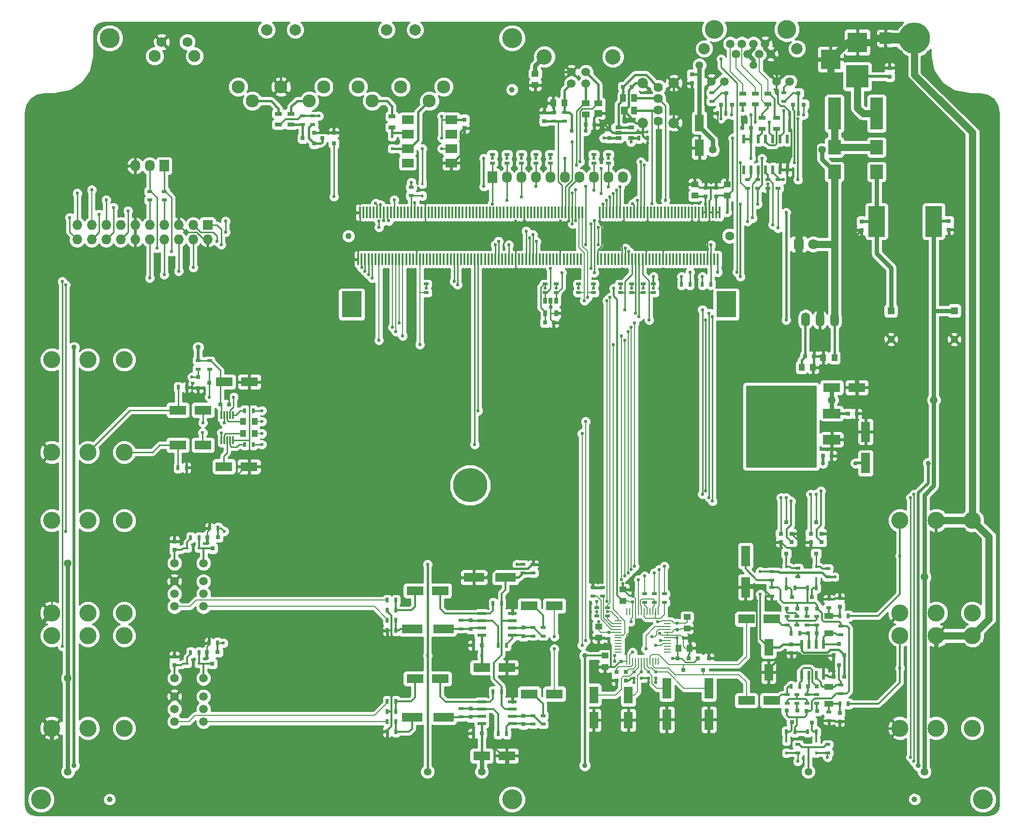
<source format=gbr>
G04 #@! TF.FileFunction,Copper,L1,Top,Signal*
%FSLAX46Y46*%
G04 Gerber Fmt 4.6, Leading zero omitted, Abs format (unit mm)*
G04 Created by KiCad (PCBNEW 4.0.1-stable) date Mon 20 Jun 2016 04:44:00 PM CEST*
%MOMM*%
G01*
G04 APERTURE LIST*
%ADD10C,0.100000*%
%ADD11C,0.304800*%
%ADD12R,1.300000X0.250000*%
%ADD13R,0.250000X1.300000*%
%ADD14C,2.300000*%
%ADD15C,2.000000*%
%ADD16C,1.600000*%
%ADD17C,1.100000*%
%ADD18R,3.500000X4.600000*%
%ADD19R,0.350000X2.000000*%
%ADD20R,3.048000X1.651000*%
%ADD21R,6.096000X6.096000*%
%ADD22R,0.750000X0.800000*%
%ADD23R,1.300000X1.300000*%
%ADD24C,1.300000*%
%ADD25R,0.800000X0.750000*%
%ADD26R,1.250000X1.000000*%
%ADD27R,1.000000X1.250000*%
%ADD28R,1.600000X1.000000*%
%ADD29R,1.399540X1.198880*%
%ADD30R,1.399540X1.000760*%
%ADD31R,1.198880X1.399540*%
%ADD32R,1.000760X1.399540*%
%ADD33R,2.300000X5.600000*%
%ADD34R,2.900680X5.400040*%
%ADD35C,1.620000*%
%ADD36C,1.850000*%
%ADD37R,1.727200X2.032000*%
%ADD38O,1.727200X2.032000*%
%ADD39R,0.900000X0.500000*%
%ADD40R,0.500000X0.900000*%
%ADD41R,1.300000X0.700000*%
%ADD42C,2.100000*%
%ADD43C,1.750000*%
%ADD44R,0.600000X1.550000*%
%ADD45R,1.550000X0.600000*%
%ADD46R,0.300000X1.400000*%
%ADD47R,2.032000X1.524000*%
%ADD48R,0.600000X1.500000*%
%ADD49C,1.501140*%
%ADD50C,3.300000*%
%ADD51C,3.000000*%
%ADD52R,4.000000X4.000000*%
%ADD53R,3.500000X3.500000*%
%ADD54R,0.450000X0.590000*%
%ADD55R,0.590000X0.450000*%
%ADD56R,1.060000X0.650000*%
%ADD57R,0.800100X0.800100*%
%ADD58R,2.301240X2.499360*%
%ADD59C,1.000000*%
%ADD60C,3.500000*%
%ADD61C,1.500000*%
%ADD62C,1.524000*%
%ADD63C,2.700020*%
%ADD64R,1.727200X1.727200*%
%ADD65O,1.727200X1.727200*%
%ADD66R,0.650000X1.060000*%
%ADD67C,6.000000*%
%ADD68R,2.000000X2.000000*%
%ADD69C,5.500000*%
%ADD70R,2.999740X1.600200*%
%ADD71R,1.600200X2.999740*%
%ADD72R,1.600200X3.599180*%
%ADD73R,3.599180X1.600200*%
%ADD74O,1.501140X2.499360*%
%ADD75R,1.800000X1.800000*%
%ADD76C,1.800000*%
%ADD77R,0.600000X0.500000*%
%ADD78R,0.500000X0.600000*%
%ADD79C,0.750000*%
%ADD80C,1.350000*%
%ADD81C,0.600000*%
%ADD82C,0.900000*%
%ADD83C,0.508000*%
%ADD84C,0.762000*%
%ADD85C,1.270000*%
%ADD86C,0.381000*%
%ADD87C,0.254000*%
%ADD88C,0.203200*%
G04 APERTURE END LIST*
D10*
D11*
X136692640Y746760D02*
X139430640Y746760D01*
X139430640Y492760D02*
X136692640Y492760D01*
X136692640Y238760D02*
X139430640Y238760D01*
X139430640Y-15240D02*
X136692640Y-15240D01*
X136692640Y-269240D02*
X139430640Y-269240D01*
X139430640Y-523240D02*
X136692640Y-523240D01*
X136692640Y-777240D02*
X139430640Y-777240D01*
D12*
X89043260Y-102182480D03*
X89043260Y-102682480D03*
X89043260Y-103182480D03*
X89043260Y-103682480D03*
X89043260Y-104182480D03*
X89043260Y-104682480D03*
X89043260Y-105182480D03*
X89043260Y-105682480D03*
X89043260Y-106182480D03*
X89043260Y-106682480D03*
X89043260Y-107182480D03*
X89043260Y-107682480D03*
D13*
X90643260Y-109282480D03*
X91143260Y-109282480D03*
X91643260Y-109282480D03*
X92143260Y-109282480D03*
X92643260Y-109282480D03*
X93143260Y-109282480D03*
X93643260Y-109282480D03*
X94143260Y-109282480D03*
X94643260Y-109282480D03*
X95143260Y-109282480D03*
X95643260Y-109282480D03*
X96143260Y-109282480D03*
D12*
X97743260Y-107682480D03*
X97743260Y-107182480D03*
X97743260Y-106682480D03*
X97743260Y-106182480D03*
X97743260Y-105682480D03*
X97743260Y-105182480D03*
X97743260Y-104682480D03*
X97743260Y-104182480D03*
X97743260Y-103682480D03*
X97743260Y-103182480D03*
X97743260Y-102682480D03*
X97743260Y-102182480D03*
D13*
X96143260Y-100582480D03*
X95643260Y-100582480D03*
X95143260Y-100582480D03*
X94643260Y-100582480D03*
X94143260Y-100582480D03*
X93643260Y-100582480D03*
X93143260Y-100582480D03*
X92643260Y-100582480D03*
X92143260Y-100582480D03*
X91643260Y-100582480D03*
X91143260Y-100582480D03*
X90643260Y-100582480D03*
D14*
X56014740Y-11011540D03*
D15*
X48514740Y1488460D03*
D14*
X58514740Y-8511540D03*
X51014740Y-8511540D03*
X43514740Y-8511540D03*
X46014740Y-11011540D03*
D15*
X53514740Y1488460D03*
D14*
X35010720Y-11011540D03*
D15*
X27510720Y1488460D03*
D14*
X37510720Y-8511540D03*
X30010720Y-8511540D03*
X22510720Y-8511540D03*
X25010720Y-11011540D03*
D15*
X32510720Y1488460D03*
D16*
X108606860Y-34671000D03*
D17*
X41806860Y-34671000D03*
D18*
X42406860Y-46671000D03*
X108006860Y-46671000D03*
D19*
X106856860Y-30571000D03*
X106256860Y-30571000D03*
X105656860Y-30571000D03*
X105056860Y-30571000D03*
X104456860Y-30571000D03*
X103856860Y-30571000D03*
X103256860Y-30571000D03*
X102656860Y-30571000D03*
X102056860Y-30571000D03*
X101456860Y-30571000D03*
X100856860Y-30571000D03*
X100256860Y-30571000D03*
X99656860Y-30571000D03*
X99056860Y-30571000D03*
X98456860Y-30571000D03*
X97856860Y-30571000D03*
X97256860Y-30571000D03*
X96656860Y-30571000D03*
X96056860Y-30571000D03*
X95456860Y-30571000D03*
X94856860Y-30571000D03*
X94256860Y-30571000D03*
X93656860Y-30571000D03*
X93056860Y-30571000D03*
X92456860Y-30571000D03*
X91856860Y-30571000D03*
X91256860Y-30571000D03*
X90656860Y-30571000D03*
X90056860Y-30571000D03*
X89456860Y-30571000D03*
X88856860Y-30571000D03*
X88256860Y-30571000D03*
X87656860Y-30571000D03*
X87056860Y-30571000D03*
X86456860Y-30571000D03*
X85856860Y-30571000D03*
X82856860Y-30571000D03*
X82256860Y-30571000D03*
X81656860Y-30571000D03*
X81056860Y-30571000D03*
X80456860Y-30571000D03*
X79856860Y-30571000D03*
X79256860Y-30571000D03*
X78656860Y-30571000D03*
X78056860Y-30571000D03*
X77456860Y-30571000D03*
X76856860Y-30571000D03*
X76256860Y-30571000D03*
X75656860Y-30571000D03*
X75056860Y-30571000D03*
X74456860Y-30571000D03*
X73856860Y-30571000D03*
X73256860Y-30571000D03*
X72656860Y-30571000D03*
X72056860Y-30571000D03*
X71456860Y-30571000D03*
X70856860Y-30571000D03*
X70256860Y-30571000D03*
X69656860Y-30571000D03*
X69056860Y-30571000D03*
X68456860Y-30571000D03*
X67856860Y-30571000D03*
X67256860Y-30571000D03*
X66656860Y-30571000D03*
X66056860Y-30571000D03*
X65456860Y-30571000D03*
X64856860Y-30571000D03*
X64256860Y-30571000D03*
X63656860Y-30571000D03*
X63056860Y-30571000D03*
X62456860Y-30571000D03*
X61856860Y-30571000D03*
X61256860Y-30571000D03*
X60656860Y-30571000D03*
X60056860Y-30571000D03*
X59456860Y-30571000D03*
X58856860Y-30571000D03*
X58256860Y-30571000D03*
X57656860Y-30571000D03*
X57056860Y-30571000D03*
X56456860Y-30571000D03*
X55856860Y-30571000D03*
X55256860Y-30571000D03*
X54656860Y-30571000D03*
X54056860Y-30571000D03*
X53456860Y-30571000D03*
X52856860Y-30571000D03*
X52256860Y-30571000D03*
X51656860Y-30571000D03*
X51056860Y-30571000D03*
X50456860Y-30571000D03*
X49856860Y-30571000D03*
X49256860Y-30571000D03*
X48656860Y-30571000D03*
X48056860Y-30571000D03*
X47456860Y-30571000D03*
X46856860Y-30571000D03*
X46256860Y-30571000D03*
X45656860Y-30571000D03*
X45056860Y-30571000D03*
X44456860Y-30571000D03*
X43856860Y-30571000D03*
X106556860Y-38771000D03*
X105956860Y-38771000D03*
X105356860Y-38771000D03*
X104756860Y-38771000D03*
X104156860Y-38771000D03*
X103556860Y-38771000D03*
X102956860Y-38771000D03*
X102356860Y-38771000D03*
X101756860Y-38771000D03*
X101156860Y-38771000D03*
X100556860Y-38771000D03*
X99956860Y-38771000D03*
X99356860Y-38771000D03*
X98756860Y-38771000D03*
X98156860Y-38771000D03*
X97556860Y-38771000D03*
X96956860Y-38771000D03*
X96356860Y-38771000D03*
X95756860Y-38771000D03*
X95156860Y-38771000D03*
X94556860Y-38771000D03*
X93956860Y-38771000D03*
X93356860Y-38771000D03*
X92756860Y-38771000D03*
X92156860Y-38771000D03*
X91556860Y-38771000D03*
X90956860Y-38771000D03*
X90356860Y-38771000D03*
X89756860Y-38771000D03*
X89156860Y-38771000D03*
X88556860Y-38771000D03*
X87956860Y-38771000D03*
X87356860Y-38771000D03*
X86756860Y-38771000D03*
X86156860Y-38771000D03*
X85556860Y-38771000D03*
X82556860Y-38771000D03*
X81956860Y-38771000D03*
X81356860Y-38771000D03*
X80756860Y-38771000D03*
X80156860Y-38771000D03*
X79556860Y-38771000D03*
X78956860Y-38771000D03*
X78356860Y-38771000D03*
X77756860Y-38771000D03*
X77156860Y-38771000D03*
X76556860Y-38771000D03*
X75956860Y-38771000D03*
X75356860Y-38771000D03*
X74756860Y-38771000D03*
X74156860Y-38771000D03*
X73556860Y-38771000D03*
X72956860Y-38771000D03*
X72356860Y-38771000D03*
X71756860Y-38771000D03*
X71156860Y-38771000D03*
X70556860Y-38771000D03*
X69956860Y-38771000D03*
X69356860Y-38771000D03*
X68756860Y-38771000D03*
X68156860Y-38771000D03*
X67556860Y-38771000D03*
X66956860Y-38771000D03*
X66356860Y-38771000D03*
X65756860Y-38771000D03*
X65156860Y-38771000D03*
X64556860Y-38771000D03*
X63956860Y-38771000D03*
X63356860Y-38771000D03*
X62756860Y-38771000D03*
X62156860Y-38771000D03*
X61556860Y-38771000D03*
X60956860Y-38771000D03*
X60356860Y-38771000D03*
X59756860Y-38771000D03*
X59156860Y-38771000D03*
X58556860Y-38771000D03*
X57956860Y-38771000D03*
X57356860Y-38771000D03*
X56756860Y-38771000D03*
X56156860Y-38771000D03*
X55556860Y-38771000D03*
X54956860Y-38771000D03*
X54356860Y-38771000D03*
X53756860Y-38771000D03*
X53156860Y-38771000D03*
X52556860Y-38771000D03*
X51956860Y-38771000D03*
X51356860Y-38771000D03*
X50756860Y-38771000D03*
X50156860Y-38771000D03*
X49556860Y-38771000D03*
X48956860Y-38771000D03*
X48356860Y-38771000D03*
X47756860Y-38771000D03*
X47156860Y-38771000D03*
X46556860Y-38771000D03*
X45956860Y-38771000D03*
X45356860Y-38771000D03*
X44756860Y-38771000D03*
X44156860Y-38771000D03*
X43556860Y-38771000D03*
D20*
X126512320Y-70401180D03*
D21*
X120162320Y-68115180D03*
D20*
X126512320Y-65829180D03*
D22*
X131747260Y-32148080D03*
X131747260Y-33648080D03*
D23*
X136878060Y-47807880D03*
D24*
X136878060Y-52807880D03*
D22*
X147012660Y-32097280D03*
X147012660Y-33597280D03*
D23*
X147977860Y-47807880D03*
D24*
X147977860Y-52807880D03*
D25*
X129397060Y-65841880D03*
X130897060Y-65841880D03*
X125002860Y-73233280D03*
X126502860Y-73233280D03*
X121883740Y-55803800D03*
X123383740Y-55803800D03*
D26*
X89964260Y-98718880D03*
X89964260Y-96718880D03*
X86763860Y-108301280D03*
X86763860Y-110301280D03*
D27*
X99632260Y-106989880D03*
X101632260Y-106989880D03*
D26*
X108176060Y-27624280D03*
X108176060Y-25624280D03*
D22*
X106245660Y-27729880D03*
X106245660Y-26229880D03*
X119430800Y-107818620D03*
X119430800Y-106318620D03*
D25*
X65187260Y-106481880D03*
X63687260Y-106481880D03*
X65187260Y-121950480D03*
X63687260Y-121950480D03*
X19415060Y-64216280D03*
X20915060Y-64216280D03*
D22*
X87563960Y-17519080D03*
X87563960Y-16019080D03*
D27*
X79699360Y-11358880D03*
X77699360Y-11358880D03*
D25*
X84910360Y-15181580D03*
X83410360Y-15181580D03*
X91463560Y-8539480D03*
X89963560Y-8539480D03*
D22*
X76159360Y-14534580D03*
X76159360Y-13034580D03*
X62141100Y-14276640D03*
X62141100Y-15776640D03*
X136649460Y-6724080D03*
X136649460Y-5224080D03*
X102029260Y-6367080D03*
X102029260Y-7867080D03*
X88821260Y-111167480D03*
X88821260Y-112667480D03*
X90421460Y-111167480D03*
X90421460Y-112667480D03*
D28*
X126009400Y-104342060D03*
X126009400Y-101342060D03*
D22*
X127901700Y-98218560D03*
X127901700Y-99718560D03*
D25*
X122389200Y-104391460D03*
X123889200Y-104391460D03*
D28*
X126006860Y-113744880D03*
X126006860Y-116744880D03*
D22*
X127901700Y-119860760D03*
X127901700Y-118360760D03*
D25*
X123889200Y-113687860D03*
X122389200Y-113687860D03*
D22*
X72514460Y-104869680D03*
X72514460Y-103369680D03*
X63243460Y-103599680D03*
X63243460Y-102099680D03*
X72514460Y-120338280D03*
X72514460Y-118838280D03*
X63243460Y-119068280D03*
X63243460Y-117568280D03*
D27*
X23406860Y-69372480D03*
X25406860Y-69372480D03*
X23406860Y-67238880D03*
X25406860Y-67238880D03*
D29*
X85628480Y-13169900D03*
D30*
X85628480Y-11450320D03*
X83428840Y-11450320D03*
X83428840Y-13350240D03*
D31*
X90147140Y-12687300D03*
D32*
X91866720Y-12687300D03*
X91866720Y-10487660D03*
X89966800Y-10487660D03*
D33*
X134380460Y-13213080D03*
X126980460Y-13213080D03*
D34*
X134366000Y-32136080D03*
X144368520Y-32136080D03*
D26*
X74559160Y-6218680D03*
X74559160Y-8218680D03*
D35*
X96136460Y-8590280D03*
X96136460Y-10590280D03*
X96136460Y-12590280D03*
D36*
X98856460Y-7860280D03*
D35*
X96136460Y-14590280D03*
D36*
X98856460Y-14860280D03*
X93416460Y-7860280D03*
X93416460Y-14860280D03*
D37*
X67053460Y-24384380D03*
D38*
X69593460Y-24384380D03*
X72133460Y-24384380D03*
X74673460Y-24384380D03*
X77213460Y-24384380D03*
X79753460Y-24384380D03*
X82293460Y-24384380D03*
X84833460Y-24384380D03*
X87373460Y-24384380D03*
X89913460Y-24384380D03*
D37*
X9547860Y-22382480D03*
D38*
X7007860Y-22382480D03*
X4467860Y-22382480D03*
D39*
X55501540Y-44615800D03*
X55501540Y-43115800D03*
X84757260Y-44620880D03*
X84757260Y-43120880D03*
X82166460Y-44620880D03*
X82166460Y-43120880D03*
X85316060Y-101364480D03*
X85316060Y-99864480D03*
X87246460Y-101364480D03*
X87246460Y-99864480D03*
X84655660Y-96359280D03*
X84655660Y-97859280D03*
X86408260Y-96359280D03*
X86408260Y-97859280D03*
D40*
X100187060Y-43134280D03*
X101687060Y-43134280D03*
D39*
X125790960Y-93006480D03*
X125790960Y-94506480D03*
D40*
X122287600Y-96403160D03*
X123787600Y-96403160D03*
D39*
X120558560Y-92955680D03*
X120558560Y-94455680D03*
D40*
X120041100Y-96428560D03*
X118541100Y-96428560D03*
D39*
X95298260Y-43120880D03*
X95298260Y-44620880D03*
X93494860Y-44620880D03*
X93494860Y-43120880D03*
X125790960Y-125380180D03*
X125790960Y-123880180D03*
D40*
X122287600Y-121676160D03*
X123787600Y-121676160D03*
D39*
X120558560Y-125380180D03*
X120558560Y-123880180D03*
D40*
X118541100Y-121676160D03*
X120041100Y-121676160D03*
D39*
X91412060Y-44620880D03*
X91412060Y-43120880D03*
X89507060Y-44620880D03*
X89507060Y-43120880D03*
D40*
X15682660Y-87584280D03*
X14182660Y-87584280D03*
X17484660Y-85958680D03*
X18984660Y-85958680D03*
D39*
X17498060Y-58057480D03*
X17498060Y-56557480D03*
X15491460Y-58057480D03*
X15491460Y-56557480D03*
X79689960Y-13034580D03*
X79689960Y-14534580D03*
X77823060Y-14534580D03*
X77823060Y-13034580D03*
D40*
X92719460Y-17518380D03*
X94219460Y-17518380D03*
D41*
X29588460Y-13253680D03*
X29588460Y-15153680D03*
D39*
X33804860Y-13656880D03*
X33804860Y-15156880D03*
D41*
X49471580Y-15641360D03*
X49471580Y-13741360D03*
D39*
X52854860Y-27628280D03*
X52854860Y-26128280D03*
D41*
X31798260Y-13253680D03*
X31798260Y-15153680D03*
D39*
X35557460Y-13656880D03*
X35557460Y-15156880D03*
D40*
X120660860Y-13162280D03*
X119160860Y-13162280D03*
D41*
X114272060Y-13990280D03*
X114272060Y-15890280D03*
D39*
X111757460Y-24832880D03*
X111757460Y-26332880D03*
D41*
X116837460Y-13990280D03*
X116837460Y-15890280D03*
X110919260Y-9697680D03*
X110919260Y-11597680D03*
D40*
X107986260Y-13162280D03*
X106486260Y-13162280D03*
D39*
X117091460Y-24832880D03*
X117091460Y-26332880D03*
D41*
X113103660Y-9697680D03*
X113103660Y-11597680D03*
D39*
X67053460Y-20387880D03*
X67053460Y-21887880D03*
X69596380Y-20387880D03*
X69596380Y-21887880D03*
X72136380Y-20387880D03*
X72136380Y-21887880D03*
X77216380Y-20387880D03*
X77216380Y-21887880D03*
X84833460Y-20387880D03*
X84833460Y-21887880D03*
X87373460Y-20387880D03*
X87373460Y-21887880D03*
X74676380Y-20387880D03*
X74676380Y-21887880D03*
X118082060Y-9592880D03*
X118082060Y-11092880D03*
X105509060Y-9592880D03*
X105509060Y-11092880D03*
X128143000Y-104608060D03*
X128143000Y-103108060D03*
D40*
X127901000Y-101343460D03*
X129401000Y-101343460D03*
X120892000Y-104391460D03*
X119392000Y-104391460D03*
D39*
X126009400Y-98370960D03*
X126009400Y-99870960D03*
X123901200Y-102931660D03*
X123901200Y-101431660D03*
X118719600Y-101431660D03*
X118719600Y-102931660D03*
X128143000Y-113471260D03*
X128143000Y-114971260D03*
X122174000Y-101431660D03*
X122174000Y-102931660D03*
X120446800Y-101431660D03*
X120446800Y-102931660D03*
D40*
X127901000Y-116735860D03*
X129401000Y-116735860D03*
X120930100Y-113725960D03*
X119430100Y-113725960D03*
D39*
X126009400Y-119708360D03*
X126009400Y-118208360D03*
X122174000Y-115147660D03*
X122174000Y-116647660D03*
X118719600Y-116647660D03*
X118719600Y-115147660D03*
X123901200Y-116647660D03*
X123901200Y-115147660D03*
X120446800Y-116647660D03*
X120446800Y-115147660D03*
X115973860Y-95065280D03*
X115973860Y-93565280D03*
X115973860Y-97859280D03*
X115973860Y-96359280D03*
X74190860Y-104869680D03*
X74190860Y-103369680D03*
X61567060Y-103599680D03*
X61567060Y-102099680D03*
X75918060Y-104869680D03*
X75918060Y-103369680D03*
D40*
X68056060Y-106532680D03*
X69556060Y-106532680D03*
X48650460Y-102138480D03*
X50150460Y-102138480D03*
X67167060Y-99166680D03*
X68667060Y-99166680D03*
X48650460Y-103916480D03*
X50150460Y-103916480D03*
X48650460Y-98582480D03*
X50150460Y-98582480D03*
X48650460Y-100360480D03*
X50150460Y-100360480D03*
D39*
X74190860Y-120338280D03*
X74190860Y-118838280D03*
X61567060Y-119068280D03*
X61567060Y-117568280D03*
X75918060Y-120338280D03*
X75918060Y-118838280D03*
D40*
X68056060Y-122001280D03*
X69556060Y-122001280D03*
X48650460Y-119867680D03*
X50150460Y-119867680D03*
X67167060Y-114635280D03*
X68667060Y-114635280D03*
X48650460Y-121645680D03*
X50150460Y-121645680D03*
X48650460Y-116311680D03*
X50150460Y-116311680D03*
X48650460Y-118089680D03*
X50150460Y-118089680D03*
D39*
X72438260Y-93795280D03*
X72438260Y-92295280D03*
X74216260Y-92295280D03*
X74216260Y-93795280D03*
D40*
X13472860Y-75341480D03*
X11972860Y-75341480D03*
X13498260Y-61244480D03*
X11998260Y-61244480D03*
D42*
X14865900Y-3154720D03*
D43*
X13605900Y-664720D03*
X9105900Y-664720D03*
D42*
X7855900Y-3154720D03*
D44*
X121226580Y-111737100D03*
X122496580Y-111737100D03*
X123766580Y-111737100D03*
X125036580Y-111737100D03*
X125036580Y-106337100D03*
X123766580Y-106337100D03*
X122496580Y-106337100D03*
X121226580Y-106337100D03*
D45*
X70578960Y-104754680D03*
X70578960Y-103484680D03*
X70578960Y-102214680D03*
X70578960Y-100944680D03*
X65178960Y-100944680D03*
X65178960Y-102214680D03*
X65178960Y-103484680D03*
X65178960Y-104754680D03*
D46*
X19571460Y-70505680D03*
X20071460Y-70505680D03*
X20571460Y-70505680D03*
X21071460Y-70505680D03*
X21571460Y-70505680D03*
X21571460Y-66105680D03*
X21071460Y-66105680D03*
X20571460Y-66105680D03*
X20071460Y-66105680D03*
X19571460Y-66105680D03*
D47*
X52219860Y-14279880D03*
X52219860Y-16819880D03*
X52219860Y-19359880D03*
X52219860Y-21899880D03*
X59839860Y-21899880D03*
X59839860Y-19359880D03*
X59839860Y-16819880D03*
X59839860Y-14279880D03*
D48*
X111122460Y-23101280D03*
X112392460Y-23101280D03*
X113662460Y-23101280D03*
X114932460Y-23101280D03*
X116202460Y-23101280D03*
X117472460Y-23101280D03*
X118742460Y-23101280D03*
X118742460Y-17701280D03*
X117472460Y-17701280D03*
X116202460Y-17701280D03*
X114932460Y-17701280D03*
X113662460Y-17701280D03*
X112392460Y-17701280D03*
X111122460Y-17701280D03*
D15*
X120418860Y-1859280D03*
D49*
X105432860Y-7574280D03*
X107718860Y-7574280D03*
X116862860Y-7574280D03*
X119148860Y-7574280D03*
X115846860Y-2748280D03*
X113814860Y-2748280D03*
X111782860Y-2748280D03*
X109750860Y-2748280D03*
X112798860Y-970280D03*
X110766860Y-970280D03*
X114830860Y-970280D03*
X108734860Y-970280D03*
D50*
X105940860Y1569720D03*
X118640860Y1569720D03*
D15*
X104162860Y-1859280D03*
D51*
X-3792220Y-56393680D03*
X2557780Y-56393680D03*
X-10142220Y-56393680D03*
X-3792220Y-72623680D03*
X2557780Y-72623680D03*
X-10142220Y-72623680D03*
X144802860Y-100817080D03*
X138452860Y-100817080D03*
X151152860Y-100817080D03*
X144802860Y-84587080D03*
X138452860Y-84587080D03*
X151152860Y-84587080D03*
X144802860Y-121022780D03*
X138452860Y-121022780D03*
X151152860Y-121022780D03*
X144802860Y-104792780D03*
X138452860Y-104792780D03*
X151152860Y-104792780D03*
X-3792220Y-84592760D03*
X2557780Y-84592760D03*
X-10142220Y-84592760D03*
X-3792220Y-100822760D03*
X2557780Y-100822760D03*
X-10142220Y-100822760D03*
X-3792220Y-104790840D03*
X2557780Y-104790840D03*
X-10142220Y-104790840D03*
X-3792220Y-121020840D03*
X2557780Y-121020840D03*
X-10142220Y-121020840D03*
D52*
X131008120Y-6715760D03*
D53*
X131008120Y-713220D03*
X126308120Y-3713220D03*
D54*
X123784360Y-92706560D03*
X123784360Y-94816560D03*
X118541800Y-92706560D03*
X118541800Y-94816560D03*
X123784360Y-125380380D03*
X123784360Y-123270380D03*
X118551960Y-125380380D03*
X118551960Y-123270380D03*
D55*
X13572860Y-89489280D03*
X15682860Y-89489280D03*
D54*
X49476660Y-17248240D03*
X49476660Y-19358240D03*
X54775100Y-25523560D03*
X54775100Y-27633560D03*
D41*
X115288060Y-11597680D03*
X115288060Y-9697680D03*
D25*
X112380460Y-15778480D03*
X110880460Y-15778480D03*
D56*
X89143660Y-15615880D03*
X89143660Y-16565880D03*
X89143660Y-17515880D03*
X91343660Y-17515880D03*
X91343660Y-15615880D03*
D57*
X101429860Y-108783120D03*
X99529860Y-108783120D03*
X100479860Y-110782100D03*
X104960460Y-108783120D03*
X103060460Y-108783120D03*
X104010460Y-110782100D03*
X126809460Y-108219240D03*
X128709460Y-108219240D03*
X127759460Y-106220260D03*
X126812000Y-111996220D03*
X128712000Y-111996220D03*
X127762000Y-109997240D03*
X122087600Y-100058220D03*
X123987600Y-100058220D03*
X123037600Y-98059240D03*
X118595100Y-100058220D03*
X120495100Y-100058220D03*
X119545100Y-98059240D03*
X124726740Y-88381840D03*
X122826740Y-88381840D03*
X123776740Y-90380820D03*
X119494340Y-88381840D03*
X117594340Y-88381840D03*
X118544340Y-90380820D03*
X123987600Y-118008400D03*
X122087600Y-118008400D03*
X123037600Y-120007380D03*
X120495100Y-117970300D03*
X118595100Y-117970300D03*
X119545100Y-119969280D03*
X117589260Y-86934040D03*
X119489260Y-86934040D03*
X118539260Y-84935060D03*
X122821660Y-86934040D03*
X124721660Y-86934040D03*
X123771660Y-84935060D03*
X18981460Y-87497920D03*
X17081460Y-87497920D03*
X18031460Y-89496900D03*
X15481300Y-59456280D03*
X15481300Y-61356280D03*
X17480280Y-60406280D03*
X35821620Y-18481080D03*
X35821620Y-16581080D03*
X33822640Y-17531080D03*
X39276020Y-18481080D03*
X39276020Y-16581080D03*
X37277040Y-17531080D03*
D58*
X126972060Y-23439120D03*
X126972060Y-19141440D03*
X134363460Y-23439120D03*
X134363460Y-19141440D03*
D55*
X13572860Y-109707680D03*
X15682860Y-109707680D03*
D59*
X0Y-133502400D03*
X141013180Y-133499860D03*
X70492620Y-9006840D03*
D60*
X70500240Y-133502400D03*
X70500240Y0D03*
X-11998960Y-133499860D03*
X152999440Y-133502400D03*
X0Y0D03*
D61*
X16431260Y-92080080D03*
X11351260Y-92080080D03*
X11351260Y-95280080D03*
X11351260Y-97480080D03*
X11351260Y-99680080D03*
X16431260Y-95280080D03*
X16431260Y-97480080D03*
X16431260Y-99680080D03*
X16431260Y-112273080D03*
X11351260Y-112273080D03*
X11351260Y-115473080D03*
X11351260Y-117673080D03*
X11351260Y-119873080D03*
X16431260Y-115473080D03*
X16431260Y-117673080D03*
X16431260Y-119873080D03*
D62*
X83433920Y-7947660D03*
X80893920Y-7947660D03*
X80893920Y-5948680D03*
X83433920Y-5948680D03*
D63*
X88163400Y-3248660D03*
X76164440Y-3248660D03*
D64*
X17173180Y-32769700D03*
D65*
X17173180Y-35309700D03*
X14633180Y-32769700D03*
X14633180Y-35309700D03*
X12093180Y-32769700D03*
X12093180Y-35309700D03*
X9553180Y-32769700D03*
X9553180Y-35309700D03*
X7013180Y-32769700D03*
X7013180Y-35309700D03*
X4473180Y-32769700D03*
X4473180Y-35309700D03*
X1933180Y-32769700D03*
X1933180Y-35309700D03*
X-606820Y-32769700D03*
X-606820Y-35309700D03*
X-3146820Y-32769700D03*
X-3146820Y-35309700D03*
X-5686820Y-32769700D03*
X-5686820Y-35309700D03*
D57*
X18905260Y-107690920D03*
X17005260Y-107690920D03*
X17955260Y-109689900D03*
X107124460Y-11648440D03*
X109024460Y-11648440D03*
X108074460Y-9649460D03*
X119722860Y-11648440D03*
X121622860Y-11648440D03*
X120672860Y-9649460D03*
D39*
X78204060Y-44620880D03*
X78204060Y-43120880D03*
X76324460Y-43120880D03*
X76324460Y-44620880D03*
D40*
X15682660Y-107777280D03*
X14182660Y-107777280D03*
X17408460Y-106100880D03*
X18908460Y-106100880D03*
D39*
X113535460Y-26332880D03*
X113535460Y-24832880D03*
X115313460Y-24832880D03*
X115313460Y-26332880D03*
D66*
X78214260Y-46047480D03*
X77264260Y-46047480D03*
X76314260Y-46047480D03*
X76314260Y-48247480D03*
X78214260Y-48247480D03*
D67*
X63157100Y-78409800D03*
D27*
X126981460Y-56037480D03*
X124981460Y-56037480D03*
X121222260Y-57739280D03*
X123222260Y-57739280D03*
D26*
X101152960Y-103519480D03*
X101152960Y-101519480D03*
X85658960Y-105157780D03*
X85658960Y-103157780D03*
D22*
X11351260Y-89756680D03*
X11351260Y-88256680D03*
X11351260Y-109949680D03*
X11351260Y-108449680D03*
D39*
X95450660Y-98976880D03*
X95450660Y-97476880D03*
X97177860Y-98976880D03*
X97177860Y-97476880D03*
X93723460Y-98976880D03*
X93723460Y-97476880D03*
D40*
X23656860Y-71277480D03*
X25156860Y-71277480D03*
X23656860Y-65333880D03*
X25156860Y-65333880D03*
D39*
X9547860Y-28390280D03*
X9547860Y-26890280D03*
X7007860Y-28390280D03*
X7007860Y-26890280D03*
D45*
X70578960Y-120223280D03*
X70578960Y-118953280D03*
X70578960Y-117683280D03*
X70578960Y-116413280D03*
X65178960Y-116413280D03*
X65178960Y-117683280D03*
X65178960Y-118953280D03*
X65178960Y-120223280D03*
D68*
X135930640Y-15240D03*
D69*
X141010640Y-15240D03*
D70*
X115963700Y-101884480D03*
X111564420Y-101884480D03*
X20073620Y-60279280D03*
X24472900Y-60279280D03*
X65184020Y-125887480D03*
X69583300Y-125887480D03*
X65184020Y-110418880D03*
X69583300Y-110418880D03*
D71*
X115458240Y-106837460D03*
X115458240Y-111236740D03*
X90878660Y-115204240D03*
X90878660Y-119603520D03*
X84808060Y-115204240D03*
X84808060Y-119603520D03*
D70*
X126525020Y-61269880D03*
X130924300Y-61269880D03*
X20022820Y-75138280D03*
X24422100Y-75138280D03*
X16344900Y-65232280D03*
X11945620Y-65232280D03*
X16344900Y-71379080D03*
X11945620Y-71379080D03*
X57899300Y-112374680D03*
X53500020Y-112374680D03*
X73515220Y-115016280D03*
X77914500Y-115016280D03*
X57899300Y-96931480D03*
X53500020Y-96931480D03*
X73515220Y-99547680D03*
X77914500Y-99547680D03*
X115963700Y-116184680D03*
X111564420Y-116184680D03*
D72*
X104975660Y-114035840D03*
X104975660Y-119537480D03*
X97609660Y-114035840D03*
X97609660Y-119537480D03*
X132458460Y-74536300D03*
X132458460Y-69034660D03*
D73*
X69347080Y-94594680D03*
X63845440Y-94594680D03*
D72*
X111406940Y-90797380D03*
X111406940Y-96299020D03*
D71*
X103324660Y-14848840D03*
X103324660Y-19248120D03*
D74*
X124457460Y-49357280D03*
X126997460Y-49357280D03*
X121917460Y-49357280D03*
D75*
X120774460Y-36149280D03*
D76*
X123274460Y-36149280D03*
D77*
X88499860Y-109275880D03*
X89599860Y-109275880D03*
D78*
X99413060Y-103729880D03*
X99413060Y-102629880D03*
X91640660Y-97803880D03*
X91640660Y-98903880D03*
D77*
X99421860Y-105186480D03*
X100521860Y-105186480D03*
D78*
X87436960Y-105279280D03*
X87436960Y-104179280D03*
X91869260Y-111189680D03*
X91869260Y-112289680D03*
X93139260Y-111189680D03*
X93139260Y-112289680D03*
X94409260Y-111189680D03*
X94409260Y-112289680D03*
X95679260Y-111189680D03*
X95679260Y-112289680D03*
D26*
X102511860Y-27624280D03*
X102511860Y-25624280D03*
D22*
X104442260Y-27729880D03*
X104442260Y-26229880D03*
D25*
X77816140Y-49885600D03*
X76316140Y-49885600D03*
D73*
X58475880Y-103611680D03*
X52974240Y-103611680D03*
X58475880Y-119080280D03*
X52974240Y-119080280D03*
D40*
X103854820Y-43134280D03*
X105354820Y-43134280D03*
D79*
X4470400Y-660400D03*
X11328400Y-6451600D03*
D80*
X147368260Y-130027680D03*
D81*
X70584060Y-100030280D03*
X70584060Y-107599480D03*
X63675260Y-107599480D03*
X113388140Y-98679000D03*
X66850260Y-121950480D03*
D80*
X69598540Y-130012440D03*
D81*
X48638460Y-122712480D03*
X62684660Y-121950480D03*
D80*
X-12524740Y-108437680D03*
D81*
X-10137140Y-88244680D03*
X126032260Y-97591880D03*
X130909060Y-35361880D03*
X147012660Y-35361880D03*
X104924860Y-98684080D03*
D80*
X-10137140Y-130012440D03*
D81*
X115973860Y-98684080D03*
X104950260Y-105719880D03*
X101622860Y-105719880D03*
X70584060Y-96398080D03*
X75562460Y-95686880D03*
X75562460Y-92308680D03*
D80*
X130909060Y-52811680D03*
D81*
X92148660Y-104373680D03*
X96390460Y-104373680D03*
X84655660Y-95686880D03*
X89964260Y-95686880D03*
X86738460Y-113060480D03*
X91869260Y-113060480D03*
X94409260Y-113060480D03*
X95679260Y-113060480D03*
X20927060Y-62209680D03*
X24483060Y-62209680D03*
X15491460Y-62209680D03*
X17015460Y-108437680D03*
X12341860Y-108437680D03*
X17091660Y-88244680D03*
X12570460Y-88244680D03*
D79*
X116862860Y-6253480D03*
D81*
X59839860Y-28834080D03*
X55257700Y-28834080D03*
X94211140Y-18440400D03*
X96141540Y-18440400D03*
X103248460Y-32161480D03*
X102054660Y-32161480D03*
X96949260Y-36962080D03*
X93956860Y-36962080D03*
X104747060Y-36962080D03*
X90040460Y-32161480D03*
X94256860Y-32161480D03*
X85856860Y-32161480D03*
X105051860Y-32161480D03*
X78966060Y-32110680D03*
X72666860Y-32110680D03*
X71142860Y-32110680D03*
X80464660Y-32110680D03*
X53743860Y-34650680D03*
X55242460Y-34650680D03*
X43556860Y-34650680D03*
X71142860Y-34650680D03*
X71142860Y-47172880D03*
X77264260Y-47172880D03*
X106499660Y-14787880D03*
X110893860Y-14787880D03*
X106245660Y-24947880D03*
D79*
X74521060Y-15778480D03*
X63675260Y-15778480D03*
X100886260Y-7853680D03*
X39265860Y-6456680D03*
X30020260Y-6456680D03*
D81*
X118742460Y-25582880D03*
X115313460Y-25582880D03*
X17167860Y-38054280D03*
X4467860Y-38054280D03*
D80*
X122400060Y-128656080D03*
X142745460Y-128656080D03*
D81*
X127073660Y-94493080D03*
D80*
X142745460Y-94518480D03*
D81*
X113997740Y-93573600D03*
X113997740Y-97536000D03*
D80*
X-7327900Y-112273080D03*
D81*
X55699660Y-108310680D03*
X65173860Y-108310680D03*
D80*
X55689500Y-128656080D03*
D81*
X55699660Y-92308680D03*
X71371460Y-92308680D03*
D80*
X65173860Y-128656080D03*
X-7327900Y-128656080D03*
X-7343140Y-92080080D03*
X126525020Y-63454280D03*
X144396460Y-63454280D03*
D81*
X98676460Y-108793280D03*
X91615260Y-107726480D03*
D82*
X83253580Y-108310680D03*
X83253580Y-127563880D03*
X143405860Y-74554080D03*
X141653260Y-127563880D03*
X-6240780Y-127563880D03*
X-6240780Y-54213760D03*
X15491460Y-54213760D03*
X116563140Y-72471280D03*
X116563140Y-63855600D03*
X112981740Y-68097400D03*
X116309140Y-68097400D03*
X120169940Y-63855600D03*
X112981740Y-63855600D03*
X112981740Y-72466200D03*
D79*
X124990860Y-74554080D03*
D82*
X120164860Y-74554080D03*
D79*
X130680460Y-74554080D03*
D81*
X88491060Y-108310680D03*
D82*
X120164860Y-72471280D03*
D81*
X118513860Y-49408080D03*
X118513860Y-30561280D03*
X108176060Y-30561280D03*
X109166660Y-17531080D03*
X86586060Y-17531080D03*
X58199020Y-17508220D03*
X36675060Y-13644880D03*
X58199020Y-13667740D03*
X103852980Y-41843960D03*
X65582800Y-21056600D03*
X65582800Y-26009600D03*
X52857400Y-25273000D03*
X88338660Y-43870880D03*
X95298260Y-41838880D03*
X95298260Y-43870880D03*
X93494860Y-43870880D03*
X91412060Y-43870880D03*
X89507060Y-43870880D03*
X100200460Y-41838880D03*
X110512860Y-41838880D03*
X110512860Y-29088080D03*
X113535460Y-29088080D03*
X104442260Y-29088080D03*
X79753460Y-21061680D03*
X55501540Y-43865800D03*
X96009460Y-102341680D03*
X85671660Y-102341680D03*
X121612660Y-13441680D03*
X109014260Y-13441680D03*
X112367060Y-13441680D03*
X84757260Y-43870880D03*
X82166460Y-43870880D03*
X78204060Y-43870880D03*
X76324460Y-43870880D03*
X87373460Y-21061680D03*
X84833460Y-21061680D03*
X77213460Y-21061680D03*
X74673460Y-21061680D03*
X72133460Y-21061680D03*
X69593460Y-21061680D03*
X67053460Y-21061680D03*
X112392460Y-21061680D03*
X114297460Y-21061680D03*
X91335860Y-102341680D03*
X94968060Y-104957880D03*
X77924660Y-104957880D03*
X93952060Y-107129580D03*
X77911960Y-107129580D03*
X26692860Y-69372480D03*
X82776060Y-69372480D03*
X82776060Y-106507280D03*
X95653860Y-106507280D03*
X26692860Y-67238880D03*
X83385660Y-67238880D03*
X83385660Y-105694480D03*
X96492060Y-105694480D03*
X16309340Y-69189600D03*
X19560540Y-69215000D03*
X16334740Y-67462400D03*
X20068540Y-67462400D03*
X120545860Y-126852680D03*
X140916660Y-126852680D03*
X140916660Y-80015080D03*
X123771660Y-80015080D03*
X58199020Y-19359880D03*
X54777640Y-19359880D03*
X138452860Y-90835480D03*
X138452860Y-110520480D03*
X14399260Y-59441080D03*
X20297140Y-34041080D03*
X47195740Y-33172400D03*
X47195740Y-32080200D03*
X20297140Y-32080200D03*
X85570060Y-33177480D03*
X85570060Y-36250880D03*
X105356660Y-36250880D03*
X67053460Y-29088080D03*
X86459060Y-29088080D03*
X69593460Y-28478480D03*
X87043260Y-28478480D03*
X72133460Y-27868880D03*
X87652860Y-27868880D03*
X86103460Y-22839680D03*
X86103460Y-27259280D03*
X88237060Y-27259280D03*
X84833460Y-26649680D03*
X88846660Y-26649680D03*
X87373460Y-26040080D03*
X89456260Y-26040080D03*
X74673460Y-26014680D03*
X83436460Y-26014680D03*
X69949060Y-36250880D03*
X83436460Y-36250880D03*
X17472660Y-62946280D03*
X21714460Y-62946280D03*
X88237060Y-53751480D03*
X54353460Y-53751480D03*
X87678260Y-45471080D03*
X83741260Y-45471080D03*
X83182460Y-46029880D03*
X85316060Y-98836480D03*
X87119460Y-98836480D03*
X87119460Y-46029880D03*
X107134660Y-3637280D03*
X109903260Y-41026080D03*
X106555540Y-41046400D03*
X101678740Y-41046400D03*
X94536260Y-49433480D03*
X104442260Y-49433480D03*
X104442260Y-79405480D03*
X124609860Y-79405480D03*
X119377460Y-81208880D03*
X105610660Y-48849280D03*
X105610660Y-81208880D03*
X92758260Y-48849280D03*
X92148660Y-48214280D03*
X105026460Y-48214280D03*
X117599460Y-80599280D03*
X105026460Y-80599280D03*
X122806460Y-79989680D03*
X90269060Y-47630080D03*
X103858060Y-79989680D03*
X103858060Y-47630080D03*
X96319340Y-93192600D03*
X91386660Y-50703480D03*
X91386660Y-93197680D03*
X49565560Y-50703480D03*
X97182940Y-92633800D03*
X91945460Y-49966880D03*
X91945460Y-92638880D03*
X50759360Y-49954180D03*
X95455740Y-93776800D03*
X90827860Y-93781880D03*
X50162460Y-51465480D03*
X90827860Y-51465480D03*
X93728540Y-94335600D03*
X90269060Y-52989480D03*
X90269060Y-94340680D03*
X47165260Y-52989480D03*
X92636340Y-94970600D03*
X89659460Y-52227480D03*
X51356260Y-52227480D03*
X89659460Y-94950280D03*
X26692860Y-71277480D03*
X63954660Y-71277480D03*
X26692860Y-65333880D03*
X64564260Y-65333880D03*
X14653260Y-40238680D03*
X44168060Y-40238680D03*
X12087860Y-40848280D03*
X44752260Y-40848280D03*
X9547860Y-41457880D03*
X45361860Y-41457880D03*
X7007860Y-42067480D03*
X45946060Y-42067480D03*
X49857660Y-28376880D03*
X-612140Y-28376880D03*
X46606460Y-28961080D03*
X657860Y-29672280D03*
X47444660Y-29215080D03*
X3197860Y-30281880D03*
X119987060Y-21798280D03*
X110512860Y-21798280D03*
X111757460Y-32136080D03*
X74165460Y-34447480D03*
X117091460Y-33304480D03*
X74749660Y-35666680D03*
X116202460Y-32720280D03*
X73555860Y-35057080D03*
X112646460Y-31526480D03*
X72971660Y-33837880D03*
X82425540Y-21666200D03*
X93063060Y-21671280D03*
X81790540Y-22250400D03*
X93647260Y-22255480D03*
X91615260Y-29062680D03*
X94973140Y-29057600D03*
X92453460Y-28427680D03*
X97381060Y-28427680D03*
X18793460Y-35615880D03*
X68145660Y-35615880D03*
X19555460Y-36225480D03*
X67561460Y-36225480D03*
X10817860Y-37444680D03*
X90954860Y-37444680D03*
X8277860Y-36835080D03*
X90370660Y-36835080D03*
X48054260Y-32034480D03*
X-6987540Y-31450280D03*
X48892460Y-32034480D03*
X-1882140Y-30866080D03*
X53464460Y-28834080D03*
X39291260Y-27792680D03*
X91335860Y-18216880D03*
X81023460Y-18216880D03*
D80*
X105661460Y-19588480D03*
X124813060Y-19588480D03*
X112824260Y-4704080D03*
X103324660Y-4704080D03*
D81*
X125778260Y-126141480D03*
X140332460Y-126141480D03*
X140332460Y-80599280D03*
X118539260Y-80599280D03*
X20038060Y-86492080D03*
X-7724140Y-86492080D03*
X-7724140Y-43261280D03*
X60957460Y-43261280D03*
X19936460Y-106100880D03*
X-8308340Y-106659680D03*
X-8308340Y-42651680D03*
X60347860Y-42651680D03*
X118056660Y-24820880D03*
X120596660Y-24820880D03*
X120596660Y-14127480D03*
X107109260Y-14127480D03*
X87246460Y-100614480D03*
X85316060Y-100614480D03*
D79*
X80926940Y-16256000D03*
X83416140Y-16256000D03*
D81*
X118158260Y-12730480D03*
X110919260Y-12730480D03*
X115592860Y-14737080D03*
X113103660Y-14737080D03*
X79220060Y-41127680D03*
X84909660Y-41127680D03*
X84909660Y-32009080D03*
X81658460Y-32009080D03*
X-3152140Y-26598880D03*
X81658460Y-26598880D03*
X77264260Y-40391080D03*
X84300060Y-40391080D03*
X81048860Y-27208480D03*
X-5692140Y-27208480D03*
X84300060Y-32593280D03*
X81048860Y-32593280D03*
D83*
X131747260Y-32148080D02*
X134354000Y-32148080D01*
X134354000Y-32148080D02*
X134366000Y-32136080D01*
D84*
X134366000Y-32136080D02*
X134366000Y-37752020D01*
X136878060Y-40264080D02*
X136878060Y-47807880D01*
X134366000Y-37752020D02*
X136878060Y-40264080D01*
X134363460Y-23439120D02*
X134366000Y-23441660D01*
X134366000Y-23441660D02*
X134366000Y-32136080D01*
D85*
X134363460Y-32133540D02*
X134366000Y-32136080D01*
D83*
X144802860Y-84587080D02*
X144802860Y-89176860D01*
X147561300Y-102034340D02*
X144802860Y-104792780D01*
X147561300Y-91935300D02*
X147561300Y-102034340D01*
X144802860Y-89176860D02*
X147561300Y-91935300D01*
D85*
X151152860Y-104792780D02*
X154025600Y-101920040D01*
X154025600Y-101920040D02*
X154025600Y-87459820D01*
X154025600Y-87459820D02*
X151152860Y-84587080D01*
X151152860Y-84587080D02*
X144802860Y-84587080D01*
D86*
X4467860Y-22382480D02*
X4467860Y-662940D01*
X4467860Y-662940D02*
X4470400Y-660400D01*
X11328400Y-6451600D02*
X11328400Y-2887220D01*
X11328400Y-2887220D02*
X9105900Y-664720D01*
D84*
X135930640Y-15240D02*
X141010640Y-15240D01*
X144802860Y-117226080D02*
X147368260Y-119791480D01*
X144802860Y-104792780D02*
X144802860Y-117226080D01*
X147368260Y-119791480D02*
X147368260Y-130027680D01*
D11*
X119489260Y-86934040D02*
X120937060Y-88381840D01*
X120937060Y-88381840D02*
X122826740Y-88381840D01*
X124721660Y-86934040D02*
X126502860Y-86934040D01*
X126464060Y-86974680D02*
X126502860Y-86974680D01*
X126464060Y-86972840D02*
X126464060Y-86974680D01*
X126502860Y-86934040D02*
X126464060Y-86972840D01*
X122826740Y-88381840D02*
X122826740Y-89387680D01*
X122826740Y-89387680D02*
X122831860Y-89387680D01*
X117594340Y-88381840D02*
X118600180Y-89387680D01*
X118600180Y-89387680D02*
X122831860Y-89387680D01*
X122831860Y-89387680D02*
X126502860Y-89387680D01*
X126502860Y-89387680D02*
X126438660Y-89387680D01*
X126502860Y-73233280D02*
X126502860Y-86974680D01*
X126502860Y-86974680D02*
X126502860Y-89387680D01*
X126502860Y-89387680D02*
X126502860Y-91687080D01*
X126502860Y-91687080D02*
X127901700Y-93085920D01*
X127901700Y-93085920D02*
X127901700Y-98218560D01*
X115973860Y-97859280D02*
X115870420Y-97859280D01*
X115870420Y-97859280D02*
X113896140Y-95885000D01*
X113896140Y-95885000D02*
X111820960Y-95885000D01*
X111820960Y-95885000D02*
X111406940Y-96299020D01*
X113388140Y-98679000D02*
X113388140Y-110540800D01*
X114084080Y-111236740D02*
X115458240Y-111236740D01*
X113388140Y-110540800D02*
X114084080Y-111236740D01*
X63687260Y-106481880D02*
X63687260Y-107587480D01*
X69583300Y-108600240D02*
X69583300Y-110418880D01*
X70584060Y-107599480D02*
X69583300Y-108600240D01*
X63687260Y-107587480D02*
X63675260Y-107599480D01*
X115458240Y-110563660D02*
X115458240Y-111236740D01*
X66850260Y-123855480D02*
X68882260Y-125887480D01*
X66850260Y-121950480D02*
X66850260Y-123855480D01*
X68882260Y-125887480D02*
X69583300Y-125887480D01*
D84*
X69583300Y-125887480D02*
X69588380Y-130002280D01*
X69588380Y-130002280D02*
X69598540Y-130012440D01*
D11*
X63687260Y-121950480D02*
X62684660Y-121950480D01*
X48638460Y-122712480D02*
X48638460Y-121657680D01*
X48638460Y-121657680D02*
X48650460Y-121645680D01*
D87*
X-12524740Y-108437680D02*
X-12499340Y-108437680D01*
X-12499340Y-108437680D02*
X-12524740Y-108437680D01*
X-12524740Y-108437680D02*
X-12499340Y-108437680D01*
X-10142220Y-88249760D02*
X-10142220Y-100822760D01*
X-10137140Y-88244680D02*
X-10142220Y-88249760D01*
D11*
X126009400Y-97614740D02*
X126009400Y-98370960D01*
X126032260Y-97591880D02*
X126009400Y-97614740D01*
D86*
X130909060Y-35361880D02*
X130909060Y-34486280D01*
X130909060Y-34486280D02*
X131747260Y-33648080D01*
X147012660Y-33597280D02*
X147012660Y-35361880D01*
X130909060Y-35361880D02*
X130909060Y-52811680D01*
X131733860Y-33634680D02*
X131747260Y-33648080D01*
D11*
X104950260Y-105719880D02*
X104950260Y-98709480D01*
X104950260Y-98709480D02*
X104924860Y-98684080D01*
X11351260Y-88256680D02*
X11351260Y-79507080D01*
X13472860Y-77385480D02*
X13472860Y-75341480D01*
X11351260Y-79507080D02*
X13472860Y-77385480D01*
D84*
X-10142220Y-100822760D02*
X-12499340Y-103179880D01*
X-12499340Y-103179880D02*
X-12499340Y-108437680D01*
X-12499340Y-108437680D02*
X-12499340Y-118663720D01*
X-12499340Y-118663720D02*
X-10142220Y-121020840D01*
X-10137140Y-130012440D02*
X-10137140Y-121025920D01*
X-10137140Y-121025920D02*
X-10142220Y-121020840D01*
D85*
X151152860Y-104792780D02*
X144802860Y-104792780D01*
X141010640Y-15240D02*
X141010640Y-6398260D01*
X141010640Y-6398260D02*
X151152860Y-16540480D01*
X151152860Y-16540480D02*
X151152860Y-84587080D01*
D11*
X115973860Y-97859280D02*
X115973860Y-98684080D01*
X127910020Y-98226880D02*
X127901700Y-98218560D01*
X101632260Y-106989880D02*
X101632260Y-105729280D01*
X104950260Y-105719880D02*
X104950260Y-108772920D01*
X101632260Y-105729280D02*
X101622860Y-105719880D01*
X104950260Y-108772920D02*
X104960460Y-108783120D01*
X48650460Y-121430480D02*
X49349660Y-120731280D01*
X49349660Y-120731280D02*
X49349660Y-118115080D01*
X49349660Y-118115080D02*
X49349660Y-103916480D01*
X70584060Y-96398080D02*
X70584060Y-100030280D01*
X70584060Y-100030280D02*
X70584060Y-100939580D01*
X70584060Y-100939580D02*
X70578960Y-100944680D01*
X75562460Y-92308680D02*
X75549060Y-92295280D01*
X75562460Y-95686880D02*
X75562460Y-92308680D01*
X75549060Y-92295280D02*
X74216260Y-92295280D01*
X48650460Y-121645680D02*
X48650460Y-121810080D01*
D86*
X127901700Y-119860760D02*
X134712140Y-119860760D01*
X135874160Y-121022780D02*
X138452860Y-121022780D01*
X134712140Y-119860760D02*
X135874160Y-121022780D01*
D83*
X126502860Y-73233280D02*
X126502860Y-70410640D01*
X126502860Y-70410640D02*
X126512320Y-70401180D01*
X130897060Y-65841880D02*
X130897060Y-61297120D01*
X130897060Y-61297120D02*
X130924300Y-61269880D01*
X130897060Y-65841880D02*
X130897060Y-69034660D01*
X130883660Y-69021260D02*
X130883660Y-69034660D01*
X130897060Y-69034660D02*
X130883660Y-69021260D01*
X126512320Y-70401180D02*
X128813560Y-70401180D01*
X130180080Y-69034660D02*
X130883660Y-69034660D01*
X130883660Y-69034660D02*
X132458460Y-69034660D01*
X128813560Y-70401180D02*
X130180080Y-69034660D01*
D84*
X130924300Y-61269880D02*
X130924300Y-52826920D01*
X130924300Y-52826920D02*
X130909060Y-52811680D01*
D86*
X68882260Y-125887480D02*
X69583300Y-125887480D01*
X63845440Y-94594680D02*
X65986660Y-94594680D01*
X73276460Y-93045280D02*
X74026460Y-92295280D01*
X67536060Y-93045280D02*
X73276460Y-93045280D01*
X65986660Y-94594680D02*
X67536060Y-93045280D01*
X74026460Y-92295280D02*
X74216260Y-92295280D01*
D87*
X13472860Y-75341480D02*
X17066260Y-75341480D01*
X17066260Y-75341480D02*
X18361660Y-76636880D01*
X18361660Y-76636880D02*
X22298660Y-76636880D01*
X22298660Y-76636880D02*
X23797260Y-75138280D01*
X23797260Y-75138280D02*
X24422100Y-75138280D01*
X21571460Y-70505680D02*
X24483060Y-70505680D01*
X24473260Y-70515480D02*
X24483060Y-70515480D01*
X24483060Y-70505680D02*
X24473260Y-70515480D01*
X24483060Y-62209680D02*
X24483060Y-70515480D01*
X24483060Y-70515480D02*
X24483060Y-75077320D01*
X24483060Y-75077320D02*
X24422100Y-75138280D01*
D88*
X90643260Y-109282480D02*
X90643260Y-104710680D01*
X90980260Y-104373680D02*
X92148660Y-104373680D01*
X90643260Y-104710680D02*
X90980260Y-104373680D01*
D11*
X87436960Y-105279280D02*
X87436960Y-106215180D01*
X87805260Y-106583480D02*
X87805260Y-110301280D01*
X87436960Y-106215180D02*
X87805260Y-106583480D01*
D88*
X97743260Y-104682480D02*
X96699260Y-104682480D01*
X96699260Y-104682480D02*
X96390460Y-104373680D01*
X92143260Y-100582480D02*
X92143260Y-104368280D01*
X92143260Y-104368280D02*
X92148660Y-104373680D01*
D11*
X86408260Y-96359280D02*
X84655660Y-96359280D01*
X89964260Y-96718880D02*
X89964260Y-95686880D01*
X84655660Y-95686880D02*
X84655660Y-96359280D01*
X101429860Y-108783120D02*
X101429860Y-108198880D01*
X101632260Y-107996480D02*
X101632260Y-106989880D01*
X101429860Y-108198880D02*
X101632260Y-107996480D01*
D88*
X104960460Y-108783120D02*
X104940100Y-108783120D01*
X97743260Y-104682480D02*
X97743260Y-104182480D01*
D11*
X94409260Y-113060480D02*
X94409260Y-119603520D01*
X63845440Y-94594680D02*
X64869060Y-94594680D01*
X70578960Y-116413280D02*
X70578960Y-113893580D01*
X70578960Y-113893580D02*
X69583300Y-112897920D01*
X69583300Y-112897920D02*
X69583300Y-110418880D01*
X49349660Y-103916480D02*
X48650460Y-103916480D01*
X48650460Y-118089680D02*
X49349660Y-118089680D01*
X49324260Y-118115080D02*
X49349660Y-118115080D01*
X49349660Y-118089680D02*
X49324260Y-118115080D01*
X48650460Y-121645680D02*
X48650460Y-121430480D01*
X49349660Y-103916480D02*
X49349660Y-101274880D01*
X49349660Y-101274880D02*
X48650460Y-100575680D01*
X48650460Y-100575680D02*
X48650460Y-100360480D01*
X97609660Y-119537480D02*
X104975660Y-119537480D01*
X90878660Y-119603520D02*
X94409260Y-119603520D01*
X94409260Y-119603520D02*
X97543620Y-119603520D01*
X97543620Y-119603520D02*
X97609660Y-119537480D01*
X84808060Y-119603520D02*
X90878660Y-119603520D01*
D88*
X101632260Y-107100880D02*
X101632260Y-106989880D01*
X100521860Y-105186480D02*
X100521860Y-106676280D01*
X100835460Y-106989880D02*
X101632260Y-106989880D01*
X100521860Y-106676280D02*
X100835460Y-106989880D01*
X100241860Y-103519480D02*
X101152960Y-103519480D01*
X100031460Y-103729880D02*
X100241860Y-103519480D01*
X99413060Y-103729880D02*
X100031460Y-103729880D01*
D11*
X86763860Y-110301280D02*
X87805260Y-110301280D01*
X87805260Y-110301280D02*
X88481660Y-110301280D01*
X88481660Y-110301280D02*
X89507060Y-109275880D01*
X87436960Y-105279280D02*
X85780460Y-105279280D01*
X85780460Y-105279280D02*
X85658960Y-105157780D01*
X89507060Y-109275880D02*
X89599860Y-109275880D01*
X86738460Y-113060480D02*
X87551260Y-113060480D01*
X87944260Y-112667480D02*
X88821260Y-112667480D01*
X87551260Y-113060480D02*
X87944260Y-112667480D01*
X93139260Y-112289680D02*
X94409260Y-112289680D01*
X90421460Y-112667480D02*
X90992260Y-112667480D01*
X91370060Y-112289680D02*
X91869260Y-112289680D01*
X90992260Y-112667480D02*
X91370060Y-112289680D01*
X86738460Y-113060480D02*
X86738460Y-110326680D01*
X86738460Y-110326680D02*
X86763860Y-110301280D01*
X91869260Y-113060480D02*
X91869260Y-112289680D01*
X95679260Y-112289680D02*
X95679260Y-113060480D01*
X94409260Y-113060480D02*
X94409260Y-112289680D01*
D87*
X20915060Y-64216280D02*
X20915060Y-62221680D01*
X20915060Y-62221680D02*
X20927060Y-62209680D01*
X15481300Y-61356280D02*
X15481300Y-62199520D01*
X24483060Y-62209680D02*
X24483060Y-60289440D01*
X15481300Y-62199520D02*
X15491460Y-62209680D01*
X24483060Y-60289440D02*
X24472900Y-60279280D01*
D11*
X89964260Y-96718880D02*
X91049260Y-97803880D01*
X91049260Y-97803880D02*
X91640660Y-97803880D01*
D87*
X17015460Y-107701120D02*
X17005260Y-107690920D01*
X17015460Y-108437680D02*
X17015460Y-107701120D01*
X12329860Y-108449680D02*
X12341860Y-108437680D01*
X11351260Y-108449680D02*
X12329860Y-108449680D01*
X17091660Y-87508120D02*
X17081460Y-87497920D01*
X17091660Y-88244680D02*
X17091660Y-87508120D01*
X12558460Y-88256680D02*
X12570460Y-88244680D01*
X11351260Y-88256680D02*
X12558460Y-88256680D01*
X17484660Y-86200680D02*
X17484660Y-85958680D01*
X17081460Y-86603880D02*
X17484660Y-86200680D01*
X17081460Y-87497920D02*
X17081460Y-86603880D01*
X17005260Y-107690920D02*
X17005260Y-106771480D01*
X17005260Y-106771480D02*
X17408460Y-106368280D01*
X17408460Y-106368280D02*
X17408460Y-106100880D01*
X68806060Y-125887480D02*
X69583300Y-125887480D01*
X15481300Y-61356280D02*
X13610060Y-61356280D01*
X13610060Y-61356280D02*
X13498260Y-61244480D01*
X23990300Y-60761880D02*
X24472900Y-60279280D01*
D86*
X115458240Y-111236740D02*
X115458240Y-110553500D01*
X115458240Y-110553500D02*
X118193120Y-107818620D01*
X118193120Y-107818620D02*
X119430800Y-107818620D01*
X126009400Y-98370960D02*
X126904180Y-98370960D01*
X126904180Y-98370960D02*
X127056580Y-98218560D01*
X127056580Y-98218560D02*
X127901700Y-98218560D01*
X126009400Y-119708360D02*
X127015940Y-119708360D01*
X127168340Y-119860760D02*
X127901700Y-119860760D01*
X127015940Y-119708360D02*
X127168340Y-119860760D01*
X126812000Y-111996220D02*
X126812000Y-108221780D01*
X126812000Y-108221780D02*
X126809460Y-108219240D01*
X119430800Y-107818620D02*
X120790400Y-107818620D01*
X121282460Y-108310680D02*
X126718020Y-108310680D01*
X120790400Y-107818620D02*
X121282460Y-108310680D01*
X126718020Y-108310680D02*
X126809460Y-108219240D01*
X125036580Y-111737100D02*
X125750280Y-111737100D01*
X126009400Y-111996220D02*
X126812000Y-111996220D01*
X125750280Y-111737100D02*
X126009400Y-111996220D01*
D11*
X127749300Y-119708360D02*
X127901700Y-119860760D01*
D88*
X92143260Y-100582480D02*
X92143260Y-98306480D01*
X92143260Y-98306480D02*
X91640660Y-97803880D01*
X97743260Y-104682480D02*
X100017860Y-104682480D01*
X100017860Y-104682480D02*
X100521860Y-105186480D01*
X97743260Y-104182480D02*
X98537460Y-104182480D01*
X98990060Y-103729880D02*
X99413060Y-103729880D01*
X98537460Y-104182480D02*
X98990060Y-103729880D01*
X89599860Y-109275880D02*
X90636660Y-109275880D01*
X90636660Y-109275880D02*
X90643260Y-109282480D01*
D84*
X115846860Y-2748280D02*
X116811800Y-3713220D01*
X116811800Y-3713220D02*
X126308120Y-3713220D01*
X114830860Y-970280D02*
X114830860Y-1732280D01*
X114830860Y-1732280D02*
X115846860Y-2748280D01*
D86*
X120276660Y-6466880D02*
X126308120Y-6466880D01*
X126308120Y-6466880D02*
X126267520Y-6507480D01*
X126267520Y-6507480D02*
X126308120Y-6507480D01*
D85*
X126308120Y-6507480D02*
X126308120Y-7527020D01*
X126308120Y-7527020D02*
X123289060Y-10546080D01*
D86*
X120063260Y-6253480D02*
X120276660Y-6466880D01*
D85*
X123289060Y-10546080D02*
X123289060Y-30078680D01*
D86*
X116862860Y-6253480D02*
X120063260Y-6253480D01*
D85*
X123289060Y-30078680D02*
X120774460Y-32593280D01*
D87*
X55256860Y-30571000D02*
X55256860Y-28834920D01*
X59839860Y-28834080D02*
X59839860Y-21899880D01*
X55256860Y-28834920D02*
X55257700Y-28834080D01*
X78214260Y-48247480D02*
X77264260Y-48247480D01*
X77264260Y-48247480D02*
X77264260Y-48265080D01*
X77264260Y-47172880D02*
X77264260Y-48265080D01*
X77264260Y-48265080D02*
X77264260Y-49333720D01*
X77264260Y-49333720D02*
X77816140Y-49885600D01*
D11*
X78214260Y-48122880D02*
X78214260Y-48247480D01*
D86*
X4467860Y-22382480D02*
X4467860Y-32764380D01*
X4467860Y-32764380D02*
X4473180Y-32769700D01*
D87*
X96136460Y-14590280D02*
X96136460Y-18435320D01*
X94211140Y-18440400D02*
X94211140Y-17526700D01*
X96136460Y-18435320D02*
X96141540Y-18440400D01*
X94211140Y-17526700D02*
X94219460Y-17518380D01*
D85*
X131008120Y-713220D02*
X133401320Y-713220D01*
X134099300Y-15240D02*
X135930640Y-15240D01*
X133401320Y-713220D02*
X134099300Y-15240D01*
D83*
X135930640Y-15240D02*
X135930640Y-3020060D01*
X135930640Y-3020060D02*
X136649460Y-3738880D01*
X136649460Y-3738880D02*
X136649460Y-5224080D01*
D85*
X120774460Y-36149280D02*
X120774460Y-40238680D01*
X124457460Y-43921680D02*
X124457460Y-49357280D01*
X120774460Y-40238680D02*
X124457460Y-43921680D01*
D86*
X124981460Y-56037480D02*
X124981460Y-52522880D01*
X124981460Y-52522880D02*
X124457460Y-51998880D01*
X124457460Y-51998880D02*
X124457460Y-49357280D01*
X123383740Y-55803800D02*
X124747780Y-55803800D01*
X124747780Y-55803800D02*
X124981460Y-56037480D01*
X123383740Y-55803800D02*
X123383740Y-57577800D01*
X123383740Y-57577800D02*
X123222260Y-57739280D01*
D85*
X126308120Y-3713220D02*
X126308120Y-6507480D01*
X120774460Y-32593280D02*
X120774460Y-36149280D01*
D84*
X126286520Y-3713220D02*
X126308120Y-3713220D01*
D87*
X103256860Y-30571000D02*
X103256860Y-32153080D01*
X103256860Y-32153080D02*
X103248460Y-32161480D01*
X102056860Y-30571000D02*
X102056860Y-32159280D01*
X102056860Y-32159280D02*
X102054660Y-32161480D01*
X96956860Y-38771000D02*
X96956860Y-36969680D01*
X96956860Y-36969680D02*
X96949260Y-36962080D01*
X104747060Y-36962080D02*
X104756860Y-36962080D01*
X104756860Y-36962080D02*
X104747060Y-36962080D01*
X104747060Y-36962080D02*
X104756860Y-36962080D01*
X93956860Y-38771000D02*
X93956860Y-36962080D01*
X93956860Y-36962080D02*
X93956860Y-33477480D01*
X94256860Y-33177480D02*
X94256860Y-32161480D01*
X93956860Y-33477480D02*
X94256860Y-33177480D01*
X90040460Y-32161480D02*
X90056860Y-32161480D01*
X90040460Y-32161480D02*
X90056860Y-32161480D01*
X104756860Y-38771000D02*
X104756860Y-36962080D01*
X104756860Y-36962080D02*
X104756860Y-33396280D01*
X105051860Y-33101280D02*
X105051860Y-32161480D01*
X104756860Y-33396280D02*
X105051860Y-33101280D01*
X105051860Y-32161480D02*
X105056860Y-32161480D01*
X105056860Y-32161480D02*
X105051860Y-32161480D01*
X105051860Y-32161480D02*
X105056860Y-32161480D01*
X85556860Y-38771000D02*
X85556860Y-37127680D01*
X85856860Y-32626080D02*
X85856860Y-32161480D01*
X85856860Y-32161480D02*
X85856860Y-30571000D01*
X86179660Y-32948880D02*
X85856860Y-32626080D01*
X86179660Y-36504880D02*
X86179660Y-32948880D01*
X85556860Y-37127680D02*
X86179660Y-36504880D01*
X78956860Y-38771000D02*
X78956860Y-32119880D01*
X78956860Y-32119880D02*
X78966060Y-32110680D01*
X72656860Y-30571000D02*
X72656860Y-32100680D01*
X72656860Y-32100680D02*
X72666860Y-32110680D01*
X80456860Y-30571000D02*
X80456860Y-32102880D01*
X71142860Y-32110680D02*
X71142860Y-34650680D01*
X80456860Y-32102880D02*
X80464660Y-32110680D01*
X53756860Y-38771000D02*
X53756860Y-34663680D01*
X53756860Y-34663680D02*
X53743860Y-34650680D01*
X55256860Y-30571000D02*
X55256860Y-34636280D01*
X55256860Y-34636280D02*
X55242460Y-34650680D01*
X71142860Y-38757000D02*
X71142860Y-34650680D01*
X71142860Y-38757000D02*
X71156860Y-38771000D01*
X43556860Y-38771000D02*
X43556860Y-34650680D01*
X43556860Y-34650680D02*
X43556860Y-32696480D01*
X43556860Y-32696480D02*
X43856860Y-32396480D01*
X43856860Y-32396480D02*
X43856860Y-30571000D01*
X77264260Y-46047480D02*
X77264260Y-47172880D01*
X71142860Y-47172880D02*
X71142860Y-38785000D01*
X71142860Y-38785000D02*
X71156860Y-38771000D01*
X110880460Y-15778480D02*
X110880460Y-14801280D01*
X106499660Y-14787880D02*
X106499660Y-13175680D01*
X110880460Y-14801280D02*
X110893860Y-14787880D01*
X106499660Y-13175680D02*
X106486260Y-13162280D01*
X105056860Y-32161480D02*
X105056860Y-30571000D01*
X94256860Y-32161480D02*
X94256860Y-30571000D01*
X89756860Y-38771000D02*
X89756860Y-33156280D01*
X89756860Y-33156280D02*
X90056860Y-32856280D01*
X90056860Y-32856280D02*
X90056860Y-32161480D01*
X90056860Y-32161480D02*
X90056860Y-30571000D01*
D86*
X103324660Y-19248120D02*
X103324660Y-22484080D01*
X102511860Y-23296880D02*
X102511860Y-25624280D01*
X103324660Y-22484080D02*
X102511860Y-23296880D01*
D11*
X106245660Y-24947880D02*
X106245660Y-26229880D01*
X105056860Y-30571000D02*
X105056860Y-28549680D01*
X105331260Y-28275280D02*
X105331260Y-26229880D01*
X105056860Y-28549680D02*
X105331260Y-28275280D01*
X106245660Y-26229880D02*
X107427460Y-26229880D01*
X107427460Y-26229880D02*
X108033060Y-25624280D01*
X108033060Y-25624280D02*
X108176060Y-25624280D01*
X104442260Y-26229880D02*
X105331260Y-26229880D01*
X105331260Y-26229880D02*
X106245660Y-26229880D01*
X102511860Y-25624280D02*
X102756460Y-25624280D01*
X102756460Y-25624280D02*
X103362060Y-26229880D01*
X103362060Y-26229880D02*
X104442260Y-26229880D01*
D85*
X126308120Y-3713220D02*
X126308120Y-3666220D01*
X126308120Y-3666220D02*
X129261120Y-713220D01*
X129261120Y-713220D02*
X131008120Y-713220D01*
D11*
X105432860Y-7574280D02*
X104315260Y-8691880D01*
X105686860Y-13162280D02*
X106486260Y-13162280D01*
X104315260Y-11790680D02*
X105686860Y-13162280D01*
X104315260Y-8691880D02*
X104315260Y-11790680D01*
X119160860Y-13162280D02*
X119160860Y-12869480D01*
X119160860Y-12869480D02*
X118209060Y-11917680D01*
X116862860Y-9072880D02*
X116862860Y-7574280D01*
X117091460Y-9301480D02*
X116862860Y-9072880D01*
X117091460Y-11409680D02*
X117091460Y-9301480D01*
X117599460Y-11917680D02*
X117091460Y-11409680D01*
X118209060Y-11917680D02*
X117599460Y-11917680D01*
D86*
X62141100Y-15776640D02*
X63673420Y-15776640D01*
X74521060Y-15778480D02*
X74521060Y-8256780D01*
X63673420Y-15776640D02*
X63675260Y-15778480D01*
X74521060Y-8256780D02*
X74559160Y-8218680D01*
X116862860Y-7574280D02*
X116862860Y-6253480D01*
X102029260Y-7867080D02*
X100899660Y-7867080D01*
X100899660Y-7867080D02*
X100886260Y-7853680D01*
X98856460Y-14860280D02*
X98856460Y-7860280D01*
X39276020Y-16581080D02*
X39276020Y-6466840D01*
X39276020Y-6466840D02*
X39265860Y-6456680D01*
X30010720Y-8511540D02*
X30010720Y-6466220D01*
X30010720Y-6466220D02*
X30020260Y-6456680D01*
D87*
X80456860Y-30571000D02*
X80456860Y-26220980D01*
X80456860Y-26220980D02*
X82293460Y-24384380D01*
D86*
X91463560Y-8539480D02*
X90904060Y-9098980D01*
X90904060Y-11930380D02*
X90147140Y-12687300D01*
X90904060Y-9098980D02*
X90904060Y-11930380D01*
X85628480Y-13169900D02*
X84808060Y-13990320D01*
X84808060Y-13990320D02*
X84808060Y-15079280D01*
X84808060Y-15079280D02*
X84910360Y-15181580D01*
X84910360Y-15181580D02*
X86725760Y-15181580D01*
X86725760Y-15181580D02*
X87563260Y-16019080D01*
X87563260Y-16019080D02*
X87563960Y-16019080D01*
X89143660Y-16565880D02*
X93416460Y-16565880D01*
X93416460Y-16565880D02*
X93291660Y-16565880D01*
X93416460Y-14860280D02*
X93416460Y-16565880D01*
X93416460Y-16565880D02*
X93416460Y-17122480D01*
X93812360Y-17518380D02*
X94219460Y-17518380D01*
X93416460Y-17122480D02*
X93812360Y-17518380D01*
X90147140Y-12687300D02*
X90147140Y-12811760D01*
X90147140Y-12811760D02*
X92195660Y-14860280D01*
X92195660Y-14860280D02*
X93416460Y-14860280D01*
D11*
X119160860Y-13162280D02*
X119160860Y-15765080D01*
X118742460Y-21569680D02*
X118742460Y-23101280D01*
X119479060Y-20833080D02*
X118742460Y-21569680D01*
X119479060Y-16083280D02*
X119479060Y-20833080D01*
X119160860Y-15765080D02*
X119479060Y-16083280D01*
X115313460Y-26332880D02*
X115313460Y-25582880D01*
X118742460Y-25582880D02*
X118742460Y-23101280D01*
D86*
X117472460Y-23101280D02*
X118742460Y-23101280D01*
D87*
X4473180Y-35309700D02*
X4473180Y-38048960D01*
X17167860Y-38054280D02*
X17167860Y-35315020D01*
X4473180Y-38048960D02*
X4467860Y-38054280D01*
X17167860Y-35315020D02*
X17173180Y-35309700D01*
X17173180Y-35309700D02*
X16506080Y-35309700D01*
X16506080Y-35309700D02*
X15262860Y-34066480D01*
X15262860Y-34066480D02*
X13389960Y-34066480D01*
X13389960Y-34066480D02*
X12093180Y-32769700D01*
X4473180Y-35309700D02*
X4473180Y-32769700D01*
D11*
X105656860Y-30571000D02*
X105056860Y-30571000D01*
D86*
X35821620Y-16581080D02*
X39276020Y-16581080D01*
X59839860Y-21899880D02*
X60119260Y-21899880D01*
X60119260Y-21899880D02*
X61511180Y-20507960D01*
X61511180Y-20507960D02*
X61511180Y-16406560D01*
X61511180Y-16406560D02*
X62141100Y-15776640D01*
X91463560Y-8539480D02*
X92142760Y-7860280D01*
X92142760Y-7860280D02*
X93416460Y-7860280D01*
X94219460Y-17315880D02*
X94219460Y-17518380D01*
X87563960Y-16019080D02*
X88110760Y-16565880D01*
X88110760Y-16565880D02*
X89143660Y-16565880D01*
X77823060Y-13034580D02*
X77823060Y-11482580D01*
X77823060Y-11482580D02*
X77699360Y-11358880D01*
X76159360Y-13034580D02*
X77823060Y-13034580D01*
X77699360Y-8221980D02*
X74562460Y-8221980D01*
X74562460Y-8221980D02*
X74559160Y-8218680D01*
X80893920Y-5948680D02*
X78737460Y-5948680D01*
X78737460Y-5948680D02*
X77699360Y-6986780D01*
X77699360Y-6986780D02*
X77699360Y-8221980D01*
X77699360Y-8221980D02*
X77699360Y-11358880D01*
X85628480Y-13169900D02*
X85278660Y-13519720D01*
D84*
X144396460Y-63454280D02*
X144396460Y-78491080D01*
X142745460Y-80142080D02*
X142745460Y-94518480D01*
X144396460Y-78491080D02*
X142745460Y-80142080D01*
D11*
X122400060Y-124363480D02*
X122400060Y-128656080D01*
D84*
X142745460Y-94518480D02*
X142745460Y-128656080D01*
D86*
X125790960Y-94506480D02*
X127060260Y-94506480D01*
X127060260Y-94506480D02*
X127073660Y-94493080D01*
D11*
X114006060Y-93565280D02*
X115973860Y-93565280D01*
X113997740Y-93573600D02*
X114006060Y-93565280D01*
X115458240Y-106837460D02*
X113997740Y-105376960D01*
X113997740Y-105376960D02*
X113997740Y-97536000D01*
X120558560Y-123880180D02*
X120799160Y-123880180D01*
X120799160Y-123880180D02*
X121282460Y-124363480D01*
X121282460Y-124363480D02*
X122400060Y-124363480D01*
X122400060Y-124363480D02*
X125117860Y-124363480D01*
X125117860Y-124363480D02*
X125601160Y-123880180D01*
X125601160Y-123880180D02*
X125790960Y-123880180D01*
D86*
X65173860Y-108310680D02*
X65184020Y-108310680D01*
X65184020Y-108310680D02*
X65173860Y-108310680D01*
X65173860Y-108310680D02*
X65184020Y-108310680D01*
X72438260Y-92295280D02*
X71384860Y-92295280D01*
X55699660Y-108310680D02*
X55689500Y-128656080D01*
X55699660Y-92308680D02*
X55699660Y-108310680D01*
X71384860Y-92295280D02*
X71371460Y-92308680D01*
D84*
X65184020Y-125887480D02*
X65184020Y-128645920D01*
X65184020Y-128645920D02*
X65173860Y-128656080D01*
X-7327900Y-128656080D02*
X-7327900Y-112273080D01*
X-7327900Y-112273080D02*
X-7343140Y-92080080D01*
D86*
X65184020Y-125887480D02*
X65184020Y-121952320D01*
X65184020Y-121952320D02*
X65185860Y-121950480D01*
X65184020Y-106483720D02*
X65185860Y-106481880D01*
D83*
X129397060Y-65841880D02*
X126525020Y-65841880D01*
X126525020Y-65841880D02*
X126512320Y-65829180D01*
D84*
X147977860Y-47807880D02*
X144421860Y-47807880D01*
X144421860Y-47807880D02*
X144396460Y-47782480D01*
X144396460Y-32164020D02*
X144396460Y-47782480D01*
X144396460Y-47782480D02*
X144396460Y-63454280D01*
X144396460Y-32164020D02*
X144368520Y-32136080D01*
D83*
X147012660Y-32097280D02*
X144407320Y-32097280D01*
X144407320Y-32097280D02*
X144368520Y-32136080D01*
D84*
X126525020Y-61269880D02*
X126525020Y-63454280D01*
X126525020Y-63454280D02*
X126525020Y-65816480D01*
X126525020Y-65816480D02*
X126512320Y-65829180D01*
D86*
X65184020Y-110418880D02*
X64945260Y-110418880D01*
X64945260Y-110418880D02*
X64411860Y-110952280D01*
D11*
X13572860Y-89489280D02*
X13572860Y-88410680D01*
X13572860Y-88410680D02*
X14182660Y-87800880D01*
X14182660Y-87800880D02*
X14182660Y-87584280D01*
X13572860Y-109707680D02*
X13572860Y-108603680D01*
X13572860Y-108603680D02*
X14182660Y-107993880D01*
X14182660Y-107993880D02*
X14182660Y-107777280D01*
X13572860Y-89489280D02*
X12849860Y-89489280D01*
X12582460Y-89756680D02*
X11351260Y-89756680D01*
X12849860Y-89489280D02*
X12582460Y-89756680D01*
X13572860Y-109707680D02*
X12824460Y-109707680D01*
X12557060Y-109975080D02*
X11351260Y-109975080D01*
X12824460Y-109707680D02*
X12557060Y-109975080D01*
X11351260Y-112298480D02*
X11351260Y-109975080D01*
X11351260Y-92080080D02*
X11351260Y-89756680D01*
D86*
X65185860Y-121950480D02*
X65185860Y-120230180D01*
X65185860Y-120230180D02*
X65178960Y-120223280D01*
X65184020Y-110418880D02*
X65184020Y-108310680D01*
X65184020Y-108310680D02*
X65184020Y-106483720D01*
X65185860Y-106481880D02*
X65185860Y-104761580D01*
X65185860Y-104761580D02*
X65178960Y-104754680D01*
X120558560Y-94455680D02*
X120558560Y-93705680D01*
X120571260Y-93718380D02*
X120571260Y-93705680D01*
X120558560Y-93705680D02*
X120571260Y-93718380D01*
X125790960Y-94506480D02*
X125588460Y-94506480D01*
X125588460Y-94506480D02*
X124787660Y-93705680D01*
X124787660Y-93705680D02*
X120571260Y-93705680D01*
X120571260Y-93705680D02*
X117345460Y-93705680D01*
X117345460Y-93705680D02*
X117205060Y-93565280D01*
X117205060Y-93565280D02*
X115973860Y-93565280D01*
X115458240Y-106837460D02*
X117396280Y-106837460D01*
X117396280Y-106837460D02*
X117915120Y-106318620D01*
X117915120Y-106318620D02*
X119430800Y-106318620D01*
X128712000Y-111996220D02*
X128712000Y-108221780D01*
X128712000Y-108221780D02*
X128709460Y-108219240D01*
X121226580Y-106337100D02*
X121226580Y-107416600D01*
X127734100Y-107243880D02*
X128709460Y-108219240D01*
X126260860Y-107243880D02*
X127734100Y-107243880D01*
X125752860Y-107751880D02*
X126260860Y-107243880D01*
X121561860Y-107751880D02*
X125752860Y-107751880D01*
X121226580Y-107416600D02*
X121561860Y-107751880D01*
X119430800Y-106318620D02*
X121208100Y-106318620D01*
X121208100Y-106318620D02*
X121226580Y-106337100D01*
D87*
X99421860Y-105186480D02*
X99421860Y-106779480D01*
X99421860Y-106779480D02*
X99632260Y-106989880D01*
X99529860Y-108783120D02*
X99529860Y-107092280D01*
X99529860Y-107092280D02*
X99632260Y-106989880D01*
X98676460Y-108793280D02*
X99519700Y-108793280D01*
X99519700Y-108793280D02*
X99529860Y-108783120D01*
X99529860Y-108783120D02*
X100210620Y-108783120D01*
X102339140Y-109494320D02*
X103050340Y-108783120D01*
X100921820Y-109494320D02*
X102339140Y-109494320D01*
X100210620Y-108783120D02*
X100921820Y-109494320D01*
D11*
X86754460Y-108310680D02*
X86763860Y-108301280D01*
X83253580Y-108310680D02*
X86754460Y-108310680D01*
D88*
X91143260Y-109282480D02*
X91143260Y-108198480D01*
X91143260Y-108198480D02*
X91615260Y-107726480D01*
D86*
X83253580Y-108310680D02*
X83253580Y-127563880D01*
D83*
X143405860Y-78033880D02*
X141653260Y-79786480D01*
X141653260Y-79786480D02*
X141653260Y-127563880D01*
X143405860Y-74554080D02*
X143405860Y-78033880D01*
X-6240780Y-127563880D02*
X-6240780Y-54213760D01*
X15491460Y-54213760D02*
X15491460Y-56557480D01*
X116563140Y-72471280D02*
X116563140Y-72466200D01*
X120162320Y-68115180D02*
X116326920Y-68115180D01*
X116326920Y-68115180D02*
X116309140Y-68097400D01*
X120164860Y-72471280D02*
X120164860Y-63860680D01*
X120164860Y-63860680D02*
X120169940Y-63855600D01*
X112981740Y-63855600D02*
X112981740Y-68097400D01*
X112981740Y-68097400D02*
X112981740Y-72466200D01*
X125002860Y-73233280D02*
X125002860Y-74542080D01*
X125002860Y-74542080D02*
X124990860Y-74554080D01*
X132458460Y-74536300D02*
X130698240Y-74536300D01*
X120164860Y-74554080D02*
X120164860Y-72471280D01*
X130698240Y-74536300D02*
X130680460Y-74554080D01*
D88*
X88491060Y-108310680D02*
X88491060Y-109267080D01*
X88491060Y-109267080D02*
X88499860Y-109275880D01*
X88491060Y-109267080D02*
X88499860Y-109275880D01*
D83*
X120162320Y-68115180D02*
X120162320Y-72468740D01*
X120162320Y-72468740D02*
X120164860Y-72471280D01*
D87*
X120144540Y-68132960D02*
X120162320Y-68115180D01*
D86*
X120131140Y-68084000D02*
X120162320Y-68115180D01*
D87*
X17498060Y-56557480D02*
X17713260Y-56557480D01*
X17713260Y-56557480D02*
X19403060Y-58247280D01*
X19403060Y-58247280D02*
X19403060Y-59608720D01*
X19403060Y-59608720D02*
X20073620Y-60279280D01*
X15491460Y-56557480D02*
X17498060Y-56557480D01*
X19415060Y-64216280D02*
X19415060Y-60937840D01*
X19415060Y-60937840D02*
X20073620Y-60279280D01*
X19571460Y-66105680D02*
X19571460Y-64372680D01*
X19571460Y-64372680D02*
X19415060Y-64216280D01*
D88*
X88503760Y-109271980D02*
X88499860Y-109275880D01*
X97743260Y-105182480D02*
X99417860Y-105182480D01*
X99417860Y-105182480D02*
X99421860Y-105186480D01*
X88491060Y-109267080D02*
X88499860Y-109275880D01*
D87*
X58199020Y-14279880D02*
X59839860Y-14279880D01*
X58199020Y-13667740D02*
X58199020Y-14279880D01*
X58199020Y-14279880D02*
X58199020Y-17508220D01*
D86*
X108176060Y-27624280D02*
X108176060Y-30561280D01*
X118513860Y-30561280D02*
X118513860Y-49408080D01*
D11*
X108176060Y-27624280D02*
X108319060Y-27624280D01*
X108319060Y-27624280D02*
X109166660Y-26776680D01*
X109166660Y-26776680D02*
X109166660Y-17531080D01*
X87563960Y-17519080D02*
X86598060Y-17519080D01*
X86598060Y-17519080D02*
X86586060Y-17531080D01*
D86*
X36663060Y-13656880D02*
X36675060Y-13644880D01*
D11*
X35557460Y-13656880D02*
X36663060Y-13656880D01*
D86*
X59839860Y-14279880D02*
X62137860Y-14279880D01*
X62137860Y-14279880D02*
X62141100Y-14276640D01*
X121222260Y-57739280D02*
X121222260Y-56465280D01*
X121222260Y-56465280D02*
X121883740Y-55803800D01*
X121883740Y-55803800D02*
X121883740Y-49391000D01*
X121883740Y-49391000D02*
X121917460Y-49357280D01*
D11*
X108176060Y-27624280D02*
X106351260Y-27624280D01*
X106351260Y-27624280D02*
X106245660Y-27729880D01*
X106856860Y-30571000D02*
X106256860Y-30571000D01*
X106245660Y-27729880D02*
X106245660Y-30559800D01*
X106245660Y-30559800D02*
X106256860Y-30571000D01*
D86*
X29588460Y-15153680D02*
X29908460Y-15153680D01*
D11*
X29908460Y-15153680D02*
X30858460Y-14203680D01*
X30858460Y-14203680D02*
X33017460Y-14203680D01*
X33017460Y-14203680D02*
X33564260Y-13656880D01*
D86*
X33564260Y-13656880D02*
X33804860Y-13656880D01*
D11*
X33804860Y-13656880D02*
X35557460Y-13656880D01*
D86*
X89143660Y-17515880D02*
X89140460Y-17519080D01*
X89140460Y-17519080D02*
X87563960Y-17519080D01*
D87*
X103854820Y-43134280D02*
X103854820Y-41845800D01*
X103854820Y-41845800D02*
X103852980Y-41843960D01*
D11*
X52854860Y-26128280D02*
X52854860Y-25275540D01*
X65582800Y-26009600D02*
X65582800Y-21056600D01*
X52854860Y-25275540D02*
X52857400Y-25273000D01*
X89964260Y-98718880D02*
X88948260Y-97702880D01*
X88338660Y-45242480D02*
X88338660Y-43870880D01*
X88948260Y-45852080D02*
X88338660Y-45242480D01*
X88948260Y-97702880D02*
X88948260Y-45852080D01*
X95298260Y-41838880D02*
X95298260Y-43120880D01*
D87*
X95298260Y-43870880D02*
X95298260Y-43120880D01*
X93494860Y-43870880D02*
X93494860Y-43120880D01*
X91412060Y-43870880D02*
X91412060Y-43120880D01*
X89507060Y-43870880D02*
X89507060Y-43120880D01*
X76314260Y-48247480D02*
X76314260Y-49883720D01*
X76314260Y-49883720D02*
X76316140Y-49885600D01*
D11*
X100187060Y-43134280D02*
X100187060Y-41852280D01*
X100187060Y-41852280D02*
X100200460Y-41838880D01*
X110512860Y-41838880D02*
X110512860Y-29088080D01*
X113535460Y-26332880D02*
X113535460Y-29088080D01*
D88*
X91335860Y-102341680D02*
X91335860Y-101859080D01*
X91643260Y-101551680D02*
X91643260Y-100582480D01*
X91335860Y-101859080D02*
X91643260Y-101551680D01*
D11*
X89964260Y-98718880D02*
X89846660Y-98718880D01*
X79753460Y-24384380D02*
X79753460Y-21061680D01*
D87*
X55501540Y-43865800D02*
X55501540Y-43115800D01*
D88*
X96009460Y-102341680D02*
X96517460Y-102341680D01*
X96517460Y-102341680D02*
X96676660Y-102182480D01*
X96676660Y-102182480D02*
X97743260Y-102182480D01*
X85671660Y-102341680D02*
X85658960Y-102354380D01*
X85658960Y-102354380D02*
X85658960Y-103157780D01*
X96676660Y-102182480D02*
X97743260Y-102182480D01*
D87*
X121622860Y-13431480D02*
X121622860Y-11648440D01*
X121612660Y-13441680D02*
X121622860Y-13431480D01*
X112380460Y-15778480D02*
X112380460Y-13455080D01*
X109014260Y-13441680D02*
X109014260Y-11658640D01*
X112380460Y-13455080D02*
X112367060Y-13441680D01*
X109014260Y-11658640D02*
X109024460Y-11648440D01*
X76324460Y-43120880D02*
X76134660Y-43120880D01*
X76134660Y-43120880D02*
X75511660Y-43743880D01*
X75511660Y-47198280D02*
X76314260Y-48000880D01*
X75511660Y-43743880D02*
X75511660Y-47198280D01*
X76314260Y-48000880D02*
X76314260Y-48247480D01*
X100187060Y-43134280D02*
X100173660Y-43120880D01*
X84757260Y-43120880D02*
X84757260Y-43870880D01*
X82166460Y-43870880D02*
X82166460Y-43120880D01*
X76324460Y-43120880D02*
X76324460Y-43870880D01*
X78204060Y-43870880D02*
X78204060Y-43120880D01*
D11*
X87373460Y-20387880D02*
X87373460Y-21061680D01*
X84833460Y-20387880D02*
X84833460Y-21061680D01*
X77216380Y-20387880D02*
X77216380Y-21058760D01*
X77216380Y-21058760D02*
X77213460Y-21061680D01*
X74676380Y-20387880D02*
X74676380Y-21058760D01*
X74676380Y-21058760D02*
X74673460Y-21061680D01*
X72136380Y-20387880D02*
X72136380Y-21058760D01*
X72136380Y-21058760D02*
X72133460Y-21061680D01*
X69596380Y-20387880D02*
X69596380Y-21058760D01*
X69596380Y-21058760D02*
X69593460Y-21061680D01*
X67053460Y-20387880D02*
X67053460Y-21061680D01*
X112392460Y-17701280D02*
X112392460Y-21061680D01*
X114297460Y-25760680D02*
X113725260Y-26332880D01*
X114297460Y-21061680D02*
X114297460Y-25760680D01*
X113725260Y-26332880D02*
X113535460Y-26332880D01*
X103856860Y-30571000D02*
X104456860Y-30571000D01*
X104442260Y-27729880D02*
X102617460Y-27729880D01*
X102617460Y-27729880D02*
X102511860Y-27624280D01*
X104442260Y-27729880D02*
X104442260Y-29088080D01*
X104442260Y-29088080D02*
X104442260Y-30556400D01*
X104442260Y-30556400D02*
X104456860Y-30571000D01*
D86*
X111122460Y-17701280D02*
X112392460Y-17701280D01*
X112380460Y-15778480D02*
X112380460Y-17689280D01*
X112380460Y-17689280D02*
X112392460Y-17701280D01*
D88*
X96676660Y-102182480D02*
X97743260Y-102182480D01*
X87436960Y-104179280D02*
X86010660Y-104179280D01*
X85658960Y-103827580D02*
X85658960Y-103157780D01*
X86010660Y-104179280D02*
X85658960Y-103827580D01*
X89043260Y-104182480D02*
X87440160Y-104182480D01*
X87440160Y-104182480D02*
X87436960Y-104179280D01*
X89964260Y-98718880D02*
X90837260Y-98718880D01*
X90837260Y-98718880D02*
X91022260Y-98903880D01*
X91022260Y-98903880D02*
X91640660Y-98903880D01*
X91643260Y-100582480D02*
X91643260Y-98906480D01*
X91643260Y-98906480D02*
X91640660Y-98903880D01*
X99413060Y-102629880D02*
X100928260Y-102629880D01*
X101152960Y-102405180D02*
X101152960Y-101519480D01*
X100928260Y-102629880D02*
X101152960Y-102405180D01*
X97743260Y-102182480D02*
X98491860Y-102182480D01*
X98491860Y-102182480D02*
X98939260Y-102629880D01*
X98939260Y-102629880D02*
X99413060Y-102629880D01*
D11*
X111406940Y-90797380D02*
X111406940Y-93065600D01*
X113406620Y-95065280D02*
X115973860Y-95065280D01*
X111406940Y-93065600D02*
X113406620Y-95065280D01*
X111406940Y-90797380D02*
X111406940Y-91795600D01*
X115973860Y-96359280D02*
X117128860Y-96359280D01*
X118031260Y-99014280D02*
X120495100Y-99014280D01*
X117523260Y-98506280D02*
X118031260Y-99014280D01*
X117523260Y-96753680D02*
X117523260Y-98506280D01*
X117128860Y-96359280D02*
X117523260Y-96753680D01*
X115973860Y-96359280D02*
X115973860Y-95065280D01*
X122287600Y-96403160D02*
X122287600Y-99014280D01*
X122287600Y-99014280D02*
X122273060Y-99014280D01*
X120495100Y-100058220D02*
X120495100Y-99014280D01*
X120495060Y-99014320D02*
X120495060Y-99014280D01*
X122273060Y-99014280D02*
X120495060Y-99014280D01*
X120495100Y-99014280D02*
X120495060Y-99014320D01*
X123987600Y-100058220D02*
X123987600Y-99433420D01*
X123987600Y-99433420D02*
X123568460Y-99014280D01*
X123568460Y-99014280D02*
X122273060Y-99014280D01*
X128143000Y-114971260D02*
X129099880Y-114971260D01*
X129160840Y-103108060D02*
X128143000Y-103108060D01*
X129512060Y-103459280D02*
X129160840Y-103108060D01*
X129512060Y-114559080D02*
X129512060Y-103459280D01*
X129099880Y-114971260D02*
X129512060Y-114559080D01*
X122087600Y-118008400D02*
X122786140Y-118008400D01*
X127296480Y-114971260D02*
X128143000Y-114971260D01*
X126489460Y-115778280D02*
X127296480Y-114971260D01*
X123568460Y-115778280D02*
X126489460Y-115778280D01*
X123035060Y-116311680D02*
X123568460Y-115778280D01*
X123035060Y-117759480D02*
X123035060Y-116311680D01*
X122786140Y-118008400D02*
X123035060Y-117759480D01*
X120041100Y-121676160D02*
X120041100Y-120855040D01*
X120444260Y-120451880D02*
X120444260Y-119105680D01*
X120041100Y-120855040D02*
X120444260Y-120451880D01*
X118595100Y-117970300D02*
X118595100Y-118704320D01*
X118595100Y-118704320D02*
X118996460Y-119105680D01*
X118996460Y-119105680D02*
X120444260Y-119105680D01*
X122087600Y-118783140D02*
X122087600Y-118008400D01*
X120444260Y-119105680D02*
X121765060Y-119105680D01*
X121765060Y-119105680D02*
X122087600Y-118783140D01*
X120041100Y-121676160D02*
X122287600Y-121676160D01*
X122298460Y-96414020D02*
X122287600Y-96403160D01*
X122287600Y-96403160D02*
X120066500Y-96403160D01*
X120066500Y-96403160D02*
X120041100Y-96428560D01*
X123987600Y-100058220D02*
X124787660Y-100858280D01*
X124787660Y-100858280D02*
X124787660Y-102036880D01*
X124787660Y-102036880D02*
X125117860Y-102367080D01*
X125117860Y-102367080D02*
X127835660Y-102367080D01*
X127835660Y-102367080D02*
X128143000Y-102674420D01*
X128143000Y-102674420D02*
X128143000Y-103108060D01*
D86*
X72438260Y-93795280D02*
X74216260Y-93795280D01*
X69347080Y-94594680D02*
X71638860Y-94594680D01*
X71638860Y-94594680D02*
X72438260Y-93795280D01*
D11*
X69359080Y-94582680D02*
X69347080Y-94594680D01*
X68667060Y-99166680D02*
X68667060Y-97426080D01*
X69347080Y-96746060D02*
X69347080Y-94594680D01*
X68667060Y-97426080D02*
X69347080Y-96746060D01*
X70578960Y-102214680D02*
X68667060Y-102214680D01*
X68667060Y-102214680D02*
X68755260Y-102214680D01*
X68667060Y-114635280D02*
X68667060Y-113658080D01*
X68667060Y-108195680D02*
X68667060Y-102214680D01*
X68667060Y-102214680D02*
X68667060Y-99166680D01*
X67332860Y-109529880D02*
X68667060Y-108195680D01*
X67332860Y-112323880D02*
X67332860Y-109529880D01*
X68667060Y-113658080D02*
X67332860Y-112323880D01*
X68667060Y-114635280D02*
X68667060Y-117087080D01*
X69263260Y-117683280D02*
X70578960Y-117683280D01*
X68667060Y-117087080D02*
X69263260Y-117683280D01*
D83*
X131008120Y-6715760D02*
X136641140Y-6715760D01*
X136641140Y-6715760D02*
X136649460Y-6724080D01*
D85*
X131008120Y-6715760D02*
X131008120Y-12245340D01*
X131975860Y-13213080D02*
X134380460Y-13213080D01*
X131008120Y-12245340D02*
X131975860Y-13213080D01*
D88*
X91643260Y-109282480D02*
X91643260Y-109933680D01*
X88821260Y-110596680D02*
X88821260Y-111167480D01*
X89202260Y-110215680D02*
X88821260Y-110596680D01*
X91361260Y-110215680D02*
X89202260Y-110215680D01*
X91643260Y-109933680D02*
X91361260Y-110215680D01*
X90421460Y-111167480D02*
X90966860Y-110622080D01*
X92143260Y-110246480D02*
X92143260Y-109282480D01*
X91767660Y-110622080D02*
X92143260Y-110246480D01*
X90966860Y-110622080D02*
X91767660Y-110622080D01*
D11*
X127901000Y-101343460D02*
X127901000Y-99719260D01*
X127901000Y-99719260D02*
X127901700Y-99718560D01*
X126009400Y-99870960D02*
X126009400Y-101342060D01*
X126009400Y-101342060D02*
X126010800Y-101343460D01*
X126010800Y-101343460D02*
X127901000Y-101343460D01*
D88*
X100479860Y-109885480D02*
X100479860Y-110782100D01*
X94643260Y-109282480D02*
X94643260Y-108483080D01*
X97965260Y-109885480D02*
X100479860Y-109885480D01*
X100479860Y-109885480D02*
X110131860Y-109885480D01*
X96212660Y-108132880D02*
X97965260Y-109885480D01*
X94993460Y-108132880D02*
X96212660Y-108132880D01*
X94643260Y-108483080D02*
X94993460Y-108132880D01*
X111564420Y-108452920D02*
X111564420Y-101884480D01*
X110131860Y-109885480D02*
X111564420Y-108452920D01*
D11*
X127762000Y-109997240D02*
X127762000Y-112478820D01*
X128143000Y-112859820D02*
X128143000Y-113471260D01*
X127762000Y-112478820D02*
X128143000Y-112859820D01*
X126006860Y-113744880D02*
X127024260Y-113744880D01*
X127297880Y-113471260D02*
X128143000Y-113471260D01*
X127024260Y-113744880D02*
X127297880Y-113471260D01*
X123766580Y-111737100D02*
X123766580Y-112166400D01*
X123766580Y-112166400D02*
X124609860Y-113009680D01*
X124609860Y-113009680D02*
X124609860Y-113441480D01*
X124609860Y-113441480D02*
X124913260Y-113744880D01*
X124913260Y-113744880D02*
X126006860Y-113744880D01*
X122496580Y-106337100D02*
X122496580Y-104498840D01*
X122496580Y-104498840D02*
X122389200Y-104391460D01*
X120892000Y-104391460D02*
X122389200Y-104391460D01*
X123889200Y-104391460D02*
X123889200Y-102943660D01*
X123889200Y-102943660D02*
X123901200Y-102931660D01*
X122174000Y-102931660D02*
X123901200Y-102931660D01*
X123766580Y-106337100D02*
X123766580Y-105267760D01*
X123889200Y-105145140D02*
X123889200Y-104391460D01*
X123766580Y-105267760D02*
X123889200Y-105145140D01*
X123889200Y-113687860D02*
X123136660Y-112935320D01*
X121226580Y-110830360D02*
X121226580Y-111737100D01*
X121561860Y-110495080D02*
X121226580Y-110830360D01*
X122781060Y-110495080D02*
X121561860Y-110495080D01*
X123136660Y-110850680D02*
X122781060Y-110495080D01*
X123136660Y-112935320D02*
X123136660Y-110850680D01*
X120930100Y-113725960D02*
X120930100Y-113031840D01*
X121226580Y-112735360D02*
X121226580Y-111737100D01*
X120930100Y-113031840D02*
X121226580Y-112735360D01*
D88*
X99044760Y-111650780D02*
X104010460Y-111650780D01*
X95143260Y-110111480D02*
X95501460Y-110469680D01*
X95501460Y-110469680D02*
X97863660Y-110469680D01*
X95143260Y-109282480D02*
X95143260Y-110111480D01*
X97863660Y-110469680D02*
X99044760Y-111650780D01*
X104010460Y-111650780D02*
X104010460Y-110782100D01*
X111564420Y-112969040D02*
X111564420Y-116184680D01*
X110246160Y-111650780D02*
X111564420Y-112969040D01*
X104010460Y-111650780D02*
X110246160Y-111650780D01*
X104035860Y-110807500D02*
X104010460Y-110782100D01*
D11*
X115963700Y-116184680D02*
X116659660Y-116184680D01*
X116659660Y-116184680D02*
X117696680Y-115147660D01*
X117696680Y-115147660D02*
X118719600Y-115147660D01*
X119430100Y-113725960D02*
X118991380Y-113725960D01*
X118719600Y-113997740D02*
X118719600Y-115147660D01*
X118991380Y-113725960D02*
X118719600Y-113997740D01*
X73515220Y-99547680D02*
X74241660Y-99547680D01*
X74241660Y-99547680D02*
X75918060Y-101224080D01*
X75918060Y-101224080D02*
X75918060Y-103369680D01*
X75918060Y-118838280D02*
X75918060Y-116768880D01*
X75918060Y-116768880D02*
X74165460Y-115016280D01*
X74165460Y-115016280D02*
X73515220Y-115016280D01*
X69556060Y-106532680D02*
X69556060Y-106341480D01*
X69556060Y-106341480D02*
X70578960Y-105318580D01*
X70578960Y-105318580D02*
X70578960Y-104754680D01*
X72514460Y-104869680D02*
X74190860Y-104869680D01*
X70578960Y-104754680D02*
X72399460Y-104754680D01*
X72399460Y-104754680D02*
X72514460Y-104869680D01*
D88*
X97743260Y-103682480D02*
X96232660Y-103682480D01*
X95831660Y-104653080D02*
X95526860Y-104957880D01*
X95831660Y-104083480D02*
X95831660Y-104653080D01*
X96232660Y-103682480D02*
X95831660Y-104083480D01*
X95526860Y-104957880D02*
X94968060Y-104957880D01*
X77914500Y-99547680D02*
X77927200Y-104955340D01*
X77927200Y-104955340D02*
X77924660Y-104957880D01*
D11*
X74190860Y-118838280D02*
X74253660Y-118838280D01*
X74253660Y-118838280D02*
X75753660Y-120338280D01*
X75753660Y-120338280D02*
X75918060Y-120338280D01*
X70578960Y-118953280D02*
X72399460Y-118953280D01*
X72399460Y-118953280D02*
X72514460Y-118838280D01*
X74190860Y-118838280D02*
X74406060Y-118838280D01*
X72514460Y-118838280D02*
X74190860Y-118838280D01*
X65178960Y-103484680D02*
X63358460Y-103484680D01*
X63358460Y-103484680D02*
X63243460Y-103599680D01*
X61567060Y-103599680D02*
X63243460Y-103599680D01*
X58475880Y-103611680D02*
X61555060Y-103611680D01*
X61555060Y-103611680D02*
X61567060Y-103599680D01*
X68056060Y-106532680D02*
X68056060Y-103191880D01*
X67078860Y-102214680D02*
X65178960Y-102214680D01*
X68056060Y-103191880D02*
X67078860Y-102214680D01*
X61567060Y-102099680D02*
X63243460Y-102099680D01*
X65178960Y-102214680D02*
X65656460Y-102214680D01*
X68056060Y-106316080D02*
X68056060Y-106532680D01*
X65178960Y-102214680D02*
X63358460Y-102214680D01*
X63358460Y-102214680D02*
X63243460Y-102099680D01*
X65178960Y-118953280D02*
X63358460Y-118953280D01*
X63358460Y-118953280D02*
X63243460Y-119068280D01*
X61567060Y-119068280D02*
X63243460Y-119068280D01*
X58475880Y-119080280D02*
X61555060Y-119080280D01*
X61555060Y-119080280D02*
X61567060Y-119068280D01*
X68056060Y-122001280D02*
X68056060Y-118495380D01*
X68056060Y-118495380D02*
X67243960Y-117683280D01*
X67243960Y-117683280D02*
X65178960Y-117683280D01*
X65178960Y-117683280D02*
X65656460Y-117683280D01*
X68056060Y-121835480D02*
X68056060Y-122001280D01*
X65178960Y-117683280D02*
X63358460Y-117683280D01*
X63358460Y-117683280D02*
X63243460Y-117568280D01*
X65178960Y-117683280D02*
X65707260Y-117683280D01*
X68056060Y-121733880D02*
X68056060Y-122001280D01*
X61567060Y-117568280D02*
X63243460Y-117568280D01*
X65178960Y-100944680D02*
X58747660Y-100944680D01*
X57899300Y-100096320D02*
X57899300Y-96931480D01*
X58747660Y-100944680D02*
X57899300Y-100096320D01*
X67167060Y-99166680D02*
X67167060Y-100424680D01*
X66647060Y-100944680D02*
X65178960Y-100944680D01*
X67167060Y-100424680D02*
X66647060Y-100944680D01*
X50150460Y-100360480D02*
X52829460Y-100360480D01*
X53500020Y-99689920D02*
X53500020Y-96931480D01*
X52829460Y-100360480D02*
X53500020Y-99689920D01*
X50150460Y-100360480D02*
X50150460Y-98582480D01*
X65178960Y-116413280D02*
X58849260Y-116413280D01*
X57899300Y-115463320D02*
X57899300Y-112374680D01*
X58849260Y-116413280D02*
X57899300Y-115463320D01*
X67167060Y-114635280D02*
X67167060Y-115893280D01*
X66647060Y-116413280D02*
X65178960Y-116413280D01*
X67167060Y-115893280D02*
X66647060Y-116413280D01*
D88*
X93952060Y-107129580D02*
X93952060Y-104767380D01*
X93952060Y-104767380D02*
X95536960Y-103182480D01*
X95536960Y-103182480D02*
X97743260Y-103182480D01*
X77914500Y-115016280D02*
X77914500Y-107132120D01*
X77914500Y-107132120D02*
X77911960Y-107129580D01*
D11*
X50150460Y-103916480D02*
X50670460Y-103916480D01*
X50975260Y-103611680D02*
X52974240Y-103611680D01*
X50670460Y-103916480D02*
X50975260Y-103611680D01*
X50150460Y-103916480D02*
X50150460Y-102138480D01*
X50150460Y-121645680D02*
X52448460Y-121645680D01*
X52974240Y-121119900D02*
X52974240Y-119080280D01*
X52448460Y-121645680D02*
X52974240Y-121119900D01*
X50150460Y-121645680D02*
X50150460Y-119867680D01*
D87*
X23406860Y-67238880D02*
X20825460Y-67238880D01*
X20571460Y-66984880D02*
X20571460Y-66105680D01*
X20825460Y-67238880D02*
X20571460Y-66984880D01*
D88*
X97743260Y-106182480D02*
X96918460Y-106182480D01*
X26692860Y-69372480D02*
X25406860Y-69372480D01*
X82776060Y-106507280D02*
X82776060Y-69372480D01*
X96593660Y-106507280D02*
X95653860Y-106507280D01*
X96918460Y-106182480D02*
X96593660Y-106507280D01*
D87*
X23406860Y-69372480D02*
X20317460Y-69372480D01*
X20317460Y-69372480D02*
X20071460Y-69618480D01*
X20071460Y-69618480D02*
X20071460Y-70505680D01*
X11945620Y-71379080D02*
X8760460Y-71379080D01*
X7515860Y-72623680D02*
X2557780Y-72623680D01*
X8760460Y-71379080D02*
X7515860Y-72623680D01*
X11972860Y-75341480D02*
X11972860Y-71406320D01*
X11972860Y-71406320D02*
X11945620Y-71379080D01*
X20571460Y-70505680D02*
X20571460Y-72725280D01*
X20022820Y-73273920D02*
X20022820Y-75138280D01*
X20571460Y-72725280D02*
X20022820Y-73273920D01*
X20571460Y-74609960D02*
X21094700Y-75133200D01*
X20571460Y-75046840D02*
X20480020Y-75138280D01*
D88*
X97743260Y-105682480D02*
X96504060Y-105682480D01*
X26692860Y-67238880D02*
X25406860Y-67238880D01*
X83385660Y-105694480D02*
X83385660Y-67238880D01*
X96504060Y-105682480D02*
X96492060Y-105694480D01*
D87*
X19571460Y-70505680D02*
X19571460Y-69225920D01*
X16309340Y-69189600D02*
X16309340Y-71343520D01*
X19571460Y-69225920D02*
X19560540Y-69215000D01*
X16309340Y-71343520D02*
X16344900Y-71379080D01*
X11945620Y-65232280D02*
X3599180Y-65232280D01*
X3599180Y-65232280D02*
X-3792220Y-72623680D01*
X11998260Y-61244480D02*
X11998260Y-65179640D01*
X11998260Y-65179640D02*
X11945620Y-65232280D01*
X20071460Y-66105680D02*
X20071460Y-67459480D01*
X16334740Y-67462400D02*
X16334740Y-65242440D01*
X20071460Y-67459480D02*
X20068540Y-67462400D01*
X16334740Y-65242440D02*
X16344900Y-65232280D01*
D85*
X126972060Y-19141440D02*
X126972060Y-13221480D01*
X126972060Y-13221480D02*
X126980460Y-13213080D01*
X134363460Y-19141440D02*
X126972060Y-19141440D01*
D11*
X118544340Y-90380820D02*
X118544340Y-92704020D01*
X118544340Y-92704020D02*
X118541800Y-92706560D01*
X118541800Y-92706560D02*
X119241940Y-92706560D01*
X119491060Y-92955680D02*
X120558560Y-92955680D01*
X119241940Y-92706560D02*
X119491060Y-92955680D01*
X118541100Y-96428560D02*
X118541100Y-94817260D01*
X118541100Y-94817260D02*
X118541800Y-94816560D01*
X118541100Y-96428560D02*
X119153940Y-96428560D01*
X119453660Y-96728280D02*
X119453660Y-97967800D01*
X119153940Y-96428560D02*
X119453660Y-96728280D01*
X119453660Y-97967800D02*
X119545100Y-98059240D01*
D87*
X120545860Y-126852680D02*
X120545860Y-125392880D01*
X120545860Y-125392880D02*
X120558560Y-125380180D01*
X123771660Y-80015080D02*
X123771660Y-84935060D01*
X140916660Y-80015080D02*
X140916660Y-126852680D01*
X120550940Y-125387800D02*
X120558560Y-125380180D01*
D11*
X120558560Y-125380180D02*
X120545860Y-125392880D01*
X118551960Y-125380380D02*
X120558360Y-125380380D01*
X120558360Y-125380380D02*
X120558560Y-125380180D01*
X118551960Y-123270380D02*
X118551960Y-121687020D01*
X118551960Y-121687020D02*
X118541100Y-121676160D01*
X118541100Y-121676160D02*
X119194580Y-121676160D01*
X119453660Y-121417080D02*
X119453660Y-120060720D01*
X119194580Y-121676160D02*
X119453660Y-121417080D01*
X119453660Y-120060720D02*
X119545100Y-119969280D01*
X16456660Y-89496900D02*
X16456660Y-92054680D01*
X16456660Y-92054680D02*
X16431260Y-92080080D01*
X18031460Y-89496900D02*
X16456660Y-89496900D01*
X16456660Y-89496900D02*
X15690480Y-89496900D01*
X15690480Y-89496900D02*
X15682860Y-89489280D01*
X15682860Y-89489280D02*
X15682860Y-87584480D01*
X15682860Y-87584480D02*
X15682660Y-87584280D01*
X15682860Y-109707680D02*
X15682860Y-107777480D01*
X15682860Y-107777480D02*
X15682660Y-107777280D01*
X16431260Y-112298480D02*
X16431260Y-109707680D01*
X16431260Y-109707680D02*
X16431260Y-109809280D01*
X15682860Y-109707680D02*
X16431260Y-109707680D01*
X16431260Y-109707680D02*
X17937480Y-109707680D01*
X17937480Y-109707680D02*
X17955260Y-109689900D01*
D86*
X49476660Y-16570960D02*
X51970940Y-16570960D01*
X51970940Y-16570960D02*
X52219860Y-16819880D01*
X49476660Y-17248240D02*
X49476660Y-16570960D01*
X49476660Y-16570960D02*
X49476660Y-15646440D01*
X49476660Y-15646440D02*
X49471580Y-15641360D01*
X56014740Y-11011540D02*
X54046120Y-12980160D01*
X54046120Y-17830800D02*
X52517040Y-19359880D01*
X54046120Y-12980160D02*
X54046120Y-17830800D01*
X52517040Y-19359880D02*
X52219860Y-19359880D01*
X52219860Y-19359880D02*
X49478300Y-19359880D01*
X49478300Y-19359880D02*
X49476660Y-19358240D01*
D87*
X54775100Y-25523560D02*
X54775100Y-19362420D01*
X58199020Y-19359880D02*
X59839860Y-19359880D01*
X54775100Y-19362420D02*
X54777640Y-19359880D01*
D11*
X138452860Y-84587080D02*
X138452860Y-90835480D01*
X138452860Y-90835480D02*
X138452860Y-97490280D01*
X134599680Y-101343460D02*
X129401000Y-101343460D01*
X138452860Y-97490280D02*
X134599680Y-101343460D01*
X138452860Y-104792780D02*
X138452860Y-110520480D01*
X138452860Y-110520480D02*
X138452860Y-112984280D01*
X134701280Y-116735860D02*
X129401000Y-116735860D01*
X138452860Y-112984280D02*
X134701280Y-116735860D01*
D87*
X15481300Y-59456280D02*
X14414460Y-59456280D01*
X14414460Y-59456280D02*
X14399260Y-59441080D01*
X15481300Y-59456280D02*
X15481300Y-58067640D01*
X15481300Y-58067640D02*
X15491460Y-58057480D01*
D88*
X48650460Y-102138480D02*
X48650460Y-101947280D01*
X48650460Y-101947280D02*
X46383260Y-99680080D01*
X46383260Y-99680080D02*
X16431260Y-99680080D01*
X48650460Y-119867680D02*
X16436660Y-119867680D01*
X16436660Y-119867680D02*
X16431260Y-119873080D01*
D86*
X46014740Y-11011540D02*
X48595920Y-11011540D01*
X49471580Y-11887200D02*
X49471580Y-13741360D01*
X48595920Y-11011540D02*
X49471580Y-11887200D01*
X25010720Y-11011540D02*
X28275920Y-11011540D01*
X29588460Y-12324080D02*
X29588460Y-13253680D01*
X28275920Y-11011540D02*
X29588460Y-12324080D01*
X31798260Y-13253680D02*
X31798260Y-12044680D01*
X32831400Y-11011540D02*
X35010720Y-11011540D01*
X31798260Y-12044680D02*
X32831400Y-11011540D01*
D87*
X105356860Y-38771000D02*
X105356860Y-43132240D01*
X105356860Y-43132240D02*
X105354820Y-43134280D01*
X47195740Y-33172400D02*
X47195740Y-32080200D01*
X20297140Y-32080200D02*
X20297140Y-34041080D01*
X105356860Y-38771000D02*
X105356860Y-36251080D01*
X85570060Y-36250880D02*
X85570060Y-33177480D01*
X105356860Y-36251080D02*
X105356660Y-36250880D01*
X86456860Y-30571000D02*
X86456860Y-29090280D01*
X67053460Y-29088080D02*
X67053460Y-24384380D01*
X86456860Y-29090280D02*
X86459060Y-29088080D01*
X67053460Y-24384380D02*
X67053460Y-21887880D01*
X87056860Y-30571000D02*
X87056860Y-28492080D01*
X69593460Y-28478480D02*
X69593460Y-24384380D01*
X87056860Y-28492080D02*
X87043260Y-28478480D01*
X69593460Y-24384380D02*
X69596380Y-24381460D01*
X69596380Y-24381460D02*
X69596380Y-21887880D01*
X87656860Y-30571000D02*
X87656860Y-27872880D01*
X72133460Y-27868880D02*
X72133460Y-24384380D01*
X87656860Y-27872880D02*
X87652860Y-27868880D01*
X72133460Y-24384380D02*
X72136380Y-24381460D01*
X72136380Y-24381460D02*
X72136380Y-21887880D01*
X88256860Y-30571000D02*
X88256860Y-27279080D01*
X88256860Y-27279080D02*
X88237060Y-27259280D01*
X86103460Y-22839680D02*
X86103460Y-27259280D01*
X77213460Y-24384380D02*
X77216380Y-24381460D01*
X77216380Y-24381460D02*
X77216380Y-21887880D01*
X84833460Y-24384380D02*
X84833460Y-21887880D01*
X88856860Y-30571000D02*
X88856860Y-26659880D01*
X84833460Y-26649680D02*
X84833460Y-24384380D01*
X88856860Y-26659880D02*
X88846660Y-26649680D01*
X89456860Y-30571000D02*
X89456860Y-26040680D01*
X87373460Y-26040080D02*
X87373460Y-24384380D01*
X89456860Y-26040680D02*
X89456260Y-26040080D01*
X87373460Y-24384380D02*
X87373460Y-21887880D01*
X74673460Y-24384380D02*
X74673460Y-26014680D01*
X69949060Y-36250880D02*
X69949060Y-38763200D01*
X83436460Y-26014680D02*
X83436460Y-36250880D01*
X69949060Y-38763200D02*
X69956860Y-38771000D01*
X74673460Y-24384380D02*
X74676380Y-24381460D01*
X74676380Y-24381460D02*
X74676380Y-21887880D01*
D11*
X118595100Y-100058220D02*
X118595100Y-100619520D01*
X120446800Y-101074220D02*
X120446800Y-101431660D01*
X120190260Y-100817680D02*
X120446800Y-101074220D01*
X118793260Y-100817680D02*
X120190260Y-100817680D01*
X118595100Y-100619520D02*
X118793260Y-100817680D01*
X120446800Y-116647660D02*
X120446800Y-117922000D01*
X120446800Y-117922000D02*
X120495100Y-117970300D01*
D87*
X17480280Y-60406280D02*
X17480280Y-58075260D01*
X17480280Y-58075260D02*
X17498060Y-58057480D01*
X21071460Y-66105680D02*
X21071460Y-65291080D01*
X17472660Y-62946280D02*
X17472660Y-60413900D01*
X21714460Y-64648080D02*
X21714460Y-62946280D01*
X21071460Y-65291080D02*
X21714460Y-64648080D01*
X17472660Y-60413900D02*
X17480280Y-60406280D01*
D86*
X35821620Y-18481080D02*
X36969660Y-18481080D01*
X37277040Y-18173700D02*
X37277040Y-17531080D01*
X36969660Y-18481080D02*
X37277040Y-18173700D01*
X35557460Y-15156880D02*
X35391660Y-15156880D01*
X35391660Y-15156880D02*
X34897060Y-15651480D01*
X34897060Y-15651480D02*
X34897060Y-17556520D01*
X34897060Y-17556520D02*
X35821620Y-18481080D01*
X37284660Y-17523460D02*
X37277040Y-17531080D01*
X31798260Y-15153680D02*
X33801660Y-15153680D01*
X33801660Y-15153680D02*
X33804860Y-15156880D01*
X33804860Y-15156880D02*
X33804860Y-17513300D01*
X33804860Y-17513300D02*
X33822640Y-17531080D01*
D88*
X88237060Y-53751480D02*
X88237060Y-100182680D01*
X88237060Y-100182680D02*
X90294460Y-102240080D01*
X89043260Y-104682480D02*
X90036460Y-104682480D01*
X90294460Y-104424480D02*
X90294460Y-102240080D01*
X90036460Y-104682480D02*
X90294460Y-104424480D01*
X54353460Y-44602400D02*
X55488140Y-44602400D01*
X55488140Y-44602400D02*
X55501540Y-44615800D01*
X54353460Y-53751480D02*
X54353460Y-44602400D01*
X54353460Y-44602400D02*
X54353460Y-38774400D01*
X54353460Y-38774400D02*
X54356860Y-38771000D01*
X87678260Y-45471080D02*
X87678260Y-99065080D01*
X87246460Y-99496880D02*
X87246460Y-99864480D01*
X87678260Y-99065080D02*
X87246460Y-99496880D01*
X87246460Y-99864480D02*
X87437660Y-99864480D01*
X83741260Y-44607480D02*
X84743860Y-44607480D01*
X84743860Y-44607480D02*
X84757260Y-44620880D01*
X82856860Y-30571000D02*
X82856860Y-36484080D01*
X83741260Y-37368480D02*
X83741260Y-44607480D01*
X83741260Y-44607480D02*
X83741260Y-45471080D01*
X82856860Y-36484080D02*
X83741260Y-37368480D01*
X87119460Y-98836480D02*
X87119460Y-46029880D01*
X85316060Y-99864480D02*
X85316060Y-98836480D01*
X83182460Y-44632880D02*
X83182460Y-46029880D01*
X83182460Y-44632880D02*
X82178460Y-44632880D01*
X82178460Y-44632880D02*
X82166460Y-44620880D01*
X82256860Y-30571000D02*
X82256860Y-36722280D01*
X83182460Y-37647880D02*
X83182460Y-44632880D01*
X82256860Y-36722280D02*
X83182460Y-37647880D01*
X85316060Y-99864480D02*
X85507260Y-99864480D01*
D87*
X107134660Y-5110480D02*
X107134660Y-3637280D01*
X109903260Y-7879080D02*
X107134660Y-5110480D01*
X109903260Y-41026080D02*
X109903260Y-7879080D01*
X101687060Y-43134280D02*
X101687060Y-41054720D01*
X101687060Y-41054720D02*
X101678740Y-41046400D01*
X106555540Y-41046400D02*
X106556860Y-41046400D01*
X106556860Y-41046400D02*
X106555540Y-41046400D01*
X106555540Y-41046400D02*
X106556860Y-41046400D01*
X106556860Y-38771000D02*
X106556860Y-41046400D01*
D11*
X124609860Y-79405480D02*
X124609860Y-85450680D01*
X123847860Y-86212680D02*
X123847860Y-87502960D01*
X124609860Y-85450680D02*
X123847860Y-86212680D01*
X123847860Y-87502960D02*
X124726740Y-88381840D01*
X123847860Y-87502960D02*
X124726740Y-88381840D01*
D87*
X94536260Y-44607480D02*
X94536260Y-49433480D01*
X104442260Y-49433480D02*
X104442260Y-79405480D01*
X94536260Y-44607480D02*
X95284860Y-44607480D01*
X95284860Y-44607480D02*
X95298260Y-44620880D01*
X93356860Y-38771000D02*
X93356860Y-41421480D01*
X94536260Y-42600880D02*
X94536260Y-44607480D01*
X93356860Y-41421480D02*
X94536260Y-42600880D01*
X124729940Y-88378640D02*
X124726740Y-88381840D01*
X124736900Y-88371680D02*
X124726740Y-88381840D01*
D11*
X119377460Y-81208880D02*
X119377460Y-85399880D01*
X118640860Y-86136480D02*
X118640860Y-87528360D01*
X119377460Y-85399880D02*
X118640860Y-86136480D01*
X118640860Y-87528360D02*
X119494340Y-88381840D01*
X118640860Y-87528360D02*
X119494340Y-88381840D01*
D87*
X92756860Y-44607480D02*
X93481460Y-44607480D01*
X93481460Y-44607480D02*
X93494860Y-44620880D01*
X92756860Y-38771000D02*
X92756860Y-44607480D01*
X92756860Y-44607480D02*
X92756860Y-48847880D01*
X105610660Y-48849280D02*
X105610660Y-81208880D01*
X92756860Y-48847880D02*
X92758260Y-48849280D01*
X119494340Y-88381840D02*
X119497540Y-88378640D01*
X117599460Y-80599280D02*
X117599460Y-86923840D01*
X117599460Y-86923840D02*
X117589260Y-86934040D01*
X92156860Y-44607480D02*
X91425460Y-44607480D01*
X91425460Y-44607480D02*
X91412060Y-44620880D01*
X92156860Y-38771000D02*
X92156860Y-44607480D01*
X92156860Y-44607480D02*
X92156860Y-48206080D01*
X92156860Y-48206080D02*
X92148660Y-48214280D01*
X105026460Y-48214280D02*
X105026460Y-80599280D01*
X122821660Y-86934040D02*
X122821660Y-80004880D01*
X122821660Y-80004880D02*
X122806460Y-79989680D01*
X90269060Y-44632880D02*
X89519060Y-44632880D01*
X89519060Y-44632880D02*
X89507060Y-44620880D01*
X91556860Y-38771000D02*
X91556860Y-41389280D01*
X90269060Y-42677080D02*
X90269060Y-44632880D01*
X90269060Y-44632880D02*
X90269060Y-47630080D01*
X91556860Y-41389280D02*
X90269060Y-42677080D01*
X103858060Y-47630080D02*
X103858060Y-79989680D01*
D88*
X96319340Y-99568000D02*
X96143260Y-99744080D01*
X96319340Y-93192600D02*
X96319340Y-99568000D01*
X96143260Y-99744080D02*
X96143260Y-100582480D01*
X91386660Y-93197680D02*
X91386660Y-50703480D01*
X49565560Y-50703480D02*
X49565560Y-38779700D01*
X49565560Y-38779700D02*
X49556860Y-38771000D01*
X97182940Y-92633800D02*
X97177860Y-92638880D01*
X97177860Y-92638880D02*
X97177860Y-97476880D01*
X91945460Y-92638880D02*
X91945460Y-49966880D01*
X50759360Y-49954180D02*
X50759360Y-38773500D01*
X50759360Y-38773500D02*
X50756860Y-38771000D01*
X97177860Y-97476880D02*
X96999360Y-97476880D01*
X95455740Y-93776800D02*
X95455740Y-97471800D01*
X95455740Y-97471800D02*
X95450660Y-97476880D01*
X95450660Y-97476880D02*
X95320420Y-97476880D01*
X90827860Y-93781880D02*
X90827860Y-51465480D01*
X50162460Y-51465480D02*
X50162460Y-38776600D01*
X50162460Y-38776600D02*
X50156860Y-38771000D01*
X93728540Y-94335600D02*
X93728540Y-97471800D01*
X93728540Y-97471800D02*
X93723460Y-97476880D01*
X90269060Y-94340680D02*
X90269060Y-52989480D01*
X47165260Y-52989480D02*
X47165260Y-38779400D01*
X47165260Y-38779400D02*
X47156860Y-38771000D01*
X92643260Y-100582480D02*
X92643260Y-94977520D01*
X92643260Y-94977520D02*
X92636340Y-94970600D01*
X51356260Y-52227480D02*
X51356260Y-38771600D01*
X89659460Y-94950280D02*
X89659460Y-52227480D01*
X51356260Y-38771600D02*
X51356860Y-38771000D01*
D87*
X63956860Y-38771000D02*
X63956860Y-71275280D01*
X26692860Y-71277480D02*
X25156860Y-71277480D01*
X63956860Y-71275280D02*
X63954660Y-71277480D01*
X64556860Y-38771000D02*
X64556860Y-65326480D01*
X26692860Y-65333880D02*
X25156860Y-65333880D01*
X64556860Y-65326480D02*
X64564260Y-65333880D01*
X44156860Y-38771000D02*
X44156860Y-40227480D01*
X14653260Y-40238680D02*
X14653260Y-35329780D01*
X44156860Y-40227480D02*
X44168060Y-40238680D01*
X44756860Y-38771000D02*
X44756860Y-40843680D01*
X12087860Y-40848280D02*
X12087860Y-35315020D01*
X44756860Y-40843680D02*
X44752260Y-40848280D01*
X12087860Y-35315020D02*
X12093180Y-35309700D01*
X45356860Y-38771000D02*
X45356860Y-41452880D01*
X9547860Y-41457880D02*
X9547860Y-35315020D01*
X45356860Y-41452880D02*
X45361860Y-41457880D01*
X9547860Y-35315020D02*
X9553180Y-35309700D01*
X45956860Y-38771000D02*
X45956860Y-42056680D01*
X7007860Y-42067480D02*
X7007860Y-35315020D01*
X45956860Y-42056680D02*
X45946060Y-42067480D01*
X7007860Y-35315020D02*
X7013180Y-35309700D01*
X-606820Y-32769700D02*
X-606820Y-28382200D01*
X49857660Y-28376880D02*
X49857660Y-30570200D01*
X-606820Y-28382200D02*
X-612140Y-28376880D01*
X49857660Y-30570200D02*
X49856860Y-30571000D01*
X-606820Y-35309700D02*
X657860Y-34045020D01*
X46856860Y-29211480D02*
X46856860Y-30571000D01*
X46606460Y-28961080D02*
X46856860Y-29211480D01*
X657860Y-34045020D02*
X657860Y-29672280D01*
X1933180Y-35309700D02*
X3197860Y-34045020D01*
X47444660Y-29215080D02*
X47444660Y-30558800D01*
X3197860Y-34045020D02*
X3197860Y-30281880D01*
X47444660Y-30558800D02*
X47456860Y-30571000D01*
X111757460Y-26332880D02*
X111567660Y-26332880D01*
X111567660Y-26332880D02*
X110512860Y-25278080D01*
X110512860Y-25278080D02*
X110512860Y-21798280D01*
D11*
X119987060Y-21798280D02*
X119987060Y-12755880D01*
X119722860Y-12491680D02*
X119722860Y-11648440D01*
X119987060Y-12755880D02*
X119722860Y-12491680D01*
D87*
X119733060Y-11658640D02*
X119722860Y-11648440D01*
X74156860Y-38771000D02*
X74156860Y-34456080D01*
X111757460Y-32136080D02*
X111757460Y-26332880D01*
X74156860Y-34456080D02*
X74165460Y-34447480D01*
X111732060Y-26358280D02*
X111757460Y-26332880D01*
X74756860Y-38771000D02*
X74756860Y-35673880D01*
X117091460Y-33304480D02*
X117091460Y-26332880D01*
X74756860Y-35673880D02*
X74749660Y-35666680D01*
X73556860Y-38771000D02*
X73556860Y-35058080D01*
X116202460Y-25481280D02*
X115554060Y-24832880D01*
X116202460Y-32720280D02*
X116202460Y-25481280D01*
X73556860Y-35058080D02*
X73555860Y-35057080D01*
X115554060Y-24832880D02*
X115313460Y-24832880D01*
X115503260Y-24832880D02*
X115313460Y-24832880D01*
D11*
X114932460Y-23101280D02*
X114932460Y-23601680D01*
X114932460Y-23601680D02*
X115313460Y-23982680D01*
X115313460Y-23982680D02*
X115313460Y-24832880D01*
D87*
X72956860Y-38771000D02*
X72956860Y-33852680D01*
X112646460Y-25557480D02*
X113371060Y-24832880D01*
X112646460Y-31526480D02*
X112646460Y-25557480D01*
X72956860Y-33852680D02*
X72971660Y-33837880D01*
X113371060Y-24832880D02*
X113535460Y-24832880D01*
D11*
X113535460Y-24832880D02*
X113535460Y-24363680D01*
X113662460Y-24236680D02*
X113662460Y-23101280D01*
X113535460Y-24363680D02*
X113662460Y-24236680D01*
D87*
X79256860Y-30571000D02*
X79256860Y-25772080D01*
X79256860Y-25772080D02*
X78610460Y-25125680D01*
X78610460Y-14534580D02*
X78610460Y-25125680D01*
D86*
X77823060Y-14534580D02*
X78610460Y-14534580D01*
X78610460Y-14534580D02*
X79689960Y-14534580D01*
X76159360Y-14534580D02*
X77823060Y-14534580D01*
D87*
X84559140Y-12319000D02*
X85427820Y-11450320D01*
X82857340Y-12319000D02*
X84559140Y-12319000D01*
X82425540Y-12750800D02*
X82857340Y-12319000D01*
X82425540Y-21666200D02*
X82425540Y-12750800D01*
X85427820Y-11450320D02*
X85628480Y-11450320D01*
X93063060Y-21671280D02*
X93063060Y-30564800D01*
X93063060Y-30564800D02*
X93056860Y-30571000D01*
D86*
X85628480Y-11450320D02*
X85631720Y-11447080D01*
X83433920Y-5948680D02*
X85628480Y-8143240D01*
X85628480Y-8143240D02*
X85628480Y-11450320D01*
D87*
X83428840Y-11450320D02*
X83116420Y-11450320D01*
X83116420Y-11450320D02*
X81790540Y-12776200D01*
X81790540Y-12776200D02*
X81790540Y-22250400D01*
X93647260Y-22255480D02*
X93647260Y-30561400D01*
X93647260Y-30561400D02*
X93656860Y-30571000D01*
D86*
X83433920Y-7947660D02*
X83428840Y-7952740D01*
X83428840Y-7952740D02*
X83428840Y-11450320D01*
D87*
X94973140Y-29057600D02*
X94973140Y-12687300D01*
X94973140Y-12687300D02*
X94973140Y-12801600D01*
X91856860Y-29304280D02*
X91856860Y-30571000D01*
X91615260Y-29062680D02*
X91856860Y-29304280D01*
D86*
X96136460Y-12590280D02*
X96039440Y-12687300D01*
X96039440Y-12687300D02*
X94973140Y-12687300D01*
X94973140Y-12687300D02*
X91866720Y-12687300D01*
D87*
X96136460Y-10590280D02*
X97381060Y-11834880D01*
X92453460Y-28427680D02*
X92453460Y-30567600D01*
X97381060Y-11834880D02*
X97381060Y-28427680D01*
X92453460Y-30567600D02*
X92456860Y-30571000D01*
D86*
X96136460Y-10590280D02*
X96033840Y-10487660D01*
X96033840Y-10487660D02*
X91866720Y-10487660D01*
D87*
X52854860Y-27628280D02*
X54769820Y-27628280D01*
X54769820Y-27628280D02*
X54775100Y-27633560D01*
X52856860Y-30571000D02*
X52854860Y-30569000D01*
X52854860Y-30569000D02*
X52854860Y-27628280D01*
D11*
X107986260Y-13162280D02*
X107986260Y-9737660D01*
X107986260Y-9737660D02*
X108074460Y-9649460D01*
X105509060Y-11092880D02*
X105749660Y-11092880D01*
X105749660Y-11092880D02*
X107193080Y-9649460D01*
X107193080Y-9649460D02*
X108074460Y-9649460D01*
D86*
X105509060Y-11092880D02*
X105724260Y-11092880D01*
D11*
X120660860Y-13162280D02*
X120660860Y-9661460D01*
X120660860Y-9661460D02*
X120672860Y-9649460D01*
X118297260Y-11092880D02*
X119740680Y-9649460D01*
X119740680Y-9649460D02*
X120672860Y-9649460D01*
X115288060Y-9697680D02*
X115582660Y-9697680D01*
X115582660Y-9697680D02*
X116532660Y-10647680D01*
X116532660Y-10647680D02*
X116532660Y-13990280D01*
X115455660Y-9697680D02*
X115288060Y-9697680D01*
D86*
X115288060Y-9697680D02*
X115608060Y-9697680D01*
D88*
X113814860Y-2748280D02*
X113814860Y-5872480D01*
X115288060Y-7345680D02*
X115288060Y-9697680D01*
X113814860Y-5872480D02*
X115288060Y-7345680D01*
X109750860Y-2748280D02*
X109750860Y-5237480D01*
X113103660Y-8590280D02*
X113103660Y-9697680D01*
X109750860Y-5237480D02*
X113103660Y-8590280D01*
D11*
X114272060Y-13990280D02*
X114272060Y-13289280D01*
X115288060Y-12273280D02*
X115288060Y-11597680D01*
X114272060Y-13289280D02*
X115288060Y-12273280D01*
D88*
X110766860Y-970280D02*
X110766860Y-4831080D01*
X114195860Y-10850880D02*
X114942660Y-11597680D01*
X114195860Y-8260080D02*
X114195860Y-10850880D01*
X110766860Y-4831080D02*
X114195860Y-8260080D01*
X114942660Y-11597680D02*
X115288060Y-11597680D01*
X108734860Y-970280D02*
X108734860Y-5847080D01*
X110919260Y-8031480D02*
X110919260Y-9697680D01*
X108734860Y-5847080D02*
X110919260Y-8031480D01*
D87*
X68156860Y-38771000D02*
X68156860Y-35627080D01*
X15904560Y-34041080D02*
X14633180Y-32769700D01*
X18158460Y-34041080D02*
X15904560Y-34041080D01*
X18793460Y-34676080D02*
X18158460Y-34041080D01*
X18793460Y-35615880D02*
X18793460Y-34676080D01*
X68156860Y-35627080D02*
X68145660Y-35615880D01*
X67556860Y-38771000D02*
X67556860Y-36230080D01*
X18817480Y-32769700D02*
X17173180Y-32769700D01*
X19555460Y-33507680D02*
X18817480Y-32769700D01*
X19555460Y-36225480D02*
X19555460Y-33507680D01*
X67556860Y-36230080D02*
X67561460Y-36225480D01*
X9547860Y-26890280D02*
X9547860Y-22382480D01*
X90956860Y-38771000D02*
X90956860Y-37446680D01*
X10817860Y-27945080D02*
X9763060Y-26890280D01*
X10817860Y-37444680D02*
X10817860Y-27945080D01*
X90956860Y-37446680D02*
X90954860Y-37444680D01*
X9763060Y-26890280D02*
X9547860Y-26890280D01*
X7007860Y-26890280D02*
X7007860Y-22382480D01*
X90356860Y-38771000D02*
X90356860Y-36848880D01*
X8277860Y-27970480D02*
X7197660Y-26890280D01*
X8277860Y-36835080D02*
X8277860Y-27970480D01*
X90356860Y-36848880D02*
X90370660Y-36835080D01*
X7197660Y-26890280D02*
X7007860Y-26890280D01*
X-5686820Y-35309700D02*
X-6987540Y-34008980D01*
X48054260Y-32034480D02*
X48054260Y-30573600D01*
X-6987540Y-34008980D02*
X-6987540Y-31450280D01*
X48054260Y-30573600D02*
X48056860Y-30571000D01*
X-3146820Y-35309700D02*
X-1882140Y-34045020D01*
X48656860Y-31798880D02*
X48656860Y-30571000D01*
X48892460Y-32034480D02*
X48656860Y-31798880D01*
X-1882140Y-34045020D02*
X-1882140Y-30866080D01*
X39276020Y-18481080D02*
X39276020Y-27777440D01*
X53464460Y-28834080D02*
X53464460Y-30563400D01*
X39276020Y-27777440D02*
X39291260Y-27792680D01*
X53464460Y-30563400D02*
X53456860Y-30571000D01*
X79856860Y-30571000D02*
X79856860Y-26063680D01*
X91335860Y-18216880D02*
X91335860Y-17523680D01*
X81023460Y-24897080D02*
X81023460Y-18216880D01*
X79856860Y-26063680D02*
X81023460Y-24897080D01*
X91335860Y-17523680D02*
X91343660Y-17515880D01*
D86*
X91343660Y-17515880D02*
X91346160Y-17518380D01*
X91346160Y-17518380D02*
X92719460Y-17518380D01*
X102029260Y-6367080D02*
X103311260Y-6367080D01*
X103311260Y-6367080D02*
X103324660Y-6380480D01*
D84*
X126972060Y-23439120D02*
X126972060Y-23373080D01*
X126972060Y-23373080D02*
X124813060Y-21214080D01*
X105661460Y-17861280D02*
X103324660Y-15524480D01*
X105661460Y-19588480D02*
X105661460Y-17861280D01*
X124813060Y-21214080D02*
X124813060Y-19588480D01*
X103324660Y-15524480D02*
X103324660Y-14848840D01*
X111782860Y-2748280D02*
X112798860Y-1732280D01*
X112798860Y-1732280D02*
X112798860Y-970280D01*
X103324660Y-14848840D02*
X103324660Y-6380480D01*
X103324660Y-6380480D02*
X103324660Y-4704080D01*
X112824260Y-3789680D02*
X111782860Y-2748280D01*
X112824260Y-4704080D02*
X112824260Y-3789680D01*
D86*
X126997460Y-49357280D02*
X126997460Y-56021480D01*
X126997460Y-56021480D02*
X126981460Y-56037480D01*
D85*
X123274460Y-36149280D02*
X126997460Y-36149280D01*
X126997460Y-36149280D02*
X126768860Y-36149280D01*
X126997460Y-49357280D02*
X126997460Y-36149280D01*
X126997460Y-36149280D02*
X126997460Y-23464520D01*
X126997460Y-23464520D02*
X126972060Y-23439120D01*
D11*
X126009400Y-118208360D02*
X126009400Y-116747420D01*
X126009400Y-116747420D02*
X126020960Y-116735860D01*
X126020960Y-116735860D02*
X127901000Y-116735860D01*
X127901000Y-116735860D02*
X127901700Y-116736560D01*
X127901700Y-116736560D02*
X127901700Y-118360760D01*
X125036580Y-106337100D02*
X127642620Y-106337100D01*
X127642620Y-106337100D02*
X127759460Y-106220260D01*
X126009400Y-104342060D02*
X125784480Y-104342060D01*
X125784480Y-104342060D02*
X125036580Y-105089960D01*
X125036580Y-105089960D02*
X125036580Y-106337100D01*
X128143000Y-104608060D02*
X127409640Y-104608060D01*
X127143640Y-104342060D02*
X126009400Y-104342060D01*
X127409640Y-104608060D02*
X127143640Y-104342060D01*
X122174000Y-115147660D02*
X122174000Y-114734340D01*
X122389200Y-114519140D02*
X122389200Y-113687860D01*
X122174000Y-114734340D02*
X122389200Y-114519140D01*
X122174000Y-115147660D02*
X123901200Y-115147660D01*
X122389200Y-113687860D02*
X122496580Y-113580480D01*
X122496580Y-113580480D02*
X122496580Y-111737100D01*
X115963700Y-101884480D02*
X116761260Y-101884480D01*
X116761260Y-101884480D02*
X117808440Y-102931660D01*
X117808440Y-102931660D02*
X118719600Y-102931660D01*
X118719600Y-102931660D02*
X118900640Y-102931660D01*
X118900640Y-102931660D02*
X119392000Y-103423020D01*
X119392000Y-103423020D02*
X119392000Y-104391460D01*
X74190860Y-103369680D02*
X74279060Y-103369680D01*
X74279060Y-103369680D02*
X75779060Y-104869680D01*
X75779060Y-104869680D02*
X75918060Y-104869680D01*
X72514460Y-103369680D02*
X74190860Y-103369680D01*
X70578960Y-103484680D02*
X72399460Y-103484680D01*
X72399460Y-103484680D02*
X72514460Y-103369680D01*
X70578960Y-120223280D02*
X72399460Y-120223280D01*
X72399460Y-120223280D02*
X72514460Y-120338280D01*
X69556060Y-122001280D02*
X69556060Y-120743280D01*
X69556060Y-120743280D02*
X70076060Y-120223280D01*
X70076060Y-120223280D02*
X70578960Y-120223280D01*
X72514460Y-120338280D02*
X74190860Y-120338280D01*
X50150460Y-116311680D02*
X52829460Y-116311680D01*
X53500020Y-115641120D02*
X53500020Y-112374680D01*
X52829460Y-116311680D02*
X53500020Y-115641120D01*
X50150460Y-116311680D02*
X50150460Y-118089680D01*
D87*
X123784360Y-92706560D02*
X123776740Y-92698940D01*
X123776740Y-92698940D02*
X123776740Y-90380820D01*
D11*
X123784360Y-92706560D02*
X124525140Y-92706560D01*
X124825060Y-93006480D02*
X125790960Y-93006480D01*
X124525140Y-92706560D02*
X124825060Y-93006480D01*
X123787600Y-96403160D02*
X123787600Y-94819800D01*
X123787600Y-94819800D02*
X123784360Y-94816560D01*
X123037600Y-98059240D02*
X123037600Y-96700340D01*
X123334780Y-96403160D02*
X123787600Y-96403160D01*
X123037600Y-96700340D02*
X123334780Y-96403160D01*
D87*
X125790960Y-125380180D02*
X125778260Y-125392880D01*
X125778260Y-125392880D02*
X125778260Y-126141480D01*
X118539260Y-80599280D02*
X118539260Y-84935060D01*
X140332460Y-80599280D02*
X140332460Y-126141480D01*
X125783340Y-125387800D02*
X125790960Y-125380180D01*
X125810580Y-125399800D02*
X125790960Y-125380180D01*
D11*
X125815660Y-125404880D02*
X125790960Y-125380180D01*
X123784360Y-125380380D02*
X125790760Y-125380380D01*
X125790760Y-125380380D02*
X125790960Y-125380180D01*
X123784360Y-123270380D02*
X123784360Y-121679400D01*
X123784360Y-121679400D02*
X123787600Y-121676160D01*
X123037600Y-120007380D02*
X123037600Y-121368820D01*
X123344940Y-121676160D02*
X123787600Y-121676160D01*
X123037600Y-121368820D02*
X123344940Y-121676160D01*
X105509060Y-9592880D02*
X105725660Y-9592880D01*
X105725660Y-9592880D02*
X107718860Y-7599680D01*
X107718860Y-7599680D02*
X107718860Y-7574280D01*
D86*
X105700260Y-9592880D02*
X105509060Y-9592880D01*
D11*
X118082060Y-9592880D02*
X118082060Y-8641080D01*
X118082060Y-8641080D02*
X119148860Y-7574280D01*
D88*
X48650460Y-98582480D02*
X15161260Y-98582480D01*
X14063660Y-99680080D02*
X11351260Y-99680080D01*
X15161260Y-98582480D02*
X14063660Y-99680080D01*
X11351260Y-119873080D02*
X13860460Y-119873080D01*
X13860460Y-119873080D02*
X14958060Y-118775480D01*
X46428660Y-118775480D02*
X48650460Y-116553680D01*
X14958060Y-118775480D02*
X46428660Y-118775480D01*
X48650460Y-116553680D02*
X48650460Y-116311680D01*
D11*
X122087600Y-100058220D02*
X122087600Y-101345260D01*
X122087600Y-101345260D02*
X122174000Y-101431660D01*
X123901200Y-116647660D02*
X123901200Y-117922000D01*
X123901200Y-117922000D02*
X123987600Y-118008400D01*
D87*
X-7724140Y-43261280D02*
X-7724140Y-86492080D01*
X19504660Y-85958680D02*
X18984660Y-85958680D01*
X20038060Y-86492080D02*
X19504660Y-85958680D01*
X60956860Y-38771000D02*
X60956860Y-43260680D01*
X60956860Y-43260680D02*
X60957460Y-43261280D01*
D11*
X18981460Y-87497920D02*
X18981460Y-85961880D01*
X18981460Y-85961880D02*
X18984660Y-85958680D01*
D87*
X-8308340Y-42651680D02*
X-8308340Y-106659680D01*
X19936460Y-106100880D02*
X18908460Y-106100880D01*
X60356860Y-38771000D02*
X60356860Y-42642680D01*
X60356860Y-42642680D02*
X60347860Y-42651680D01*
D11*
X18908460Y-106100880D02*
X18908460Y-107687720D01*
X18908460Y-107687720D02*
X18905260Y-107690920D01*
X107124460Y-11648440D02*
X107124460Y-14112280D01*
X118056660Y-24820880D02*
X117103460Y-24820880D01*
X120596660Y-14127480D02*
X120596660Y-24820880D01*
X107124460Y-14112280D02*
X107109260Y-14127480D01*
X117103460Y-24820880D02*
X117091460Y-24832880D01*
X116202460Y-23101280D02*
X116202460Y-23550880D01*
X116202460Y-23550880D02*
X117091460Y-24439880D01*
X117091460Y-24439880D02*
X117091460Y-24832880D01*
D88*
X85316060Y-101364480D02*
X85316060Y-100614480D01*
X89043260Y-101776280D02*
X89043260Y-102182480D01*
X87881460Y-100614480D02*
X89043260Y-101776280D01*
X87246460Y-100614480D02*
X87881460Y-100614480D01*
D11*
X120444260Y-102189280D02*
X120444260Y-102929120D01*
X120444260Y-102929120D02*
X120446800Y-102931660D01*
X118719600Y-101431660D02*
X118719600Y-101963220D01*
X123901200Y-101932740D02*
X123901200Y-101431660D01*
X123644660Y-102189280D02*
X123901200Y-101932740D01*
X118945660Y-102189280D02*
X120444260Y-102189280D01*
X120444260Y-102189280D02*
X123644660Y-102189280D01*
X118719600Y-101963220D02*
X118945660Y-102189280D01*
X120444260Y-115905280D02*
X120444260Y-115150200D01*
X120444260Y-115150200D02*
X120446800Y-115147660D01*
X118719600Y-116647660D02*
X118719600Y-116232940D01*
X122174000Y-116187220D02*
X122174000Y-116647660D01*
X121892060Y-115905280D02*
X122174000Y-116187220D01*
X119047260Y-115905280D02*
X120444260Y-115905280D01*
X120444260Y-115905280D02*
X121892060Y-115905280D01*
X118719600Y-116232940D02*
X119047260Y-115905280D01*
D88*
X84808060Y-115204240D02*
X88633300Y-115204240D01*
X91116060Y-111942880D02*
X91869260Y-111189680D01*
X90015060Y-111942880D02*
X91116060Y-111942880D01*
X89634060Y-112323880D02*
X90015060Y-111942880D01*
X89634060Y-114203480D02*
X89634060Y-112323880D01*
X88633300Y-115204240D02*
X89634060Y-114203480D01*
X91869260Y-111189680D02*
X92643260Y-110415680D01*
X92643260Y-110415680D02*
X92643260Y-109282480D01*
X93139260Y-111189680D02*
X92504260Y-111824680D01*
X91935300Y-115204240D02*
X90878660Y-115204240D01*
X92504260Y-114635280D02*
X91935300Y-115204240D01*
X92504260Y-111824680D02*
X92504260Y-114635280D01*
X93143260Y-109282480D02*
X93143260Y-111185680D01*
X93143260Y-111185680D02*
X93139260Y-111189680D01*
X94409260Y-111189680D02*
X95044260Y-111824680D01*
X95867220Y-114035840D02*
X97609660Y-114035840D01*
X95044260Y-113212880D02*
X95867220Y-114035840D01*
X95044260Y-111824680D02*
X95044260Y-113212880D01*
X94409260Y-111189680D02*
X93643260Y-110423680D01*
X93643260Y-110423680D02*
X93643260Y-109282480D01*
X104975660Y-114035840D02*
X100617020Y-114035840D01*
X97770860Y-111189680D02*
X95679260Y-111189680D01*
X100617020Y-114035840D02*
X97770860Y-111189680D01*
X94143260Y-109282480D02*
X94143260Y-110178280D01*
X95010060Y-110520480D02*
X95679260Y-111189680D01*
X94485460Y-110520480D02*
X95010060Y-110520480D01*
X94143260Y-110178280D02*
X94485460Y-110520480D01*
D86*
X80926940Y-16256000D02*
X80926940Y-13411200D01*
X80550320Y-13034580D02*
X79689960Y-13034580D01*
X80926940Y-13411200D02*
X80550320Y-13034580D01*
X83410360Y-15181580D02*
X83410360Y-16250220D01*
X83410360Y-16250220D02*
X83416140Y-16256000D01*
X83428840Y-13350240D02*
X83410360Y-13368720D01*
X83410360Y-13368720D02*
X83410360Y-15181580D01*
X83243420Y-13350240D02*
X83428840Y-13350240D01*
X79699360Y-11358880D02*
X79689960Y-11368280D01*
X79689960Y-11368280D02*
X79689960Y-13034580D01*
X80893920Y-7947660D02*
X79699360Y-9142220D01*
X79699360Y-9142220D02*
X79699360Y-11358880D01*
X89963560Y-8539480D02*
X92071760Y-6431280D01*
X93977460Y-6431280D02*
X96136460Y-8590280D01*
X92071760Y-6431280D02*
X93977460Y-6431280D01*
X89966800Y-9352280D02*
X89989660Y-9352280D01*
X89963560Y-8539480D02*
X89966800Y-8542720D01*
X89966800Y-8542720D02*
X89966800Y-9352280D01*
X89966800Y-9352280D02*
X89966800Y-10487660D01*
X89143660Y-15615880D02*
X91343660Y-15615880D01*
X89143660Y-15615880D02*
X89143660Y-11595280D01*
X89143660Y-11595280D02*
X89966800Y-10772140D01*
X89966800Y-10772140D02*
X89966800Y-10487660D01*
X89963560Y-10484420D02*
X89966800Y-10487660D01*
D84*
X76164440Y-3248660D02*
X74559160Y-4853940D01*
X74559160Y-4853940D02*
X74559160Y-6218680D01*
D87*
X9553180Y-32769700D02*
X9547860Y-32764380D01*
X9547860Y-32764380D02*
X9547860Y-28390280D01*
X7007860Y-28390280D02*
X7013180Y-28395600D01*
X7013180Y-28395600D02*
X7013180Y-32769700D01*
D88*
X93143260Y-100582480D02*
X93143260Y-99529378D01*
X95450660Y-98595180D02*
X95450660Y-98976880D01*
X95222060Y-98366580D02*
X95450660Y-98595180D01*
X93253560Y-98366580D02*
X95222060Y-98366580D01*
X93012260Y-98607880D02*
X93253560Y-98366580D01*
X93012260Y-99398378D02*
X93012260Y-98607880D01*
X93143260Y-99529378D02*
X93012260Y-99398378D01*
X95143260Y-100582480D02*
X95143260Y-99778880D01*
X95450660Y-99471480D02*
X95450660Y-98976880D01*
X95143260Y-99778880D02*
X95450660Y-99471480D01*
X95641160Y-101770180D02*
X95641160Y-100584580D01*
X95641160Y-100584580D02*
X95643260Y-100582480D01*
X93643260Y-100582480D02*
X93643260Y-101474080D01*
X97177860Y-101109780D02*
X97177860Y-98976880D01*
X96517460Y-101770180D02*
X97177860Y-101109780D01*
X93939360Y-101770180D02*
X95641160Y-101770180D01*
X95641160Y-101770180D02*
X96517460Y-101770180D01*
X93643260Y-101474080D02*
X93939360Y-101770180D01*
X93723460Y-98976880D02*
X93723460Y-99433380D01*
X94143260Y-99853180D02*
X94143260Y-100582480D01*
X93723460Y-99433380D02*
X94143260Y-99853180D01*
X87246460Y-101364480D02*
X87246460Y-101884480D01*
X88044460Y-102682480D02*
X89043260Y-102682480D01*
X87246460Y-101884480D02*
X88044460Y-102682480D01*
X87246460Y-101364480D02*
X87412260Y-101364480D01*
X89043260Y-103182480D02*
X87985660Y-103182480D01*
X86509860Y-101706680D02*
X86509860Y-97960880D01*
X87985660Y-103182480D02*
X86509860Y-101706680D01*
X86509860Y-97960880D02*
X86408260Y-97859280D01*
X84655660Y-97859280D02*
X85329460Y-97859280D01*
X87926860Y-103682480D02*
X89043260Y-103682480D01*
X86128860Y-101884480D02*
X87926860Y-103682480D01*
X86128860Y-98658680D02*
X86128860Y-101884480D01*
X85329460Y-97859280D02*
X86128860Y-98658680D01*
D87*
X21071460Y-70505680D02*
X21071460Y-71472680D01*
X22679660Y-71277480D02*
X23656860Y-71277480D01*
X22247860Y-71709280D02*
X22679660Y-71277480D01*
X21308060Y-71709280D02*
X22247860Y-71709280D01*
X21071460Y-71472680D02*
X21308060Y-71709280D01*
X21571460Y-66105680D02*
X22085660Y-66105680D01*
X22857460Y-65333880D02*
X23656860Y-65333880D01*
X22085660Y-66105680D02*
X22857460Y-65333880D01*
X23656860Y-65333880D02*
X23656860Y-65525080D01*
D11*
X111757460Y-24832880D02*
X111948660Y-24832880D01*
X111948660Y-24832880D02*
X112392460Y-24389080D01*
X112392460Y-24389080D02*
X112392460Y-23101280D01*
X113662460Y-17701280D02*
X113662460Y-17277080D01*
X113662460Y-17277080D02*
X114272060Y-16667480D01*
X114272060Y-16667480D02*
X114272060Y-15890280D01*
X114932460Y-17701280D02*
X114932460Y-18166080D01*
X114932460Y-18166080D02*
X115567460Y-18801080D01*
X115567460Y-18801080D02*
X116583460Y-18801080D01*
X116583460Y-18801080D02*
X116837460Y-18547080D01*
X116837460Y-18547080D02*
X116837460Y-15890280D01*
X110919260Y-11597680D02*
X110919260Y-12730480D01*
X118158260Y-16565880D02*
X117472460Y-17251680D01*
X118158260Y-12730480D02*
X118158260Y-16565880D01*
X117472460Y-17251680D02*
X117472460Y-17701280D01*
X113103660Y-11597680D02*
X113103660Y-14737080D01*
X115592860Y-16565880D02*
X116202460Y-17175480D01*
X115592860Y-14737080D02*
X115592860Y-16565880D01*
X116202460Y-17175480D02*
X116202460Y-17701280D01*
D87*
X79220060Y-43845480D02*
X78444660Y-44620880D01*
X79220060Y-41127680D02*
X79220060Y-43845480D01*
X78444660Y-44620880D02*
X78204060Y-44620880D01*
X81656860Y-30571000D02*
X81656860Y-32007480D01*
X84909660Y-32009080D02*
X84909660Y-41127680D01*
X81656860Y-32007480D02*
X81658460Y-32009080D01*
X78444660Y-44620880D02*
X78204060Y-44620880D01*
D88*
X-3146820Y-26604200D02*
X-3152140Y-26598880D01*
X-3146820Y-32769700D02*
X-3146820Y-26604200D01*
X81656860Y-26600480D02*
X81656860Y-30571000D01*
X81658460Y-26598880D02*
X81656860Y-26600480D01*
X78419260Y-44620880D02*
X78204060Y-44620880D01*
D87*
X78231860Y-46029880D02*
X78214260Y-46047480D01*
X78214260Y-46047480D02*
X78204060Y-46037280D01*
X78204060Y-46037280D02*
X78204060Y-44620880D01*
X78219860Y-46041880D02*
X78214260Y-46047480D01*
X77264260Y-43896280D02*
X76539660Y-44620880D01*
X77264260Y-40391080D02*
X77264260Y-43896280D01*
X76539660Y-44620880D02*
X76324460Y-44620880D01*
X84300060Y-32593280D02*
X84300060Y-40391080D01*
X81056860Y-30571000D02*
X81056860Y-32585280D01*
X81056860Y-32585280D02*
X81048860Y-32593280D01*
X-5686820Y-32769700D02*
X-5686820Y-27213800D01*
X81048860Y-27208480D02*
X81048860Y-30563000D01*
X-5686820Y-27213800D02*
X-5692140Y-27208480D01*
X81048860Y-30563000D02*
X81056860Y-30571000D01*
D88*
X81056860Y-32585280D02*
X81048860Y-32593280D01*
X76539660Y-44620880D02*
X76324460Y-44620880D01*
X81056860Y-30571000D02*
X81048860Y-30579000D01*
X76565060Y-44620880D02*
X76324460Y-44620880D01*
D87*
X76296660Y-46029880D02*
X76314260Y-46047480D01*
X76314260Y-46047480D02*
X76324460Y-46037280D01*
X76324460Y-46037280D02*
X76324460Y-44620880D01*
X76308660Y-46041880D02*
X76314260Y-46047480D01*
G36*
X123736100Y-75173840D02*
X111594900Y-75173840D01*
X111594900Y-61051440D01*
X123736100Y-61051440D01*
X123736100Y-75173840D01*
X123736100Y-75173840D01*
G37*
X123736100Y-75173840D02*
X111594900Y-75173840D01*
X111594900Y-61051440D01*
X123736100Y-61051440D01*
X123736100Y-75173840D01*
G36*
X26125442Y2415823D02*
X25876004Y1815108D01*
X25875436Y1164665D01*
X26123826Y563517D01*
X26583357Y103182D01*
X27184072Y-146256D01*
X27834515Y-146824D01*
X28435663Y101566D01*
X28895998Y561097D01*
X29145436Y1161812D01*
X29146004Y1812255D01*
X28897614Y2413403D01*
X28504952Y2806752D01*
X31517055Y2806752D01*
X31125442Y2415823D01*
X30876004Y1815108D01*
X30875436Y1164665D01*
X31123826Y563517D01*
X31583357Y103182D01*
X32184072Y-146256D01*
X32834515Y-146824D01*
X33435663Y101566D01*
X33895998Y561097D01*
X34145436Y1161812D01*
X34146004Y1812255D01*
X33897614Y2413403D01*
X33504952Y2806752D01*
X47521075Y2806752D01*
X47129462Y2415823D01*
X46880024Y1815108D01*
X46879456Y1164665D01*
X47127846Y563517D01*
X47587377Y103182D01*
X48188092Y-146256D01*
X48838535Y-146824D01*
X49439683Y101566D01*
X49900018Y561097D01*
X50149456Y1161812D01*
X50150024Y1812255D01*
X49901634Y2413403D01*
X49508972Y2806752D01*
X52521075Y2806752D01*
X52129462Y2415823D01*
X51880024Y1815108D01*
X51879456Y1164665D01*
X52127846Y563517D01*
X52587377Y103182D01*
X53188092Y-146256D01*
X53838535Y-146824D01*
X54439683Y101566D01*
X54900018Y561097D01*
X55149456Y1161812D01*
X55150024Y1812255D01*
X54901634Y2413403D01*
X54508972Y2806752D01*
X103980359Y2806752D01*
X103656257Y2026229D01*
X103655464Y1117199D01*
X104002602Y277062D01*
X104513155Y-234383D01*
X104489508Y-224564D01*
X103839065Y-223996D01*
X103237917Y-472386D01*
X102777582Y-931917D01*
X102528144Y-1532632D01*
X102527576Y-2183075D01*
X102775966Y-2784223D01*
X103235497Y-3244558D01*
X103836212Y-3493996D01*
X104486655Y-3494564D01*
X105087803Y-3246174D01*
X105548138Y-2786643D01*
X105797576Y-2185928D01*
X105798144Y-1535485D01*
X105549754Y-934337D01*
X105221890Y-605900D01*
X105484351Y-714883D01*
X106393381Y-715676D01*
X107233518Y-368538D01*
X107876859Y273681D01*
X108225463Y1113211D01*
X108226256Y2022241D01*
X107902102Y2806752D01*
X116680359Y2806752D01*
X116356257Y2026229D01*
X116355464Y1117199D01*
X116702602Y277062D01*
X117344821Y-366279D01*
X118184351Y-714883D01*
X119093381Y-715676D01*
X119360954Y-605117D01*
X119033582Y-931917D01*
X118784144Y-1532632D01*
X118783576Y-2183075D01*
X119031966Y-2784223D01*
X119491497Y-3244558D01*
X120092212Y-3493996D01*
X120742655Y-3494564D01*
X121343803Y-3246174D01*
X121804138Y-2786643D01*
X122053576Y-2185928D01*
X122053880Y-1836911D01*
X123923120Y-1836911D01*
X123923120Y-3427470D01*
X124081870Y-3586220D01*
X126181120Y-3586220D01*
X126181120Y-1486970D01*
X126435120Y-1486970D01*
X126435120Y-3586220D01*
X128534370Y-3586220D01*
X128693120Y-3427470D01*
X128693120Y-2758524D01*
X128719793Y-2822918D01*
X128898421Y-3001547D01*
X129131810Y-3098220D01*
X130722370Y-3098220D01*
X130881120Y-2939470D01*
X130881120Y-840220D01*
X131135120Y-840220D01*
X131135120Y-2939470D01*
X131293870Y-3098220D01*
X132884430Y-3098220D01*
X133117819Y-3001547D01*
X133296447Y-2822918D01*
X133393120Y-2589529D01*
X133393120Y-998970D01*
X133234370Y-840220D01*
X131135120Y-840220D01*
X130881120Y-840220D01*
X128781870Y-840220D01*
X128623120Y-998970D01*
X128623120Y-1667916D01*
X128596447Y-1603522D01*
X128417819Y-1424893D01*
X128184430Y-1328220D01*
X126593870Y-1328220D01*
X126435120Y-1486970D01*
X126181120Y-1486970D01*
X126022370Y-1328220D01*
X124431810Y-1328220D01*
X124198421Y-1424893D01*
X124019793Y-1603522D01*
X123923120Y-1836911D01*
X122053880Y-1836911D01*
X122054144Y-1535485D01*
X121805754Y-934337D01*
X121346223Y-474002D01*
X120745508Y-224564D01*
X120095065Y-223996D01*
X120066481Y-235807D01*
X120576859Y273681D01*
X120925463Y1113211D01*
X120925506Y1163089D01*
X128623120Y1163089D01*
X128623120Y-427470D01*
X128781870Y-586220D01*
X130881120Y-586220D01*
X130881120Y1513030D01*
X131135120Y1513030D01*
X131135120Y-586220D01*
X133234370Y-586220D01*
X133393120Y-427470D01*
X133393120Y-300990D01*
X134295640Y-300990D01*
X134295640Y-1141550D01*
X134392313Y-1374939D01*
X134570942Y-1553567D01*
X134804331Y-1650240D01*
X135644890Y-1650240D01*
X135803640Y-1491490D01*
X135803640Y-142240D01*
X134454390Y-142240D01*
X134295640Y-300990D01*
X133393120Y-300990D01*
X133393120Y1111070D01*
X134295640Y1111070D01*
X134295640Y270510D01*
X134454390Y111760D01*
X135803640Y111760D01*
X135803640Y1461010D01*
X135644890Y1619760D01*
X134804331Y1619760D01*
X134570942Y1523087D01*
X134392313Y1344459D01*
X134295640Y1111070D01*
X133393120Y1111070D01*
X133393120Y1163089D01*
X133296447Y1396478D01*
X133117819Y1575107D01*
X132884430Y1671780D01*
X131293870Y1671780D01*
X131135120Y1513030D01*
X130881120Y1513030D01*
X130722370Y1671780D01*
X129131810Y1671780D01*
X128898421Y1575107D01*
X128719793Y1396478D01*
X128623120Y1163089D01*
X120925506Y1163089D01*
X120926256Y2022241D01*
X120602102Y2806752D01*
X139056253Y2806752D01*
X138773979Y2401026D01*
X138777287Y2397718D01*
X138605664Y2210131D01*
X138594374Y2221421D01*
X138145708Y1909273D01*
X137990944Y1538227D01*
X137987223Y1534160D01*
X137263605Y1534160D01*
X137056949Y1619760D01*
X136216390Y1619760D01*
X136057640Y1461010D01*
X136057640Y1186466D01*
X135965177Y1048085D01*
X135905240Y746760D01*
X135930502Y619760D01*
X135905240Y492760D01*
X135930502Y365760D01*
X135905240Y238760D01*
X135930502Y111760D01*
X135905240Y-15240D01*
X135930502Y-142240D01*
X135905240Y-269240D01*
X135930502Y-396240D01*
X135905240Y-523240D01*
X135930502Y-650240D01*
X135905240Y-777240D01*
X135965177Y-1078565D01*
X136057640Y-1216946D01*
X136057640Y-1491490D01*
X136216390Y-1650240D01*
X137056949Y-1650240D01*
X137263605Y-1564640D01*
X137763187Y-1564640D01*
X137795501Y-1600574D01*
X138093578Y-1821846D01*
X138136260Y-1925611D01*
X138145708Y-1939753D01*
X138594374Y-2251901D01*
X138627834Y-2218441D01*
X138834000Y-2371485D01*
X138773979Y-2431506D01*
X139086127Y-2880172D01*
X139814300Y-3183895D01*
X139814300Y-6794500D01*
X139823634Y-6842289D01*
X139851497Y-6884303D01*
X149809200Y-16842006D01*
X149809200Y-82852994D01*
X149426394Y-83235800D01*
X146426707Y-83235800D01*
X146158902Y-82789459D01*
X146141035Y-82766247D01*
X146099410Y-82737806D01*
X146050000Y-82727800D01*
X145909736Y-82727800D01*
X145186673Y-82444357D01*
X144337473Y-82460583D01*
X143761460Y-82699175D01*
X143761460Y-80562920D01*
X145114881Y-79209500D01*
X145335122Y-78879887D01*
X145412460Y-78491080D01*
X145412460Y-64291056D01*
X145506376Y-64197304D01*
X145706232Y-63715998D01*
X145706686Y-63194848D01*
X145507671Y-62713194D01*
X145412460Y-62617817D01*
X145412460Y-53706896D01*
X147258450Y-53706896D01*
X147314131Y-53937491D01*
X147796938Y-54105502D01*
X148307288Y-54075963D01*
X148641589Y-53937491D01*
X148697270Y-53706896D01*
X147977860Y-52987485D01*
X147258450Y-53706896D01*
X145412460Y-53706896D01*
X145412460Y-52626958D01*
X146680238Y-52626958D01*
X146709777Y-53137308D01*
X146848249Y-53471609D01*
X147078844Y-53527290D01*
X147798255Y-52807880D01*
X148157465Y-52807880D01*
X148876876Y-53527290D01*
X149107471Y-53471609D01*
X149275482Y-52988802D01*
X149245943Y-52478452D01*
X149107471Y-52144151D01*
X148876876Y-52088470D01*
X148157465Y-52807880D01*
X147798255Y-52807880D01*
X147078844Y-52088470D01*
X146848249Y-52144151D01*
X146680238Y-52626958D01*
X145412460Y-52626958D01*
X145412460Y-51908864D01*
X147258450Y-51908864D01*
X147977860Y-52628275D01*
X148697270Y-51908864D01*
X148641589Y-51678269D01*
X148158782Y-51510258D01*
X147648432Y-51539797D01*
X147314131Y-51678269D01*
X147258450Y-51908864D01*
X145412460Y-51908864D01*
X145412460Y-48823880D01*
X146808790Y-48823880D01*
X146863770Y-48909321D01*
X147075970Y-49054311D01*
X147327860Y-49105320D01*
X148627860Y-49105320D01*
X148863177Y-49061042D01*
X149079301Y-48921970D01*
X149224291Y-48709770D01*
X149275300Y-48457880D01*
X149275300Y-47157880D01*
X149231022Y-46922563D01*
X149091950Y-46706439D01*
X148879750Y-46561449D01*
X148627860Y-46510440D01*
X147327860Y-46510440D01*
X147092543Y-46554718D01*
X146876419Y-46693790D01*
X146809397Y-46791880D01*
X145412460Y-46791880D01*
X145412460Y-35483540D01*
X145818860Y-35483540D01*
X146054177Y-35439262D01*
X146270301Y-35300190D01*
X146415291Y-35087990D01*
X146466300Y-34836100D01*
X146466300Y-34613620D01*
X146511350Y-34632280D01*
X146726910Y-34632280D01*
X146885660Y-34473530D01*
X146885660Y-33724280D01*
X147139660Y-33724280D01*
X147139660Y-34473530D01*
X147298410Y-34632280D01*
X147513970Y-34632280D01*
X147747359Y-34535607D01*
X147925987Y-34356978D01*
X148022660Y-34123589D01*
X148022660Y-33883030D01*
X147863910Y-33724280D01*
X147139660Y-33724280D01*
X146885660Y-33724280D01*
X146865660Y-33724280D01*
X146865660Y-33470280D01*
X146885660Y-33470280D01*
X146885660Y-33450280D01*
X147139660Y-33450280D01*
X147139660Y-33470280D01*
X147863910Y-33470280D01*
X148022660Y-33311530D01*
X148022660Y-33070971D01*
X147925987Y-32837582D01*
X147924617Y-32836212D01*
X147984091Y-32749170D01*
X148035100Y-32497280D01*
X148035100Y-31697280D01*
X147990822Y-31461963D01*
X147851750Y-31245839D01*
X147639550Y-31100849D01*
X147387660Y-31049840D01*
X146637660Y-31049840D01*
X146466300Y-31082084D01*
X146466300Y-29436060D01*
X146422022Y-29200743D01*
X146282950Y-28984619D01*
X146070750Y-28839629D01*
X145818860Y-28788620D01*
X142918180Y-28788620D01*
X142682863Y-28832898D01*
X142466739Y-28971970D01*
X142321749Y-29184170D01*
X142270740Y-29436060D01*
X142270740Y-34836100D01*
X142315018Y-35071417D01*
X142454090Y-35287541D01*
X142666290Y-35432531D01*
X142918180Y-35483540D01*
X143380460Y-35483540D01*
X143380460Y-62617504D01*
X143286544Y-62711256D01*
X143086688Y-63192562D01*
X143086234Y-63713712D01*
X143285249Y-64195366D01*
X143380460Y-64290743D01*
X143380460Y-73469057D01*
X143190987Y-73468892D01*
X142792060Y-73633726D01*
X142486578Y-73938675D01*
X142321049Y-74337313D01*
X142320672Y-74768953D01*
X142485506Y-75167880D01*
X142516860Y-75199289D01*
X142516860Y-77665644D01*
X141102263Y-79080241D01*
X140731493Y-79079918D01*
X140387717Y-79221963D01*
X140124468Y-79484753D01*
X140029836Y-79712650D01*
X139803517Y-79806163D01*
X139540268Y-80068953D01*
X139397622Y-80412481D01*
X139397298Y-80784447D01*
X139539343Y-81128223D01*
X139570460Y-81159394D01*
X139570460Y-82739405D01*
X138879401Y-82452452D01*
X138030045Y-82451710D01*
X137245060Y-82776060D01*
X136643951Y-83376121D01*
X136318232Y-84160539D01*
X136317490Y-85009895D01*
X136641840Y-85794880D01*
X137241901Y-86395989D01*
X137665460Y-86571866D01*
X137665460Y-90300369D01*
X137660668Y-90305153D01*
X137518022Y-90648681D01*
X137517698Y-91020647D01*
X137659743Y-91364423D01*
X137665460Y-91370150D01*
X137665460Y-97164128D01*
X134273528Y-100556060D01*
X130188473Y-100556060D01*
X130115090Y-100442019D01*
X129902890Y-100297029D01*
X129651000Y-100246020D01*
X129151000Y-100246020D01*
X128915683Y-100290298D01*
X128885418Y-100309773D01*
X128924140Y-100118560D01*
X128924140Y-99318560D01*
X128879862Y-99083243D01*
X128813371Y-98979914D01*
X128815027Y-98978258D01*
X128911700Y-98744869D01*
X128911700Y-98504310D01*
X128752950Y-98345560D01*
X128028700Y-98345560D01*
X128028700Y-98365560D01*
X127774700Y-98365560D01*
X127774700Y-98345560D01*
X127754700Y-98345560D01*
X127754700Y-98091560D01*
X127774700Y-98091560D01*
X127774700Y-97342310D01*
X128028700Y-97342310D01*
X128028700Y-98091560D01*
X128752950Y-98091560D01*
X128911700Y-97932810D01*
X128911700Y-97692251D01*
X128815027Y-97458862D01*
X128636399Y-97280233D01*
X128403010Y-97183560D01*
X128187450Y-97183560D01*
X128028700Y-97342310D01*
X127774700Y-97342310D01*
X127615950Y-97183560D01*
X127400390Y-97183560D01*
X127167001Y-97280233D01*
X126988373Y-97458862D01*
X126902542Y-97666076D01*
X126819099Y-97582633D01*
X126585710Y-97485960D01*
X126295150Y-97485960D01*
X126136400Y-97644710D01*
X126136400Y-98245960D01*
X126156400Y-98245960D01*
X126156400Y-98495960D01*
X126136400Y-98495960D01*
X126136400Y-98517960D01*
X125882400Y-98517960D01*
X125882400Y-98495960D01*
X125083150Y-98495960D01*
X124924400Y-98654710D01*
X124924400Y-98747269D01*
X125021073Y-98980658D01*
X125162310Y-99121896D01*
X125107959Y-99156870D01*
X124962969Y-99369070D01*
X124961350Y-99377067D01*
X124851740Y-99206729D01*
X124692006Y-99097587D01*
X124544376Y-98876644D01*
X124125236Y-98457504D01*
X124085090Y-98430679D01*
X124085090Y-97994651D01*
X124924400Y-97994651D01*
X124924400Y-98087210D01*
X125083150Y-98245960D01*
X125882400Y-98245960D01*
X125882400Y-97644710D01*
X125723650Y-97485960D01*
X125433090Y-97485960D01*
X125199701Y-97582633D01*
X125021073Y-97761262D01*
X124924400Y-97994651D01*
X124085090Y-97994651D01*
X124085090Y-97659190D01*
X124054646Y-97497393D01*
X124272917Y-97456322D01*
X124489041Y-97317250D01*
X124634031Y-97105050D01*
X124685040Y-96853160D01*
X124685040Y-95953160D01*
X124640762Y-95717843D01*
X124575000Y-95615646D01*
X124575000Y-95408514D01*
X124605791Y-95363450D01*
X124656800Y-95111560D01*
X124656800Y-94742253D01*
X124698733Y-94784187D01*
X124737798Y-94991797D01*
X124876870Y-95207921D01*
X125089070Y-95352911D01*
X125340960Y-95403920D01*
X126240960Y-95403920D01*
X126476277Y-95359642D01*
X126519265Y-95331980D01*
X126655818Y-95331980D01*
X126886861Y-95427918D01*
X127258827Y-95428242D01*
X127602603Y-95286197D01*
X127865852Y-95023407D01*
X128008498Y-94679879D01*
X128008822Y-94307913D01*
X127866777Y-93964137D01*
X127603987Y-93700888D01*
X127260459Y-93558242D01*
X126888493Y-93557918D01*
X126770116Y-93606830D01*
X126837391Y-93508370D01*
X126888400Y-93256480D01*
X126888400Y-92756480D01*
X126844122Y-92521163D01*
X126705050Y-92305039D01*
X126492850Y-92160049D01*
X126240960Y-92109040D01*
X125340960Y-92109040D01*
X125105643Y-92153318D01*
X125093356Y-92161224D01*
X125081916Y-92149784D01*
X124826465Y-91979097D01*
X124538740Y-91921865D01*
X124538740Y-91302546D01*
X124628231Y-91244960D01*
X124773221Y-91032760D01*
X124824230Y-90780870D01*
X124824230Y-89980770D01*
X124779952Y-89745453D01*
X124640880Y-89529329D01*
X124494527Y-89429330D01*
X125126790Y-89429330D01*
X125362107Y-89385052D01*
X125578231Y-89245980D01*
X125723221Y-89033780D01*
X125774230Y-88781890D01*
X125774230Y-87981790D01*
X125729952Y-87746473D01*
X125674141Y-87659740D01*
X125756710Y-87460400D01*
X125756710Y-87219790D01*
X125597960Y-87061040D01*
X124848660Y-87061040D01*
X124848660Y-87081040D01*
X124635260Y-87081040D01*
X124635260Y-86787040D01*
X124848660Y-86787040D01*
X124848660Y-86807040D01*
X125597960Y-86807040D01*
X125756710Y-86648290D01*
X125756710Y-86407680D01*
X125660037Y-86174291D01*
X125481408Y-85995663D01*
X125248019Y-85898990D01*
X125239111Y-85898990D01*
X125337323Y-85752005D01*
X125397260Y-85450680D01*
X125397260Y-79940591D01*
X125402052Y-79935807D01*
X125544698Y-79592279D01*
X125545022Y-79220313D01*
X125402977Y-78876537D01*
X125140187Y-78613288D01*
X124796659Y-78470642D01*
X124424693Y-78470318D01*
X124080917Y-78612363D01*
X123817668Y-78875153D01*
X123732589Y-79080045D01*
X123586493Y-79079918D01*
X123319412Y-79190273D01*
X122993259Y-79054842D01*
X122621293Y-79054518D01*
X122277517Y-79196563D01*
X122014268Y-79459353D01*
X121871622Y-79802881D01*
X121871298Y-80174847D01*
X122013343Y-80518623D01*
X122059660Y-80565021D01*
X122059660Y-86012314D01*
X121970169Y-86069900D01*
X121825179Y-86282100D01*
X121774170Y-86533990D01*
X121774170Y-87334090D01*
X121818448Y-87569407D01*
X121874259Y-87656140D01*
X121791690Y-87855480D01*
X121791690Y-88096090D01*
X121950440Y-88254840D01*
X122699740Y-88254840D01*
X122699740Y-88234840D01*
X122953740Y-88234840D01*
X122953740Y-88254840D01*
X122973740Y-88254840D01*
X122973740Y-88508840D01*
X122953740Y-88508840D01*
X122953740Y-89258140D01*
X123099897Y-89404297D01*
X122925249Y-89516680D01*
X122780259Y-89728880D01*
X122729250Y-89980770D01*
X122729250Y-90780870D01*
X122773528Y-91016187D01*
X122912600Y-91232311D01*
X123014740Y-91302100D01*
X123014740Y-92083842D01*
X122962929Y-92159670D01*
X122911920Y-92411560D01*
X122911920Y-92880180D01*
X121656000Y-92880180D01*
X121656000Y-92705680D01*
X121611722Y-92470363D01*
X121472650Y-92254239D01*
X121260450Y-92109249D01*
X121008560Y-92058240D01*
X120108560Y-92058240D01*
X119873243Y-92102518D01*
X119799136Y-92150204D01*
X119798716Y-92149784D01*
X119543265Y-91979097D01*
X119331740Y-91937022D01*
X119331740Y-91286201D01*
X119395831Y-91244960D01*
X119540821Y-91032760D01*
X119591830Y-90780870D01*
X119591830Y-89980770D01*
X119547552Y-89745453D01*
X119408480Y-89529329D01*
X119262127Y-89429330D01*
X119894390Y-89429330D01*
X120129707Y-89385052D01*
X120345831Y-89245980D01*
X120490821Y-89033780D01*
X120541830Y-88781890D01*
X120541830Y-88667590D01*
X121791690Y-88667590D01*
X121791690Y-88908200D01*
X121888363Y-89141589D01*
X122066992Y-89320217D01*
X122300381Y-89416890D01*
X122540990Y-89416890D01*
X122699740Y-89258140D01*
X122699740Y-88508840D01*
X121950440Y-88508840D01*
X121791690Y-88667590D01*
X120541830Y-88667590D01*
X120541830Y-87981790D01*
X120497552Y-87746473D01*
X120441741Y-87659740D01*
X120524310Y-87460400D01*
X120524310Y-87219790D01*
X120365560Y-87061040D01*
X119616260Y-87061040D01*
X119616260Y-87081040D01*
X119428260Y-87081040D01*
X119428260Y-86787040D01*
X119616260Y-86787040D01*
X119616260Y-86807040D01*
X120365560Y-86807040D01*
X120524310Y-86648290D01*
X120524310Y-86407680D01*
X120427637Y-86174291D01*
X120249008Y-85995663D01*
X120015619Y-85898990D01*
X119972767Y-85898990D01*
X120104923Y-85701205D01*
X120164860Y-85399880D01*
X120164860Y-81743991D01*
X120169652Y-81739207D01*
X120312298Y-81395679D01*
X120312622Y-81023713D01*
X120170577Y-80679937D01*
X119907787Y-80416688D01*
X119564259Y-80274042D01*
X119416493Y-80273913D01*
X119332377Y-80070337D01*
X119069587Y-79807088D01*
X118726059Y-79664442D01*
X118354093Y-79664118D01*
X118069083Y-79781881D01*
X117786259Y-79664442D01*
X117414293Y-79664118D01*
X117070517Y-79806163D01*
X116807268Y-80068953D01*
X116664622Y-80412481D01*
X116664298Y-80784447D01*
X116806343Y-81128223D01*
X116837460Y-81159394D01*
X116837460Y-86005751D01*
X116737769Y-86069900D01*
X116592779Y-86282100D01*
X116541770Y-86533990D01*
X116541770Y-87334090D01*
X116586048Y-87569407D01*
X116641859Y-87656140D01*
X116559290Y-87855480D01*
X116559290Y-88096090D01*
X116718040Y-88254840D01*
X117467340Y-88254840D01*
X117467340Y-88234840D01*
X117721340Y-88234840D01*
X117721340Y-88254840D01*
X117741340Y-88254840D01*
X117741340Y-88508840D01*
X117721340Y-88508840D01*
X117721340Y-89258140D01*
X117867497Y-89404297D01*
X117692849Y-89516680D01*
X117547859Y-89728880D01*
X117496850Y-89980770D01*
X117496850Y-90780870D01*
X117541128Y-91016187D01*
X117680200Y-91232311D01*
X117756940Y-91284745D01*
X117756940Y-92106147D01*
X117720369Y-92159670D01*
X117669360Y-92411560D01*
X117669360Y-92880180D01*
X117637047Y-92880180D01*
X117520966Y-92802617D01*
X117205060Y-92739780D01*
X116706384Y-92739780D01*
X116675750Y-92718849D01*
X116423860Y-92667840D01*
X115523860Y-92667840D01*
X115288543Y-92712118D01*
X115186346Y-92777880D01*
X114519571Y-92777880D01*
X114184539Y-92638762D01*
X113812573Y-92638438D01*
X113468797Y-92780483D01*
X113205548Y-93043273D01*
X113062902Y-93386801D01*
X113062709Y-93607817D01*
X112571757Y-93116865D01*
X112658481Y-93061060D01*
X112803471Y-92848860D01*
X112854480Y-92596970D01*
X112854480Y-88997790D01*
X112810202Y-88762473D01*
X112749147Y-88667590D01*
X116559290Y-88667590D01*
X116559290Y-88908200D01*
X116655963Y-89141589D01*
X116834592Y-89320217D01*
X117067981Y-89416890D01*
X117308590Y-89416890D01*
X117467340Y-89258140D01*
X117467340Y-88508840D01*
X116718040Y-88508840D01*
X116559290Y-88667590D01*
X112749147Y-88667590D01*
X112671130Y-88546349D01*
X112458930Y-88401359D01*
X112207040Y-88350350D01*
X110606840Y-88350350D01*
X110371523Y-88394628D01*
X110155399Y-88533700D01*
X110010409Y-88745900D01*
X109959400Y-88997790D01*
X109959400Y-92596970D01*
X110003678Y-92832287D01*
X110142750Y-93048411D01*
X110354950Y-93193401D01*
X110606840Y-93244410D01*
X110655107Y-93244410D01*
X110679477Y-93366925D01*
X110850164Y-93622376D01*
X111092218Y-93864430D01*
X110480530Y-93864430D01*
X110247141Y-93961103D01*
X110068513Y-94139732D01*
X109971840Y-94373121D01*
X109971840Y-96013270D01*
X110130590Y-96172020D01*
X111279940Y-96172020D01*
X111279940Y-96152020D01*
X111533940Y-96152020D01*
X111533940Y-96172020D01*
X112683290Y-96172020D01*
X112842040Y-96013270D01*
X112842040Y-95614252D01*
X112849844Y-95622056D01*
X113105295Y-95792743D01*
X113406620Y-95852680D01*
X114930647Y-95852680D01*
X114927429Y-95857390D01*
X114876420Y-96109280D01*
X114876420Y-96609280D01*
X114920698Y-96844597D01*
X115059770Y-97060721D01*
X115127866Y-97107249D01*
X114985533Y-97249582D01*
X114932879Y-97376699D01*
X114932902Y-97350833D01*
X114790857Y-97007057D01*
X114528067Y-96743808D01*
X114184539Y-96601162D01*
X113812573Y-96600838D01*
X113468797Y-96742883D01*
X113205548Y-97005673D01*
X113062902Y-97349201D01*
X113062578Y-97721167D01*
X113204623Y-98064943D01*
X113210340Y-98070670D01*
X113210340Y-100466516D01*
X113064290Y-100436940D01*
X110064550Y-100436940D01*
X109829233Y-100481218D01*
X109613109Y-100620290D01*
X109468119Y-100832490D01*
X109417110Y-101084380D01*
X109417110Y-102684580D01*
X109461388Y-102919897D01*
X109600460Y-103136021D01*
X109812660Y-103281011D01*
X110064550Y-103332020D01*
X110827820Y-103332020D01*
X110827820Y-108147810D01*
X109826750Y-109148880D01*
X105995510Y-109148880D01*
X105995510Y-109068870D01*
X105836760Y-108910120D01*
X105087460Y-108910120D01*
X105087460Y-108930120D01*
X104833460Y-108930120D01*
X104833460Y-108910120D01*
X104813460Y-108910120D01*
X104813460Y-108656120D01*
X104833460Y-108656120D01*
X104833460Y-107906820D01*
X105087460Y-107906820D01*
X105087460Y-108656120D01*
X105836760Y-108656120D01*
X105995510Y-108497370D01*
X105995510Y-108256760D01*
X105898837Y-108023371D01*
X105720208Y-107844743D01*
X105486819Y-107748070D01*
X105246210Y-107748070D01*
X105087460Y-107906820D01*
X104833460Y-107906820D01*
X104674710Y-107748070D01*
X104434101Y-107748070D01*
X104200712Y-107844743D01*
X104022083Y-108023371D01*
X104007026Y-108059722D01*
X103924600Y-107931629D01*
X103712400Y-107786639D01*
X103460510Y-107735630D01*
X102767260Y-107735630D01*
X102767260Y-107275630D01*
X102608510Y-107116880D01*
X101759260Y-107116880D01*
X101759260Y-107136880D01*
X101505260Y-107136880D01*
X101505260Y-107116880D01*
X101485260Y-107116880D01*
X101485260Y-106862880D01*
X101505260Y-106862880D01*
X101505260Y-105888630D01*
X101759260Y-105888630D01*
X101759260Y-106862880D01*
X102608510Y-106862880D01*
X102767260Y-106704130D01*
X102767260Y-106238570D01*
X102670587Y-106005181D01*
X102491958Y-105826553D01*
X102258569Y-105729880D01*
X101918010Y-105729880D01*
X101759260Y-105888630D01*
X101505260Y-105888630D01*
X101375600Y-105758970D01*
X101456860Y-105562790D01*
X101456860Y-105470230D01*
X101298110Y-105311480D01*
X100648860Y-105311480D01*
X100648860Y-105333480D01*
X100394860Y-105333480D01*
X100394860Y-105311480D01*
X100374860Y-105311480D01*
X100374860Y-105061480D01*
X100394860Y-105061480D01*
X100394860Y-105039480D01*
X100648860Y-105039480D01*
X100648860Y-105061480D01*
X101298110Y-105061480D01*
X101456860Y-104902730D01*
X101456860Y-104810170D01*
X101360187Y-104576781D01*
X101279962Y-104496556D01*
X101279962Y-104495732D01*
X101438710Y-104654480D01*
X101904270Y-104654480D01*
X102137659Y-104557807D01*
X102316287Y-104379178D01*
X102412960Y-104145789D01*
X102412960Y-103805230D01*
X102254210Y-103646480D01*
X101279960Y-103646480D01*
X101279960Y-103666480D01*
X101025960Y-103666480D01*
X101025960Y-103646480D01*
X101005960Y-103646480D01*
X101005960Y-103392480D01*
X101025960Y-103392480D01*
X101025960Y-103372480D01*
X101279960Y-103372480D01*
X101279960Y-103392480D01*
X102254210Y-103392480D01*
X102412960Y-103233730D01*
X102412960Y-102893171D01*
X102316287Y-102659782D01*
X102175050Y-102518544D01*
X102229401Y-102483570D01*
X102374391Y-102271370D01*
X102425400Y-102019480D01*
X102425400Y-101019480D01*
X102381122Y-100784163D01*
X102242050Y-100568039D01*
X102029850Y-100423049D01*
X101777960Y-100372040D01*
X100527960Y-100372040D01*
X100292643Y-100416318D01*
X100076519Y-100555390D01*
X99931529Y-100767590D01*
X99880520Y-101019480D01*
X99880520Y-101726477D01*
X99663060Y-101682440D01*
X99163060Y-101682440D01*
X99054043Y-101702953D01*
X99012715Y-101661625D01*
X98773745Y-101501950D01*
X98676784Y-101482663D01*
X98645150Y-101461049D01*
X98393260Y-101410040D01*
X97846112Y-101410040D01*
X97858390Y-101391665D01*
X97914460Y-101109780D01*
X97914460Y-99797042D01*
X98079301Y-99690970D01*
X98224291Y-99478770D01*
X98275300Y-99226880D01*
X98275300Y-98726880D01*
X98231022Y-98491563D01*
X98091950Y-98275439D01*
X98022149Y-98227746D01*
X98079301Y-98190970D01*
X98224291Y-97978770D01*
X98275300Y-97726880D01*
X98275300Y-97226880D01*
X98231022Y-96991563D01*
X98091950Y-96775439D01*
X97914460Y-96654165D01*
X97914460Y-96584770D01*
X109971840Y-96584770D01*
X109971840Y-98224919D01*
X110068513Y-98458308D01*
X110247141Y-98636937D01*
X110480530Y-98733610D01*
X111121190Y-98733610D01*
X111279940Y-98574860D01*
X111279940Y-96426020D01*
X111533940Y-96426020D01*
X111533940Y-98574860D01*
X111692690Y-98733610D01*
X112333350Y-98733610D01*
X112566739Y-98636937D01*
X112745367Y-98458308D01*
X112842040Y-98224919D01*
X112842040Y-96584770D01*
X112683290Y-96426020D01*
X111533940Y-96426020D01*
X111279940Y-96426020D01*
X110130590Y-96426020D01*
X109971840Y-96584770D01*
X97914460Y-96584770D01*
X97914460Y-93224693D01*
X97975132Y-93164127D01*
X98117778Y-92820599D01*
X98118102Y-92448633D01*
X97976057Y-92104857D01*
X97713267Y-91841608D01*
X97369739Y-91698962D01*
X96997773Y-91698638D01*
X96653997Y-91840683D01*
X96390748Y-92103473D01*
X96326746Y-92257606D01*
X96134173Y-92257438D01*
X95790397Y-92399483D01*
X95527148Y-92662273D01*
X95452603Y-92841797D01*
X95270573Y-92841638D01*
X94926797Y-92983683D01*
X94663548Y-93246473D01*
X94520902Y-93590001D01*
X94520714Y-93805712D01*
X94258867Y-93543408D01*
X93915339Y-93400762D01*
X93543373Y-93400438D01*
X93199597Y-93542483D01*
X92936348Y-93805273D01*
X92838066Y-94041960D01*
X92823139Y-94035762D01*
X92451173Y-94035438D01*
X92107397Y-94177483D01*
X91844148Y-94440273D01*
X91701502Y-94783801D01*
X91701178Y-95155767D01*
X91843223Y-95499543D01*
X91906660Y-95563091D01*
X91906660Y-96886630D01*
X91765660Y-97027630D01*
X91765660Y-97676880D01*
X91787660Y-97676880D01*
X91787660Y-97930880D01*
X91765660Y-97930880D01*
X91765660Y-97950880D01*
X91515660Y-97950880D01*
X91515660Y-97930880D01*
X91493660Y-97930880D01*
X91493660Y-97676880D01*
X91515660Y-97676880D01*
X91515660Y-97027630D01*
X91356910Y-96868880D01*
X91264350Y-96868880D01*
X91140012Y-96920382D01*
X91065510Y-96845880D01*
X90091260Y-96845880D01*
X90091260Y-96865880D01*
X89837260Y-96865880D01*
X89837260Y-96845880D01*
X89817260Y-96845880D01*
X89817260Y-96591880D01*
X89837260Y-96591880D01*
X89837260Y-96571880D01*
X90091260Y-96571880D01*
X90091260Y-96591880D01*
X91065510Y-96591880D01*
X91224260Y-96433130D01*
X91224260Y-96092571D01*
X91127587Y-95859182D01*
X90948959Y-95680553D01*
X90715570Y-95583880D01*
X90348199Y-95583880D01*
X90451652Y-95480607D01*
X90553754Y-95234718D01*
X90798003Y-95133797D01*
X91061252Y-94871007D01*
X91148413Y-94661102D01*
X91356803Y-94574997D01*
X91620052Y-94312207D01*
X91719944Y-94071641D01*
X91915603Y-93990797D01*
X92178852Y-93728007D01*
X92266013Y-93518102D01*
X92474403Y-93431997D01*
X92737652Y-93169207D01*
X92880298Y-92825679D01*
X92880622Y-92453713D01*
X92738577Y-92109937D01*
X92682060Y-92053321D01*
X92682060Y-50552702D01*
X92737652Y-50497207D01*
X92880298Y-50153679D01*
X92880620Y-49784387D01*
X92943427Y-49784442D01*
X93287203Y-49642397D01*
X93550452Y-49379607D01*
X93601413Y-49256880D01*
X93601098Y-49618647D01*
X93743143Y-49962423D01*
X94005933Y-50225672D01*
X94349461Y-50368318D01*
X94721427Y-50368642D01*
X95065203Y-50226597D01*
X95328452Y-49963807D01*
X95471098Y-49620279D01*
X95471422Y-49248313D01*
X95329377Y-48904537D01*
X95298260Y-48873366D01*
X95298260Y-45518320D01*
X95748260Y-45518320D01*
X95983577Y-45474042D01*
X96199701Y-45334970D01*
X96344691Y-45122770D01*
X96395700Y-44870880D01*
X96395700Y-44370880D01*
X96351422Y-44135563D01*
X96233190Y-43951826D01*
X96233335Y-43785745D01*
X96344691Y-43622770D01*
X96395700Y-43370880D01*
X96395700Y-42870880D01*
X96351422Y-42635563D01*
X96212350Y-42419439D01*
X96101145Y-42343456D01*
X96233098Y-42025679D01*
X96233422Y-41653713D01*
X96091377Y-41309937D01*
X95828587Y-41046688D01*
X95485059Y-40904042D01*
X95113093Y-40903718D01*
X94769317Y-41045763D01*
X94506068Y-41308553D01*
X94451933Y-41438923D01*
X94118860Y-41105850D01*
X94118860Y-40359840D01*
X94129970Y-40367431D01*
X94173319Y-40376209D01*
X94203110Y-40406000D01*
X94258169Y-40406000D01*
X94278613Y-40397532D01*
X94381860Y-40418440D01*
X94731860Y-40418440D01*
X94861449Y-40394056D01*
X94981860Y-40418440D01*
X95331860Y-40418440D01*
X95461449Y-40394056D01*
X95581860Y-40418440D01*
X95931860Y-40418440D01*
X96061449Y-40394056D01*
X96181860Y-40418440D01*
X96531860Y-40418440D01*
X96637565Y-40398550D01*
X96655551Y-40406000D01*
X96710610Y-40406000D01*
X96736716Y-40379894D01*
X96767177Y-40374162D01*
X96959087Y-40250671D01*
X97129970Y-40367431D01*
X97173319Y-40376209D01*
X97203110Y-40406000D01*
X97258169Y-40406000D01*
X97278613Y-40397532D01*
X97381860Y-40418440D01*
X97731860Y-40418440D01*
X97861449Y-40394056D01*
X97981860Y-40418440D01*
X98331860Y-40418440D01*
X98461449Y-40394056D01*
X98581860Y-40418440D01*
X98931860Y-40418440D01*
X99061449Y-40394056D01*
X99181860Y-40418440D01*
X99531860Y-40418440D01*
X99661449Y-40394056D01*
X99781860Y-40418440D01*
X100131860Y-40418440D01*
X100261449Y-40394056D01*
X100381860Y-40418440D01*
X100731860Y-40418440D01*
X100861449Y-40394056D01*
X100981860Y-40418440D01*
X100984352Y-40418440D01*
X100886548Y-40516073D01*
X100743902Y-40859601D01*
X100743728Y-41059651D01*
X100730787Y-41046688D01*
X100387259Y-40904042D01*
X100015293Y-40903718D01*
X99671517Y-41045763D01*
X99408268Y-41308553D01*
X99265622Y-41652081D01*
X99265298Y-42024047D01*
X99398827Y-42347214D01*
X99340629Y-42432390D01*
X99289620Y-42684280D01*
X99289620Y-43584280D01*
X99333898Y-43819597D01*
X99472970Y-44035721D01*
X99685170Y-44180711D01*
X99937060Y-44231720D01*
X100437060Y-44231720D01*
X100672377Y-44187442D01*
X100888501Y-44048370D01*
X100936194Y-43978569D01*
X100972970Y-44035721D01*
X101185170Y-44180711D01*
X101437060Y-44231720D01*
X101937060Y-44231720D01*
X102172377Y-44187442D01*
X102388501Y-44048370D01*
X102533491Y-43836170D01*
X102584500Y-43584280D01*
X102584500Y-42684280D01*
X102540222Y-42448963D01*
X102449060Y-42307293D01*
X102449060Y-41598561D01*
X102470932Y-41576727D01*
X102613578Y-41233199D01*
X102613902Y-40861233D01*
X102471857Y-40517457D01*
X102373013Y-40418440D01*
X102531860Y-40418440D01*
X102661449Y-40394056D01*
X102781860Y-40418440D01*
X103131860Y-40418440D01*
X103261449Y-40394056D01*
X103381860Y-40418440D01*
X103731860Y-40418440D01*
X103861449Y-40394056D01*
X103981860Y-40418440D01*
X104331860Y-40418440D01*
X104437565Y-40398550D01*
X104455551Y-40406000D01*
X104510610Y-40406000D01*
X104536716Y-40379894D01*
X104567177Y-40374162D01*
X104594860Y-40356348D01*
X104594860Y-41263691D01*
X104383307Y-41051768D01*
X104039779Y-40909122D01*
X103667813Y-40908798D01*
X103324037Y-41050843D01*
X103060788Y-41313633D01*
X102918142Y-41657161D01*
X102917818Y-42029127D01*
X103055782Y-42363027D01*
X103008389Y-42432390D01*
X102957380Y-42684280D01*
X102957380Y-43584280D01*
X103001658Y-43819597D01*
X103140730Y-44035721D01*
X103352930Y-44180711D01*
X103604820Y-44231720D01*
X104104820Y-44231720D01*
X104340137Y-44187442D01*
X104556261Y-44048370D01*
X104603954Y-43978569D01*
X104640730Y-44035721D01*
X104852930Y-44180711D01*
X105104820Y-44231720D01*
X105604820Y-44231720D01*
X105638924Y-44225303D01*
X105609420Y-44371000D01*
X105609420Y-47474813D01*
X105556787Y-47422088D01*
X105213259Y-47279442D01*
X104841293Y-47279118D01*
X104741717Y-47320262D01*
X104651177Y-47101137D01*
X104388387Y-46837888D01*
X104044859Y-46695242D01*
X103672893Y-46694918D01*
X103329117Y-46836963D01*
X103065868Y-47099753D01*
X102923222Y-47443281D01*
X102922898Y-47815247D01*
X103064943Y-48159023D01*
X103096060Y-48190194D01*
X103096060Y-79429214D01*
X103065868Y-79459353D01*
X102923222Y-79802881D01*
X102922898Y-80174847D01*
X103064943Y-80518623D01*
X103327733Y-80781872D01*
X103671261Y-80924518D01*
X104043227Y-80924842D01*
X104133838Y-80887402D01*
X104233343Y-81128223D01*
X104496133Y-81391472D01*
X104711361Y-81480843D01*
X104817543Y-81737823D01*
X105080333Y-82001072D01*
X105423861Y-82143718D01*
X105795827Y-82144042D01*
X106139603Y-82001997D01*
X106402852Y-81739207D01*
X106545498Y-81395679D01*
X106545822Y-81023713D01*
X106403777Y-80679937D01*
X106372660Y-80648766D01*
X106372660Y-60924440D01*
X110832900Y-60924440D01*
X110832900Y-75300840D01*
X110876327Y-75531635D01*
X111012727Y-75743607D01*
X111220849Y-75885811D01*
X111467900Y-75935840D01*
X123863100Y-75935840D01*
X124093895Y-75892413D01*
X124305867Y-75756013D01*
X124448071Y-75547891D01*
X124471530Y-75432047D01*
X124789077Y-75563904D01*
X125190880Y-75564255D01*
X125562232Y-75410816D01*
X125846597Y-75126946D01*
X126000684Y-74755863D01*
X126000685Y-74754100D01*
X129670285Y-74754100D01*
X129823724Y-75125452D01*
X130107594Y-75409817D01*
X130478677Y-75563904D01*
X130880480Y-75564255D01*
X131010920Y-75510358D01*
X131010920Y-76335890D01*
X131055198Y-76571207D01*
X131194270Y-76787331D01*
X131406470Y-76932321D01*
X131658360Y-76983330D01*
X133258560Y-76983330D01*
X133493877Y-76939052D01*
X133710001Y-76799980D01*
X133854991Y-76587780D01*
X133906000Y-76335890D01*
X133906000Y-72736710D01*
X133861722Y-72501393D01*
X133722650Y-72285269D01*
X133510450Y-72140279D01*
X133258560Y-72089270D01*
X131658360Y-72089270D01*
X131423043Y-72133548D01*
X131206919Y-72272620D01*
X131061929Y-72484820D01*
X131010920Y-72736710D01*
X131010920Y-73597687D01*
X130882243Y-73544256D01*
X130480440Y-73543905D01*
X130109088Y-73697344D01*
X129824723Y-73981214D01*
X129670636Y-74352297D01*
X129670285Y-74754100D01*
X126000685Y-74754100D01*
X126001035Y-74354060D01*
X125950866Y-74232641D01*
X125976551Y-74243280D01*
X126217110Y-74243280D01*
X126375860Y-74084530D01*
X126375860Y-73360280D01*
X126629860Y-73360280D01*
X126629860Y-74084530D01*
X126788610Y-74243280D01*
X127029169Y-74243280D01*
X127262558Y-74146607D01*
X127441187Y-73967979D01*
X127537860Y-73734590D01*
X127537860Y-73519030D01*
X127379110Y-73360280D01*
X126629860Y-73360280D01*
X126375860Y-73360280D01*
X126355860Y-73360280D01*
X126355860Y-73106280D01*
X126375860Y-73106280D01*
X126375860Y-72382030D01*
X126629860Y-72382030D01*
X126629860Y-73106280D01*
X127379110Y-73106280D01*
X127537860Y-72947530D01*
X127537860Y-72731970D01*
X127441187Y-72498581D01*
X127262558Y-72319953D01*
X127029169Y-72223280D01*
X126788610Y-72223280D01*
X126629860Y-72382030D01*
X126375860Y-72382030D01*
X126217110Y-72223280D01*
X125976551Y-72223280D01*
X125743162Y-72319953D01*
X125741792Y-72321323D01*
X125654750Y-72261849D01*
X125402860Y-72210840D01*
X124602860Y-72210840D01*
X124498100Y-72230552D01*
X124498100Y-71634485D01*
X124628621Y-71765007D01*
X124862010Y-71861680D01*
X126226570Y-71861680D01*
X126385320Y-71702930D01*
X126385320Y-70528180D01*
X126639320Y-70528180D01*
X126639320Y-71702930D01*
X126798070Y-71861680D01*
X128162630Y-71861680D01*
X128396019Y-71765007D01*
X128574647Y-71586378D01*
X128671320Y-71352989D01*
X128671320Y-70686930D01*
X128512570Y-70528180D01*
X126639320Y-70528180D01*
X126385320Y-70528180D01*
X126365320Y-70528180D01*
X126365320Y-70274180D01*
X126385320Y-70274180D01*
X126385320Y-69099430D01*
X126639320Y-69099430D01*
X126639320Y-70274180D01*
X128512570Y-70274180D01*
X128671320Y-70115430D01*
X128671320Y-69449371D01*
X128617903Y-69320410D01*
X131023360Y-69320410D01*
X131023360Y-70960559D01*
X131120033Y-71193948D01*
X131298661Y-71372577D01*
X131532050Y-71469250D01*
X132172710Y-71469250D01*
X132331460Y-71310500D01*
X132331460Y-69161660D01*
X132585460Y-69161660D01*
X132585460Y-71310500D01*
X132744210Y-71469250D01*
X133384870Y-71469250D01*
X133618259Y-71372577D01*
X133796887Y-71193948D01*
X133893560Y-70960559D01*
X133893560Y-69320410D01*
X133734810Y-69161660D01*
X132585460Y-69161660D01*
X132331460Y-69161660D01*
X131182110Y-69161660D01*
X131023360Y-69320410D01*
X128617903Y-69320410D01*
X128574647Y-69215982D01*
X128396019Y-69037353D01*
X128162630Y-68940680D01*
X126798070Y-68940680D01*
X126639320Y-69099430D01*
X126385320Y-69099430D01*
X126226570Y-68940680D01*
X124862010Y-68940680D01*
X124628621Y-69037353D01*
X124498100Y-69167875D01*
X124498100Y-67065514D01*
X124524230Y-67106121D01*
X124736430Y-67251111D01*
X124988320Y-67302120D01*
X128036320Y-67302120D01*
X128271637Y-67257842D01*
X128487761Y-67118770D01*
X128494599Y-67108761D01*
X131023360Y-67108761D01*
X131023360Y-68748910D01*
X131182110Y-68907660D01*
X132331460Y-68907660D01*
X132331460Y-66758820D01*
X132585460Y-66758820D01*
X132585460Y-68907660D01*
X133734810Y-68907660D01*
X133893560Y-68748910D01*
X133893560Y-67108761D01*
X133796887Y-66875372D01*
X133618259Y-66696743D01*
X133384870Y-66600070D01*
X132744210Y-66600070D01*
X132585460Y-66758820D01*
X132331460Y-66758820D01*
X132172710Y-66600070D01*
X131811896Y-66600070D01*
X131835387Y-66576579D01*
X131932060Y-66343190D01*
X131932060Y-66127630D01*
X131773310Y-65968880D01*
X131024060Y-65968880D01*
X131024060Y-66693130D01*
X131163167Y-66832237D01*
X131120033Y-66875372D01*
X131023360Y-67108761D01*
X128494599Y-67108761D01*
X128632751Y-66906570D01*
X128663005Y-66757170D01*
X128745170Y-66813311D01*
X128997060Y-66864320D01*
X129797060Y-66864320D01*
X130032377Y-66820042D01*
X130135706Y-66753551D01*
X130137362Y-66755207D01*
X130370751Y-66851880D01*
X130611310Y-66851880D01*
X130770060Y-66693130D01*
X130770060Y-65968880D01*
X130750060Y-65968880D01*
X130750060Y-65714880D01*
X130770060Y-65714880D01*
X130770060Y-64990630D01*
X131024060Y-64990630D01*
X131024060Y-65714880D01*
X131773310Y-65714880D01*
X131932060Y-65556130D01*
X131932060Y-65340570D01*
X131835387Y-65107181D01*
X131656758Y-64928553D01*
X131423369Y-64831880D01*
X131182810Y-64831880D01*
X131024060Y-64990630D01*
X130770060Y-64990630D01*
X130611310Y-64831880D01*
X130370751Y-64831880D01*
X130137362Y-64928553D01*
X130135992Y-64929923D01*
X130048950Y-64870449D01*
X129797060Y-64819440D01*
X128997060Y-64819440D01*
X128761743Y-64863718D01*
X128668691Y-64923595D01*
X128639482Y-64768363D01*
X128500410Y-64552239D01*
X128288210Y-64407249D01*
X128036320Y-64356240D01*
X127541020Y-64356240D01*
X127541020Y-64291056D01*
X127634936Y-64197304D01*
X127834792Y-63715998D01*
X127835246Y-63194848D01*
X127637977Y-62717420D01*
X128024890Y-62717420D01*
X128260207Y-62673142D01*
X128476331Y-62534070D01*
X128621321Y-62321870D01*
X128672330Y-62069980D01*
X128672330Y-61555630D01*
X128789430Y-61555630D01*
X128789430Y-62196290D01*
X128886103Y-62429679D01*
X129064732Y-62608307D01*
X129298121Y-62704980D01*
X130638550Y-62704980D01*
X130797300Y-62546230D01*
X130797300Y-61396880D01*
X131051300Y-61396880D01*
X131051300Y-62546230D01*
X131210050Y-62704980D01*
X132550479Y-62704980D01*
X132783868Y-62608307D01*
X132962497Y-62429679D01*
X133059170Y-62196290D01*
X133059170Y-61555630D01*
X132900420Y-61396880D01*
X131051300Y-61396880D01*
X130797300Y-61396880D01*
X128948180Y-61396880D01*
X128789430Y-61555630D01*
X128672330Y-61555630D01*
X128672330Y-60469780D01*
X128648564Y-60343470D01*
X128789430Y-60343470D01*
X128789430Y-60984130D01*
X128948180Y-61142880D01*
X130797300Y-61142880D01*
X130797300Y-59993530D01*
X131051300Y-59993530D01*
X131051300Y-61142880D01*
X132900420Y-61142880D01*
X133059170Y-60984130D01*
X133059170Y-60343470D01*
X132962497Y-60110081D01*
X132783868Y-59931453D01*
X132550479Y-59834780D01*
X131210050Y-59834780D01*
X131051300Y-59993530D01*
X130797300Y-59993530D01*
X130638550Y-59834780D01*
X129298121Y-59834780D01*
X129064732Y-59931453D01*
X128886103Y-60110081D01*
X128789430Y-60343470D01*
X128648564Y-60343470D01*
X128628052Y-60234463D01*
X128488980Y-60018339D01*
X128276780Y-59873349D01*
X128024890Y-59822340D01*
X125025150Y-59822340D01*
X124789833Y-59866618D01*
X124573709Y-60005690D01*
X124428719Y-60217890D01*
X124377710Y-60469780D01*
X124377710Y-60574041D01*
X124318273Y-60481673D01*
X124110151Y-60339469D01*
X123863100Y-60289440D01*
X111467900Y-60289440D01*
X111237105Y-60332867D01*
X111025133Y-60469267D01*
X110882929Y-60677389D01*
X110832900Y-60924440D01*
X106372660Y-60924440D01*
X106372660Y-57114280D01*
X120074820Y-57114280D01*
X120074820Y-58364280D01*
X120119098Y-58599597D01*
X120258170Y-58815721D01*
X120470370Y-58960711D01*
X120722260Y-59011720D01*
X121722260Y-59011720D01*
X121957577Y-58967442D01*
X122173701Y-58828370D01*
X122220229Y-58760274D01*
X122362562Y-58902607D01*
X122595951Y-58999280D01*
X122936510Y-58999280D01*
X123095260Y-58840530D01*
X123095260Y-57866280D01*
X123349260Y-57866280D01*
X123349260Y-58840530D01*
X123508010Y-58999280D01*
X123848569Y-58999280D01*
X124081958Y-58902607D01*
X124260587Y-58723979D01*
X124357260Y-58490590D01*
X124357260Y-58025030D01*
X124198510Y-57866280D01*
X123349260Y-57866280D01*
X123095260Y-57866280D01*
X123075260Y-57866280D01*
X123075260Y-57612280D01*
X123095260Y-57612280D01*
X123095260Y-57592280D01*
X123349260Y-57592280D01*
X123349260Y-57612280D01*
X124198510Y-57612280D01*
X124357260Y-57453530D01*
X124357260Y-57297480D01*
X124695710Y-57297480D01*
X124854460Y-57138730D01*
X124854460Y-56164480D01*
X124834460Y-56164480D01*
X124834460Y-55910480D01*
X124854460Y-55910480D01*
X124854460Y-54936230D01*
X124695710Y-54777480D01*
X124355151Y-54777480D01*
X124121762Y-54874153D01*
X124116571Y-54879344D01*
X123910049Y-54793800D01*
X123669490Y-54793800D01*
X123510740Y-54952550D01*
X123510740Y-55676800D01*
X123530740Y-55676800D01*
X123530740Y-55930800D01*
X123510740Y-55930800D01*
X123510740Y-55950800D01*
X123256740Y-55950800D01*
X123256740Y-55930800D01*
X123236740Y-55930800D01*
X123236740Y-55676800D01*
X123256740Y-55676800D01*
X123256740Y-54952550D01*
X123097990Y-54793800D01*
X122857431Y-54793800D01*
X122709240Y-54855183D01*
X122709240Y-50998654D01*
X122897206Y-50873059D01*
X123197560Y-50423548D01*
X123199410Y-50414248D01*
X123225961Y-50503957D01*
X123567516Y-50925938D01*
X124044557Y-51185090D01*
X124116185Y-51199273D01*
X124330460Y-51076619D01*
X124330460Y-49484280D01*
X124310460Y-49484280D01*
X124310460Y-49230280D01*
X124330460Y-49230280D01*
X124330460Y-47637941D01*
X124116185Y-47515287D01*
X124044557Y-47529470D01*
X123567516Y-47788622D01*
X123225961Y-48210603D01*
X123199410Y-48300312D01*
X123197560Y-48291012D01*
X122897206Y-47841501D01*
X122447695Y-47541147D01*
X121917460Y-47435677D01*
X121387225Y-47541147D01*
X120937714Y-47841501D01*
X120637360Y-48291012D01*
X120531890Y-48821247D01*
X120531890Y-49893313D01*
X120637360Y-50423548D01*
X120937714Y-50873059D01*
X121058240Y-50953592D01*
X121058240Y-54948017D01*
X121032299Y-54964710D01*
X120887309Y-55176910D01*
X120836300Y-55428800D01*
X120836300Y-55683806D01*
X120638543Y-55881563D01*
X120459597Y-56149374D01*
X120419017Y-56353386D01*
X120396760Y-56465280D01*
X120396760Y-56569149D01*
X120270819Y-56650190D01*
X120125829Y-56862390D01*
X120074820Y-57114280D01*
X106372660Y-57114280D01*
X106372660Y-49618440D01*
X109756860Y-49618440D01*
X109992177Y-49574162D01*
X110208301Y-49435090D01*
X110353291Y-49222890D01*
X110404300Y-48971000D01*
X110404300Y-44371000D01*
X110360022Y-44135683D01*
X110220950Y-43919559D01*
X110008750Y-43774569D01*
X109756860Y-43723560D01*
X106256860Y-43723560D01*
X106222756Y-43729977D01*
X106252260Y-43584280D01*
X106252260Y-42684280D01*
X106207982Y-42448963D01*
X106118860Y-42310463D01*
X106118860Y-41877478D01*
X106368741Y-41981238D01*
X106740707Y-41981562D01*
X107084483Y-41839517D01*
X107347732Y-41576727D01*
X107490378Y-41233199D01*
X107490702Y-40861233D01*
X107348657Y-40517457D01*
X107318860Y-40487608D01*
X107318860Y-40036693D01*
X107328291Y-40022890D01*
X107379300Y-39771000D01*
X107379300Y-37771000D01*
X107335022Y-37535683D01*
X107195950Y-37319559D01*
X106983750Y-37174569D01*
X106731860Y-37123560D01*
X106381860Y-37123560D01*
X106252271Y-37147944D01*
X106131860Y-37123560D01*
X106118860Y-37123560D01*
X106118860Y-36811147D01*
X106148852Y-36781207D01*
X106291498Y-36437679D01*
X106291822Y-36065713D01*
X106149777Y-35721937D01*
X105886987Y-35458688D01*
X105543459Y-35316042D01*
X105171493Y-35315718D01*
X104827717Y-35457763D01*
X104564468Y-35720553D01*
X104421822Y-36064081D01*
X104421498Y-36436047D01*
X104563543Y-36779823D01*
X104594860Y-36811195D01*
X104594860Y-37182160D01*
X104583750Y-37174569D01*
X104540401Y-37165791D01*
X104510610Y-37136000D01*
X104455551Y-37136000D01*
X104435107Y-37144468D01*
X104331860Y-37123560D01*
X103981860Y-37123560D01*
X103852271Y-37147944D01*
X103731860Y-37123560D01*
X103381860Y-37123560D01*
X103252271Y-37147944D01*
X103131860Y-37123560D01*
X102781860Y-37123560D01*
X102652271Y-37147944D01*
X102531860Y-37123560D01*
X102181860Y-37123560D01*
X102052271Y-37147944D01*
X101931860Y-37123560D01*
X101581860Y-37123560D01*
X101452271Y-37147944D01*
X101331860Y-37123560D01*
X100981860Y-37123560D01*
X100852271Y-37147944D01*
X100731860Y-37123560D01*
X100381860Y-37123560D01*
X100252271Y-37147944D01*
X100131860Y-37123560D01*
X99781860Y-37123560D01*
X99652271Y-37147944D01*
X99531860Y-37123560D01*
X99181860Y-37123560D01*
X99052271Y-37147944D01*
X98931860Y-37123560D01*
X98581860Y-37123560D01*
X98452271Y-37147944D01*
X98331860Y-37123560D01*
X97981860Y-37123560D01*
X97852271Y-37147944D01*
X97731860Y-37123560D01*
X97381860Y-37123560D01*
X97276155Y-37143450D01*
X97258169Y-37136000D01*
X97203110Y-37136000D01*
X97177004Y-37162106D01*
X97146543Y-37167838D01*
X96954633Y-37291329D01*
X96783750Y-37174569D01*
X96740401Y-37165791D01*
X96710610Y-37136000D01*
X96655551Y-37136000D01*
X96635107Y-37144468D01*
X96531860Y-37123560D01*
X96181860Y-37123560D01*
X96052271Y-37147944D01*
X95931860Y-37123560D01*
X95581860Y-37123560D01*
X95452271Y-37147944D01*
X95331860Y-37123560D01*
X94981860Y-37123560D01*
X94852271Y-37147944D01*
X94731860Y-37123560D01*
X94381860Y-37123560D01*
X94276155Y-37143450D01*
X94258169Y-37136000D01*
X94203110Y-37136000D01*
X94177004Y-37162106D01*
X94146543Y-37167838D01*
X93954633Y-37291329D01*
X93783750Y-37174569D01*
X93740401Y-37165791D01*
X93710610Y-37136000D01*
X93655551Y-37136000D01*
X93635107Y-37144468D01*
X93531860Y-37123560D01*
X93181860Y-37123560D01*
X93052271Y-37147944D01*
X92931860Y-37123560D01*
X92581860Y-37123560D01*
X92452271Y-37147944D01*
X92331860Y-37123560D01*
X91981860Y-37123560D01*
X91852271Y-37147944D01*
X91843160Y-37146099D01*
X91747977Y-36915737D01*
X91485187Y-36652488D01*
X91269959Y-36563117D01*
X91163777Y-36306137D01*
X90900987Y-36042888D01*
X90557459Y-35900242D01*
X90185493Y-35899918D01*
X89841717Y-36041963D01*
X89578468Y-36304753D01*
X89435822Y-36648281D01*
X89435498Y-37020247D01*
X89483326Y-37136000D01*
X89455551Y-37136000D01*
X89435107Y-37144468D01*
X89331860Y-37123560D01*
X88981860Y-37123560D01*
X88852271Y-37147944D01*
X88731860Y-37123560D01*
X88381860Y-37123560D01*
X88252271Y-37147944D01*
X88131860Y-37123560D01*
X87781860Y-37123560D01*
X87652271Y-37147944D01*
X87531860Y-37123560D01*
X87181860Y-37123560D01*
X87052271Y-37147944D01*
X86931860Y-37123560D01*
X86581860Y-37123560D01*
X86452271Y-37147944D01*
X86331860Y-37123560D01*
X85981860Y-37123560D01*
X85876155Y-37143450D01*
X85867242Y-37139758D01*
X86099003Y-37043997D01*
X86362252Y-36781207D01*
X86504898Y-36437679D01*
X86505222Y-36065713D01*
X86363177Y-35721937D01*
X86332060Y-35690766D01*
X86332060Y-33737946D01*
X86362252Y-33707807D01*
X86504898Y-33364279D01*
X86505222Y-32992313D01*
X86363177Y-32648537D01*
X86100387Y-32385288D01*
X85815047Y-32266804D01*
X85844498Y-32195879D01*
X85844633Y-32040796D01*
X86029970Y-32167431D01*
X86073319Y-32176209D01*
X86103110Y-32206000D01*
X86158169Y-32206000D01*
X86178613Y-32197532D01*
X86281860Y-32218440D01*
X86631860Y-32218440D01*
X86761449Y-32194056D01*
X86881860Y-32218440D01*
X87231860Y-32218440D01*
X87361449Y-32194056D01*
X87481860Y-32218440D01*
X87831860Y-32218440D01*
X87961449Y-32194056D01*
X88081860Y-32218440D01*
X88431860Y-32218440D01*
X88561449Y-32194056D01*
X88681860Y-32218440D01*
X89031860Y-32218440D01*
X89161449Y-32194056D01*
X89281860Y-32218440D01*
X89631860Y-32218440D01*
X89737565Y-32198550D01*
X89755551Y-32206000D01*
X89810610Y-32206000D01*
X89836716Y-32179894D01*
X89867177Y-32174162D01*
X90059087Y-32050671D01*
X90229970Y-32167431D01*
X90273319Y-32176209D01*
X90303110Y-32206000D01*
X90358169Y-32206000D01*
X90378613Y-32197532D01*
X90481860Y-32218440D01*
X90831860Y-32218440D01*
X90961449Y-32194056D01*
X91081860Y-32218440D01*
X91431860Y-32218440D01*
X91561449Y-32194056D01*
X91681860Y-32218440D01*
X92031860Y-32218440D01*
X92161449Y-32194056D01*
X92281860Y-32218440D01*
X92631860Y-32218440D01*
X92761449Y-32194056D01*
X92881860Y-32218440D01*
X93231860Y-32218440D01*
X93361449Y-32194056D01*
X93481860Y-32218440D01*
X93831860Y-32218440D01*
X93937565Y-32198550D01*
X93955551Y-32206000D01*
X94010610Y-32206000D01*
X94036716Y-32179894D01*
X94067177Y-32174162D01*
X94259087Y-32050671D01*
X94429970Y-32167431D01*
X94473319Y-32176209D01*
X94503110Y-32206000D01*
X94558169Y-32206000D01*
X94578613Y-32197532D01*
X94681860Y-32218440D01*
X95031860Y-32218440D01*
X95161449Y-32194056D01*
X95281860Y-32218440D01*
X95631860Y-32218440D01*
X95761449Y-32194056D01*
X95881860Y-32218440D01*
X96231860Y-32218440D01*
X96361449Y-32194056D01*
X96481860Y-32218440D01*
X96831860Y-32218440D01*
X96961449Y-32194056D01*
X97081860Y-32218440D01*
X97431860Y-32218440D01*
X97561449Y-32194056D01*
X97681860Y-32218440D01*
X98031860Y-32218440D01*
X98161449Y-32194056D01*
X98281860Y-32218440D01*
X98631860Y-32218440D01*
X98761449Y-32194056D01*
X98881860Y-32218440D01*
X99231860Y-32218440D01*
X99361449Y-32194056D01*
X99481860Y-32218440D01*
X99831860Y-32218440D01*
X99961449Y-32194056D01*
X100081860Y-32218440D01*
X100431860Y-32218440D01*
X100561449Y-32194056D01*
X100681860Y-32218440D01*
X101031860Y-32218440D01*
X101161449Y-32194056D01*
X101281860Y-32218440D01*
X101631860Y-32218440D01*
X101737565Y-32198550D01*
X101755551Y-32206000D01*
X101810610Y-32206000D01*
X101836716Y-32179894D01*
X101867177Y-32174162D01*
X102059087Y-32050671D01*
X102229970Y-32167431D01*
X102273319Y-32176209D01*
X102303110Y-32206000D01*
X102358169Y-32206000D01*
X102378613Y-32197532D01*
X102481860Y-32218440D01*
X102831860Y-32218440D01*
X102937565Y-32198550D01*
X102955551Y-32206000D01*
X103010610Y-32206000D01*
X103036716Y-32179894D01*
X103067177Y-32174162D01*
X103259087Y-32050671D01*
X103429970Y-32167431D01*
X103473319Y-32176209D01*
X103503110Y-32206000D01*
X103558169Y-32206000D01*
X103578613Y-32197532D01*
X103681860Y-32218440D01*
X104031860Y-32218440D01*
X104161449Y-32194056D01*
X104281860Y-32218440D01*
X104631860Y-32218440D01*
X104737565Y-32198550D01*
X104755551Y-32206000D01*
X104810610Y-32206000D01*
X104836716Y-32179894D01*
X104867177Y-32174162D01*
X105061776Y-32048941D01*
X105122162Y-32109327D01*
X105266029Y-32168919D01*
X105303110Y-32206000D01*
X105410610Y-32206000D01*
X105447691Y-32168919D01*
X105591558Y-32109327D01*
X105653816Y-32047070D01*
X105829970Y-32167431D01*
X105873319Y-32176209D01*
X105903110Y-32206000D01*
X105958169Y-32206000D01*
X105978613Y-32197532D01*
X106081860Y-32218440D01*
X106431860Y-32218440D01*
X106561449Y-32194056D01*
X106681860Y-32218440D01*
X107031860Y-32218440D01*
X107267177Y-32174162D01*
X107483301Y-32035090D01*
X107628291Y-31822890D01*
X107679300Y-31571000D01*
X107679300Y-31367410D01*
X107989261Y-31496118D01*
X108361227Y-31496442D01*
X108705003Y-31354397D01*
X108968252Y-31091607D01*
X109110898Y-30748079D01*
X109111222Y-30376113D01*
X109001560Y-30110710D01*
X109001560Y-28733993D01*
X109036377Y-28727442D01*
X109141260Y-28659952D01*
X109141260Y-33339108D01*
X108893551Y-33236250D01*
X108322673Y-33235752D01*
X107795060Y-33453757D01*
X107391036Y-33857077D01*
X107172110Y-34384309D01*
X107171612Y-34955187D01*
X107389617Y-35482800D01*
X107792937Y-35886824D01*
X108320169Y-36105750D01*
X108891047Y-36106248D01*
X109141260Y-36002862D01*
X109141260Y-40465614D01*
X109111068Y-40495753D01*
X108968422Y-40839281D01*
X108968098Y-41211247D01*
X109110143Y-41555023D01*
X109372933Y-41818272D01*
X109577803Y-41903342D01*
X109577698Y-42024047D01*
X109719743Y-42367823D01*
X109982533Y-42631072D01*
X110326061Y-42773718D01*
X110698027Y-42774042D01*
X111041803Y-42631997D01*
X111305052Y-42369207D01*
X111447698Y-42025679D01*
X111448022Y-41653713D01*
X111305977Y-41309937D01*
X111300260Y-41304210D01*
X111300260Y-32958637D01*
X111570661Y-33070918D01*
X111942627Y-33071242D01*
X112286403Y-32929197D01*
X112549652Y-32666407D01*
X112634749Y-32461471D01*
X112831627Y-32461642D01*
X113175403Y-32319597D01*
X113438652Y-32056807D01*
X113581298Y-31713279D01*
X113581622Y-31341313D01*
X113439577Y-30997537D01*
X113408460Y-30966366D01*
X113408460Y-30022970D01*
X113720627Y-30023242D01*
X114064403Y-29881197D01*
X114327652Y-29618407D01*
X114470298Y-29274879D01*
X114470622Y-28902913D01*
X114328577Y-28559137D01*
X114322860Y-28553410D01*
X114322860Y-27120353D01*
X114432413Y-27049858D01*
X114503761Y-27121207D01*
X114737150Y-27217880D01*
X115027710Y-27217880D01*
X115186460Y-27059130D01*
X115186460Y-26457880D01*
X115166460Y-26457880D01*
X115166460Y-26207880D01*
X115186460Y-26207880D01*
X115186460Y-26185880D01*
X115440460Y-26185880D01*
X115440460Y-32159814D01*
X115410268Y-32189953D01*
X115267622Y-32533481D01*
X115267298Y-32905447D01*
X115409343Y-33249223D01*
X115672133Y-33512472D01*
X116015661Y-33655118D01*
X116224744Y-33655300D01*
X116298343Y-33833423D01*
X116561133Y-34096672D01*
X116904661Y-34239318D01*
X117276627Y-34239642D01*
X117620403Y-34097597D01*
X117688360Y-34029758D01*
X117688360Y-48957967D01*
X117579022Y-49221281D01*
X117578698Y-49593247D01*
X117720743Y-49937023D01*
X117983533Y-50200272D01*
X118327061Y-50342918D01*
X118699027Y-50343242D01*
X119042803Y-50201197D01*
X119306052Y-49938407D01*
X119448698Y-49594879D01*
X119449022Y-49222913D01*
X119339360Y-48957510D01*
X119339360Y-37412206D01*
X119514762Y-37587607D01*
X119748151Y-37684280D01*
X120488710Y-37684280D01*
X120647460Y-37525530D01*
X120647460Y-36276280D01*
X120627460Y-36276280D01*
X120627460Y-36022280D01*
X120647460Y-36022280D01*
X120647460Y-34773030D01*
X120901460Y-34773030D01*
X120901460Y-36022280D01*
X120921460Y-36022280D01*
X120921460Y-36276280D01*
X120901460Y-36276280D01*
X120901460Y-37525530D01*
X121060210Y-37684280D01*
X121800769Y-37684280D01*
X122034158Y-37587607D01*
X122212787Y-37408979D01*
X122256848Y-37302605D01*
X122403817Y-37449831D01*
X122967790Y-37684013D01*
X123578451Y-37684545D01*
X124142831Y-37451348D01*
X124174955Y-37419280D01*
X125727460Y-37419280D01*
X125727460Y-48275896D01*
X125717360Y-48291012D01*
X125715510Y-48300312D01*
X125688959Y-48210603D01*
X125347404Y-47788622D01*
X124870363Y-47529470D01*
X124798735Y-47515287D01*
X124584460Y-47637941D01*
X124584460Y-49230280D01*
X124604460Y-49230280D01*
X124604460Y-49484280D01*
X124584460Y-49484280D01*
X124584460Y-51076619D01*
X124798735Y-51199273D01*
X124870363Y-51185090D01*
X125347404Y-50925938D01*
X125688959Y-50503957D01*
X125715510Y-50414248D01*
X125717360Y-50423548D01*
X126017714Y-50873059D01*
X126171960Y-50976123D01*
X126171960Y-54857053D01*
X126030019Y-54948390D01*
X125983491Y-55016486D01*
X125841158Y-54874153D01*
X125607769Y-54777480D01*
X125267210Y-54777480D01*
X125108460Y-54936230D01*
X125108460Y-55910480D01*
X125128460Y-55910480D01*
X125128460Y-56164480D01*
X125108460Y-56164480D01*
X125108460Y-57138730D01*
X125267210Y-57297480D01*
X125607769Y-57297480D01*
X125841158Y-57200807D01*
X125982396Y-57059570D01*
X126017370Y-57113921D01*
X126229570Y-57258911D01*
X126481460Y-57309920D01*
X127481460Y-57309920D01*
X127716777Y-57265642D01*
X127932901Y-57126570D01*
X128077891Y-56914370D01*
X128128900Y-56662480D01*
X128128900Y-55412480D01*
X128084622Y-55177163D01*
X127945550Y-54961039D01*
X127822960Y-54877277D01*
X127822960Y-53706896D01*
X136158650Y-53706896D01*
X136214331Y-53937491D01*
X136697138Y-54105502D01*
X137207488Y-54075963D01*
X137541789Y-53937491D01*
X137597470Y-53706896D01*
X136878060Y-52987485D01*
X136158650Y-53706896D01*
X127822960Y-53706896D01*
X127822960Y-52626958D01*
X135580438Y-52626958D01*
X135609977Y-53137308D01*
X135748449Y-53471609D01*
X135979044Y-53527290D01*
X136698455Y-52807880D01*
X137057665Y-52807880D01*
X137777076Y-53527290D01*
X138007671Y-53471609D01*
X138175682Y-52988802D01*
X138146143Y-52478452D01*
X138007671Y-52144151D01*
X137777076Y-52088470D01*
X137057665Y-52807880D01*
X136698455Y-52807880D01*
X135979044Y-52088470D01*
X135748449Y-52144151D01*
X135580438Y-52626958D01*
X127822960Y-52626958D01*
X127822960Y-51908864D01*
X136158650Y-51908864D01*
X136878060Y-52628275D01*
X137597470Y-51908864D01*
X137541789Y-51678269D01*
X137058982Y-51510258D01*
X136548632Y-51539797D01*
X136214331Y-51678269D01*
X136158650Y-51908864D01*
X127822960Y-51908864D01*
X127822960Y-50976123D01*
X127977206Y-50873059D01*
X128277560Y-50423548D01*
X128383030Y-49893313D01*
X128383030Y-48821247D01*
X128277560Y-48291012D01*
X128267460Y-48275896D01*
X128267460Y-33933830D01*
X130737260Y-33933830D01*
X130737260Y-34174389D01*
X130833933Y-34407778D01*
X131012561Y-34586407D01*
X131245950Y-34683080D01*
X131461510Y-34683080D01*
X131620260Y-34524330D01*
X131620260Y-33775080D01*
X130896010Y-33775080D01*
X130737260Y-33933830D01*
X128267460Y-33933830D01*
X128267460Y-31748080D01*
X130724820Y-31748080D01*
X130724820Y-32548080D01*
X130769098Y-32783397D01*
X130835589Y-32886726D01*
X130833933Y-32888382D01*
X130737260Y-33121771D01*
X130737260Y-33362330D01*
X130896010Y-33521080D01*
X131620260Y-33521080D01*
X131620260Y-33501080D01*
X131874260Y-33501080D01*
X131874260Y-33521080D01*
X131894260Y-33521080D01*
X131894260Y-33775080D01*
X131874260Y-33775080D01*
X131874260Y-34524330D01*
X132033010Y-34683080D01*
X132248570Y-34683080D01*
X132268220Y-34674941D01*
X132268220Y-34836100D01*
X132312498Y-35071417D01*
X132451570Y-35287541D01*
X132663770Y-35432531D01*
X132915660Y-35483540D01*
X133350000Y-35483540D01*
X133350000Y-37752020D01*
X133407899Y-38043100D01*
X133427338Y-38140827D01*
X133647580Y-38470440D01*
X135862060Y-40684921D01*
X135862060Y-46638810D01*
X135776619Y-46693790D01*
X135631629Y-46905990D01*
X135580620Y-47157880D01*
X135580620Y-48457880D01*
X135624898Y-48693197D01*
X135763970Y-48909321D01*
X135976170Y-49054311D01*
X136228060Y-49105320D01*
X137528060Y-49105320D01*
X137763377Y-49061042D01*
X137979501Y-48921970D01*
X138124491Y-48709770D01*
X138175500Y-48457880D01*
X138175500Y-47157880D01*
X138131222Y-46922563D01*
X137992150Y-46706439D01*
X137894060Y-46639417D01*
X137894060Y-40264080D01*
X137816722Y-39875274D01*
X137706113Y-39709737D01*
X137596480Y-39545659D01*
X135382000Y-37331180D01*
X135382000Y-35483540D01*
X135816340Y-35483540D01*
X136051657Y-35439262D01*
X136267781Y-35300190D01*
X136412771Y-35087990D01*
X136463780Y-34836100D01*
X136463780Y-29436060D01*
X136419502Y-29200743D01*
X136280430Y-28984619D01*
X136068230Y-28839629D01*
X135816340Y-28788620D01*
X135382000Y-28788620D01*
X135382000Y-25336240D01*
X135514080Y-25336240D01*
X135749397Y-25291962D01*
X135965521Y-25152890D01*
X136110511Y-24940690D01*
X136161520Y-24688800D01*
X136161520Y-22189440D01*
X136117242Y-21954123D01*
X135978170Y-21737999D01*
X135765970Y-21593009D01*
X135514080Y-21542000D01*
X133212840Y-21542000D01*
X132977523Y-21586278D01*
X132761399Y-21725350D01*
X132616409Y-21937550D01*
X132565400Y-22189440D01*
X132565400Y-24688800D01*
X132609678Y-24924117D01*
X132748750Y-25140241D01*
X132960950Y-25285231D01*
X133212840Y-25336240D01*
X133350000Y-25336240D01*
X133350000Y-28788620D01*
X132915660Y-28788620D01*
X132680343Y-28832898D01*
X132464219Y-28971970D01*
X132319229Y-29184170D01*
X132268220Y-29436060D01*
X132268220Y-31130198D01*
X132122260Y-31100640D01*
X131372260Y-31100640D01*
X131136943Y-31144918D01*
X130920819Y-31283990D01*
X130775829Y-31496190D01*
X130724820Y-31748080D01*
X128267460Y-31748080D01*
X128267460Y-25308998D01*
X128357997Y-25291962D01*
X128574121Y-25152890D01*
X128719111Y-24940690D01*
X128770120Y-24688800D01*
X128770120Y-22189440D01*
X128725842Y-21954123D01*
X128586770Y-21737999D01*
X128374570Y-21593009D01*
X128122680Y-21542000D01*
X126577820Y-21542000D01*
X126074380Y-21038560D01*
X128122680Y-21038560D01*
X128357997Y-20994282D01*
X128574121Y-20855210D01*
X128719111Y-20643010D01*
X128766005Y-20411440D01*
X132569223Y-20411440D01*
X132609678Y-20626437D01*
X132748750Y-20842561D01*
X132960950Y-20987551D01*
X133212840Y-21038560D01*
X135514080Y-21038560D01*
X135749397Y-20994282D01*
X135965521Y-20855210D01*
X136110511Y-20643010D01*
X136161520Y-20391120D01*
X136161520Y-17891760D01*
X136117242Y-17656443D01*
X135978170Y-17440319D01*
X135765970Y-17295329D01*
X135514080Y-17244320D01*
X133212840Y-17244320D01*
X132977523Y-17288598D01*
X132761399Y-17427670D01*
X132616409Y-17639870D01*
X132569515Y-17871440D01*
X128766297Y-17871440D01*
X128725842Y-17656443D01*
X128586770Y-17440319D01*
X128374570Y-17295329D01*
X128242060Y-17268495D01*
X128242060Y-16639521D01*
X128365777Y-16616242D01*
X128581901Y-16477170D01*
X128726891Y-16264970D01*
X128777900Y-16013080D01*
X128777900Y-10413080D01*
X128733622Y-10177763D01*
X128594550Y-9961639D01*
X128382350Y-9816649D01*
X128130460Y-9765640D01*
X125830460Y-9765640D01*
X125595143Y-9809918D01*
X125379019Y-9948990D01*
X125234029Y-10161190D01*
X125183020Y-10413080D01*
X125183020Y-16013080D01*
X125227298Y-16248397D01*
X125366370Y-16464521D01*
X125578570Y-16609511D01*
X125702060Y-16634518D01*
X125702060Y-17266783D01*
X125586123Y-17288598D01*
X125369999Y-17427670D01*
X125225009Y-17639870D01*
X125174000Y-17891760D01*
X125174000Y-18319909D01*
X125074778Y-18278708D01*
X124553628Y-18278254D01*
X124071974Y-18477269D01*
X123703144Y-18845456D01*
X123503288Y-19326762D01*
X123502834Y-19847912D01*
X123701849Y-20329566D01*
X123797060Y-20424943D01*
X123797060Y-21214080D01*
X123850160Y-21481033D01*
X123874398Y-21602887D01*
X124094640Y-21932500D01*
X125174000Y-23011860D01*
X125174000Y-24688800D01*
X125218278Y-24924117D01*
X125357350Y-25140241D01*
X125569550Y-25285231D01*
X125727460Y-25317209D01*
X125727460Y-34879280D01*
X124175601Y-34879280D01*
X124145103Y-34848729D01*
X123581130Y-34614547D01*
X122970469Y-34614015D01*
X122406089Y-34847212D01*
X122256918Y-34996122D01*
X122212787Y-34889581D01*
X122034158Y-34710953D01*
X121800769Y-34614280D01*
X121060210Y-34614280D01*
X120901460Y-34773030D01*
X120647460Y-34773030D01*
X120488710Y-34614280D01*
X119748151Y-34614280D01*
X119514762Y-34710953D01*
X119339360Y-34886354D01*
X119339360Y-31011393D01*
X119448698Y-30748079D01*
X119449022Y-30376113D01*
X119306977Y-30032337D01*
X119044187Y-29769088D01*
X118700659Y-29626442D01*
X118328693Y-29626118D01*
X117984917Y-29768163D01*
X117853460Y-29899391D01*
X117853460Y-27136698D01*
X117992901Y-27046970D01*
X118137891Y-26834770D01*
X118188900Y-26582880D01*
X118188900Y-26082880D01*
X118144622Y-25847563D01*
X118085642Y-25755906D01*
X118241827Y-25756042D01*
X118585603Y-25613997D01*
X118848852Y-25351207D01*
X118991498Y-25007679D01*
X118991822Y-24635713D01*
X118869462Y-24339578D01*
X118869462Y-24327532D01*
X119028210Y-24486280D01*
X119168770Y-24486280D01*
X119402159Y-24389607D01*
X119580787Y-24210978D01*
X119677460Y-23977589D01*
X119677460Y-23387030D01*
X119518710Y-23228280D01*
X118869460Y-23228280D01*
X118869460Y-23248280D01*
X118615460Y-23248280D01*
X118615460Y-23228280D01*
X117599460Y-23228280D01*
X117599460Y-23248280D01*
X117345460Y-23248280D01*
X117345460Y-23228280D01*
X117325460Y-23228280D01*
X117325460Y-22974280D01*
X117345460Y-22974280D01*
X117345460Y-21875030D01*
X117599460Y-21875030D01*
X117599460Y-22974280D01*
X118615460Y-22974280D01*
X118615460Y-21875030D01*
X118456710Y-21716280D01*
X118316150Y-21716280D01*
X118107460Y-21802722D01*
X117898770Y-21716280D01*
X117758210Y-21716280D01*
X117599460Y-21875030D01*
X117345460Y-21875030D01*
X117186710Y-21716280D01*
X117046150Y-21716280D01*
X116829338Y-21806086D01*
X116754350Y-21754849D01*
X116502460Y-21703840D01*
X115902460Y-21703840D01*
X115667143Y-21748118D01*
X115567932Y-21811958D01*
X115484350Y-21754849D01*
X115232460Y-21703840D01*
X115084860Y-21703840D01*
X115084860Y-21596791D01*
X115089652Y-21592007D01*
X115232298Y-21248479D01*
X115232622Y-20876513D01*
X115090577Y-20532737D01*
X114827787Y-20269488D01*
X114484259Y-20126842D01*
X114112293Y-20126518D01*
X113768517Y-20268563D01*
X113505268Y-20531353D01*
X113362622Y-20874881D01*
X113362298Y-21246847D01*
X113504343Y-21590623D01*
X113510060Y-21596350D01*
X113510060Y-21703840D01*
X113362460Y-21703840D01*
X113127143Y-21748118D01*
X113027932Y-21811958D01*
X112990166Y-21786154D01*
X113184652Y-21592007D01*
X113327298Y-21248479D01*
X113327622Y-20876513D01*
X113185577Y-20532737D01*
X113179860Y-20527010D01*
X113179860Y-19061743D01*
X113362460Y-19098720D01*
X113962460Y-19098720D01*
X114197777Y-19054442D01*
X114296988Y-18990602D01*
X114380570Y-19047711D01*
X114632460Y-19098720D01*
X114751548Y-19098720D01*
X115010684Y-19357856D01*
X115266135Y-19528543D01*
X115567460Y-19588480D01*
X116583460Y-19588480D01*
X116884785Y-19528543D01*
X117140236Y-19357856D01*
X117394236Y-19103856D01*
X117397668Y-19098720D01*
X117772460Y-19098720D01*
X118007777Y-19054442D01*
X118106988Y-18990602D01*
X118190570Y-19047711D01*
X118442460Y-19098720D01*
X119042460Y-19098720D01*
X119199660Y-19069141D01*
X119199660Y-21263169D01*
X119194868Y-21267953D01*
X119052222Y-21611481D01*
X119052131Y-21716280D01*
X119028210Y-21716280D01*
X118869460Y-21875030D01*
X118869460Y-22974280D01*
X119518710Y-22974280D01*
X119677460Y-22815530D01*
X119677460Y-22682126D01*
X119800261Y-22733118D01*
X119809260Y-22733126D01*
X119809260Y-24285769D01*
X119804468Y-24290553D01*
X119661822Y-24634081D01*
X119661498Y-25006047D01*
X119803543Y-25349823D01*
X120066333Y-25613072D01*
X120409861Y-25755718D01*
X120781827Y-25756042D01*
X121125603Y-25613997D01*
X121388852Y-25351207D01*
X121531498Y-25007679D01*
X121531822Y-24635713D01*
X121389777Y-24291937D01*
X121384060Y-24286210D01*
X121384060Y-14662591D01*
X121388852Y-14657807D01*
X121505625Y-14376587D01*
X121797827Y-14376842D01*
X122141603Y-14234797D01*
X122404852Y-13972007D01*
X122547498Y-13628479D01*
X122547822Y-13256513D01*
X122405777Y-12912737D01*
X122384860Y-12891783D01*
X122384860Y-12570166D01*
X122474351Y-12512580D01*
X122619341Y-12300380D01*
X122670350Y-12048490D01*
X122670350Y-11248390D01*
X122626072Y-11013073D01*
X122487000Y-10796949D01*
X122274800Y-10651959D01*
X122022910Y-10600950D01*
X121448260Y-10600950D01*
X121448260Y-10562563D01*
X121524351Y-10513600D01*
X121669341Y-10301400D01*
X121720350Y-10049510D01*
X121720350Y-9249410D01*
X121676072Y-9014093D01*
X121537000Y-8797969D01*
X121324800Y-8652979D01*
X121072910Y-8601970D01*
X120272810Y-8601970D01*
X120037493Y-8646248D01*
X120033921Y-8648547D01*
X120322804Y-8360167D01*
X120534189Y-7851096D01*
X120534670Y-7299882D01*
X120324174Y-6790443D01*
X119934747Y-6400336D01*
X119425676Y-6188951D01*
X118874462Y-6188470D01*
X118365023Y-6398966D01*
X117974916Y-6788393D01*
X117962601Y-6818050D01*
X117834790Y-6781955D01*
X117042465Y-7574280D01*
X117056608Y-7588423D01*
X116877003Y-7768028D01*
X116862860Y-7753885D01*
X116848718Y-7768028D01*
X116669113Y-7588423D01*
X116683255Y-7574280D01*
X115890930Y-6781955D01*
X115793547Y-6809457D01*
X115586440Y-6602350D01*
X116070535Y-6602350D01*
X116862860Y-7394675D01*
X117655185Y-6602350D01*
X117587125Y-6361349D01*
X117067826Y-6176513D01*
X116517322Y-6204475D01*
X116138595Y-6361349D01*
X116070535Y-6602350D01*
X115586440Y-6602350D01*
X114551460Y-5567370D01*
X114551460Y-3943112D01*
X114598697Y-3923594D01*
X114802436Y-3720210D01*
X115054535Y-3720210D01*
X115122595Y-3961211D01*
X115641894Y-4146047D01*
X116192398Y-4118085D01*
X116479966Y-3998970D01*
X123923120Y-3998970D01*
X123923120Y-5589529D01*
X124019793Y-5822918D01*
X124198421Y-6001547D01*
X124431810Y-6098220D01*
X126022370Y-6098220D01*
X126181120Y-5939470D01*
X126181120Y-3840220D01*
X126435120Y-3840220D01*
X126435120Y-5939470D01*
X126593870Y-6098220D01*
X128184430Y-6098220D01*
X128360680Y-6025215D01*
X128360680Y-8715760D01*
X128404958Y-8951077D01*
X128544030Y-9167201D01*
X128756230Y-9312191D01*
X129008120Y-9363200D01*
X129738120Y-9363200D01*
X129738120Y-12245335D01*
X129738119Y-12245340D01*
X129834793Y-12731348D01*
X130110094Y-13143366D01*
X131077834Y-14111106D01*
X131489852Y-14386407D01*
X131975860Y-14483081D01*
X131975865Y-14483080D01*
X132583020Y-14483080D01*
X132583020Y-16013080D01*
X132627298Y-16248397D01*
X132766370Y-16464521D01*
X132978570Y-16609511D01*
X133230460Y-16660520D01*
X135530460Y-16660520D01*
X135765777Y-16616242D01*
X135981901Y-16477170D01*
X136126891Y-16264970D01*
X136177900Y-16013080D01*
X136177900Y-10413080D01*
X136133622Y-10177763D01*
X135994550Y-9961639D01*
X135782350Y-9816649D01*
X135530460Y-9765640D01*
X133230460Y-9765640D01*
X132995143Y-9809918D01*
X132779019Y-9948990D01*
X132634029Y-10161190D01*
X132583020Y-10413080D01*
X132583020Y-11943080D01*
X132501912Y-11943080D01*
X132278120Y-11719288D01*
X132278120Y-9363200D01*
X133008120Y-9363200D01*
X133243437Y-9318922D01*
X133459561Y-9179850D01*
X133604551Y-8967650D01*
X133655560Y-8715760D01*
X133655560Y-7604760D01*
X135853163Y-7604760D01*
X136022570Y-7720511D01*
X136274460Y-7771520D01*
X137024460Y-7771520D01*
X137259777Y-7727242D01*
X137475901Y-7588170D01*
X137620891Y-7375970D01*
X137671900Y-7124080D01*
X137671900Y-6324080D01*
X137627622Y-6088763D01*
X137561131Y-5985434D01*
X137562787Y-5983778D01*
X137659460Y-5750389D01*
X137659460Y-5509830D01*
X137500710Y-5351080D01*
X136776460Y-5351080D01*
X136776460Y-5371080D01*
X136522460Y-5371080D01*
X136522460Y-5351080D01*
X135798210Y-5351080D01*
X135639460Y-5509830D01*
X135639460Y-5750389D01*
X135671094Y-5826760D01*
X133655560Y-5826760D01*
X133655560Y-4715760D01*
X133652176Y-4697771D01*
X135639460Y-4697771D01*
X135639460Y-4938330D01*
X135798210Y-5097080D01*
X136522460Y-5097080D01*
X136522460Y-4347830D01*
X136776460Y-4347830D01*
X136776460Y-5097080D01*
X137500710Y-5097080D01*
X137659460Y-4938330D01*
X137659460Y-4697771D01*
X137562787Y-4464382D01*
X137384159Y-4285753D01*
X137150770Y-4189080D01*
X136935210Y-4189080D01*
X136776460Y-4347830D01*
X136522460Y-4347830D01*
X136363710Y-4189080D01*
X136148150Y-4189080D01*
X135914761Y-4285753D01*
X135736133Y-4464382D01*
X135639460Y-4697771D01*
X133652176Y-4697771D01*
X133611282Y-4480443D01*
X133472210Y-4264319D01*
X133260010Y-4119329D01*
X133008120Y-4068320D01*
X129008120Y-4068320D01*
X128772803Y-4112598D01*
X128693120Y-4163873D01*
X128693120Y-3998970D01*
X128534370Y-3840220D01*
X126435120Y-3840220D01*
X126181120Y-3840220D01*
X124081870Y-3840220D01*
X123923120Y-3998970D01*
X116479966Y-3998970D01*
X116571125Y-3961211D01*
X116639185Y-3720210D01*
X115846860Y-2927885D01*
X115054535Y-3720210D01*
X114802436Y-3720210D01*
X114988804Y-3534167D01*
X115065094Y-3350441D01*
X115667255Y-2748280D01*
X116026465Y-2748280D01*
X116818790Y-3540605D01*
X117059791Y-3472545D01*
X117244627Y-2953246D01*
X117216665Y-2402742D01*
X117059791Y-2024015D01*
X116818790Y-1955955D01*
X116026465Y-2748280D01*
X115667255Y-2748280D01*
X115653113Y-2734138D01*
X115832718Y-2554533D01*
X115846860Y-2568675D01*
X116639185Y-1776350D01*
X116571125Y-1535349D01*
X116153378Y-1386659D01*
X116228627Y-1175246D01*
X116200665Y-624742D01*
X116043791Y-246015D01*
X115802790Y-177955D01*
X115010465Y-970280D01*
X115024608Y-984423D01*
X114845003Y-1164028D01*
X114830860Y-1149885D01*
X114816718Y-1164028D01*
X114637113Y-984423D01*
X114651255Y-970280D01*
X114049345Y-368370D01*
X113974174Y-186443D01*
X113786409Y1650D01*
X114038535Y1650D01*
X114830860Y-790675D01*
X115623185Y1650D01*
X115555125Y242651D01*
X115035826Y427487D01*
X114485322Y399525D01*
X114106595Y242651D01*
X114038535Y1650D01*
X113786409Y1650D01*
X113584747Y203664D01*
X113075676Y415049D01*
X112524462Y415530D01*
X112015023Y205034D01*
X111782797Y-26787D01*
X111552747Y203664D01*
X111043676Y415049D01*
X110492462Y415530D01*
X109983023Y205034D01*
X109750797Y-26787D01*
X109520747Y203664D01*
X109011676Y415049D01*
X108460462Y415530D01*
X107951023Y205034D01*
X107560916Y-184393D01*
X107349531Y-693464D01*
X107349050Y-1244678D01*
X107559546Y-1754117D01*
X107948973Y-2144224D01*
X107998260Y-2164690D01*
X107998260Y-3278919D01*
X107927777Y-3108337D01*
X107664987Y-2845088D01*
X107321459Y-2702442D01*
X106949493Y-2702118D01*
X106605717Y-2844163D01*
X106342468Y-3106953D01*
X106199822Y-3450481D01*
X106199498Y-3822447D01*
X106341543Y-4166223D01*
X106372660Y-4197394D01*
X106372660Y-5110480D01*
X106430664Y-5402085D01*
X106544439Y-5572360D01*
X106595845Y-5649295D01*
X107225495Y-6278945D01*
X106935023Y-6398966D01*
X106544916Y-6788393D01*
X106532601Y-6818050D01*
X106404790Y-6781955D01*
X105612465Y-7574280D01*
X105626608Y-7588423D01*
X105447003Y-7768028D01*
X105432860Y-7753885D01*
X104640535Y-8546210D01*
X104708595Y-8787211D01*
X104735213Y-8796685D01*
X104607619Y-8878790D01*
X104462629Y-9090990D01*
X104411620Y-9342880D01*
X104411620Y-9842880D01*
X104455898Y-10078197D01*
X104594970Y-10294321D01*
X104664771Y-10342014D01*
X104607619Y-10378790D01*
X104462629Y-10590990D01*
X104411620Y-10842880D01*
X104411620Y-11342880D01*
X104455898Y-11578197D01*
X104594970Y-11794321D01*
X104807170Y-11939311D01*
X105059060Y-11990320D01*
X105959060Y-11990320D01*
X106076970Y-11968134D01*
X106076970Y-12048490D01*
X106084380Y-12087872D01*
X105876562Y-12173953D01*
X105697933Y-12352581D01*
X105601260Y-12585970D01*
X105601260Y-12876530D01*
X105760010Y-13035280D01*
X106337060Y-13035280D01*
X106337060Y-13289280D01*
X105760010Y-13289280D01*
X105601260Y-13448030D01*
X105601260Y-13738590D01*
X105697933Y-13971979D01*
X105876562Y-14150607D01*
X106109951Y-14247280D01*
X106174155Y-14247280D01*
X106174098Y-14312647D01*
X106316143Y-14656423D01*
X106578933Y-14919672D01*
X106922461Y-15062318D01*
X107294427Y-15062642D01*
X107638203Y-14920597D01*
X107901452Y-14657807D01*
X108044098Y-14314279D01*
X108044146Y-14259720D01*
X108236260Y-14259720D01*
X108466491Y-14216399D01*
X108483933Y-14233872D01*
X108827461Y-14376518D01*
X109141260Y-14376791D01*
X109141260Y-16596057D01*
X108981493Y-16595918D01*
X108637717Y-16737963D01*
X108374468Y-17000753D01*
X108231822Y-17344281D01*
X108231498Y-17716247D01*
X108373543Y-18060023D01*
X108379260Y-18065750D01*
X108379260Y-24571830D01*
X108303060Y-24648030D01*
X108303060Y-25497280D01*
X108323060Y-25497280D01*
X108323060Y-25751280D01*
X108303060Y-25751280D01*
X108303060Y-25771280D01*
X108049060Y-25771280D01*
X108049060Y-25751280D01*
X108029060Y-25751280D01*
X108029060Y-25497280D01*
X108049060Y-25497280D01*
X108049060Y-24648030D01*
X107890310Y-24489280D01*
X107424750Y-24489280D01*
X107191361Y-24585953D01*
X107012733Y-24764582D01*
X106916060Y-24997971D01*
X106916060Y-25264919D01*
X106746970Y-25194880D01*
X106531410Y-25194880D01*
X106372660Y-25353630D01*
X106372660Y-26102880D01*
X106392660Y-26102880D01*
X106392660Y-26356880D01*
X106372660Y-26356880D01*
X106372660Y-26376880D01*
X106118660Y-26376880D01*
X106118660Y-26356880D01*
X105394410Y-26356880D01*
X105343960Y-26407330D01*
X105293510Y-26356880D01*
X104569260Y-26356880D01*
X104569260Y-26376880D01*
X104315260Y-26376880D01*
X104315260Y-26356880D01*
X104295260Y-26356880D01*
X104295260Y-26102880D01*
X104315260Y-26102880D01*
X104315260Y-25353630D01*
X104569260Y-25353630D01*
X104569260Y-26102880D01*
X105293510Y-26102880D01*
X105343960Y-26052430D01*
X105394410Y-26102880D01*
X106118660Y-26102880D01*
X106118660Y-25353630D01*
X105959910Y-25194880D01*
X105744350Y-25194880D01*
X105510961Y-25291553D01*
X105343960Y-25458555D01*
X105176959Y-25291553D01*
X104943570Y-25194880D01*
X104728010Y-25194880D01*
X104569260Y-25353630D01*
X104315260Y-25353630D01*
X104156510Y-25194880D01*
X103940950Y-25194880D01*
X103771860Y-25264919D01*
X103771860Y-24997971D01*
X103675187Y-24764582D01*
X103496559Y-24585953D01*
X103263170Y-24489280D01*
X102797610Y-24489280D01*
X102638860Y-24648030D01*
X102638860Y-25497280D01*
X102658860Y-25497280D01*
X102658860Y-25751280D01*
X102638860Y-25751280D01*
X102638860Y-25771280D01*
X102384860Y-25771280D01*
X102384860Y-25751280D01*
X101410610Y-25751280D01*
X101251860Y-25910030D01*
X101251860Y-26250589D01*
X101348533Y-26483978D01*
X101489770Y-26625216D01*
X101435419Y-26660190D01*
X101290429Y-26872390D01*
X101239420Y-27124280D01*
X101239420Y-28124280D01*
X101283698Y-28359597D01*
X101422770Y-28575721D01*
X101634970Y-28720711D01*
X101886860Y-28771720D01*
X103136860Y-28771720D01*
X103372177Y-28727442D01*
X103588301Y-28588370D01*
X103598294Y-28573744D01*
X103603170Y-28581321D01*
X103632079Y-28601074D01*
X103507422Y-28901281D01*
X103507392Y-28936000D01*
X103503110Y-28936000D01*
X103477004Y-28962106D01*
X103446543Y-28967838D01*
X103254633Y-29091329D01*
X103083750Y-28974569D01*
X103040401Y-28965791D01*
X103010610Y-28936000D01*
X102955551Y-28936000D01*
X102935107Y-28944468D01*
X102831860Y-28923560D01*
X102481860Y-28923560D01*
X102376155Y-28943450D01*
X102358169Y-28936000D01*
X102303110Y-28936000D01*
X102277004Y-28962106D01*
X102246543Y-28967838D01*
X102054633Y-29091329D01*
X101883750Y-28974569D01*
X101840401Y-28965791D01*
X101810610Y-28936000D01*
X101755551Y-28936000D01*
X101735107Y-28944468D01*
X101631860Y-28923560D01*
X101281860Y-28923560D01*
X101152271Y-28947944D01*
X101031860Y-28923560D01*
X100681860Y-28923560D01*
X100552271Y-28947944D01*
X100431860Y-28923560D01*
X100081860Y-28923560D01*
X99952271Y-28947944D01*
X99831860Y-28923560D01*
X99481860Y-28923560D01*
X99352271Y-28947944D01*
X99231860Y-28923560D01*
X98881860Y-28923560D01*
X98752271Y-28947944D01*
X98631860Y-28923560D01*
X98281860Y-28923560D01*
X98179563Y-28942809D01*
X98315898Y-28614479D01*
X98316222Y-28242513D01*
X98174177Y-27898737D01*
X98143060Y-27867566D01*
X98143060Y-24997971D01*
X101251860Y-24997971D01*
X101251860Y-25338530D01*
X101410610Y-25497280D01*
X102384860Y-25497280D01*
X102384860Y-24648030D01*
X102226110Y-24489280D01*
X101760550Y-24489280D01*
X101527161Y-24585953D01*
X101348533Y-24764582D01*
X101251860Y-24997971D01*
X98143060Y-24997971D01*
X98143060Y-19533870D01*
X101889560Y-19533870D01*
X101889560Y-20874299D01*
X101986233Y-21107688D01*
X102164861Y-21286317D01*
X102398250Y-21382990D01*
X103038910Y-21382990D01*
X103197660Y-21224240D01*
X103197660Y-19375120D01*
X102048310Y-19375120D01*
X101889560Y-19533870D01*
X98143060Y-19533870D01*
X98143060Y-17621941D01*
X101889560Y-17621941D01*
X101889560Y-18962370D01*
X102048310Y-19121120D01*
X103197660Y-19121120D01*
X103197660Y-17272000D01*
X103038910Y-17113250D01*
X102398250Y-17113250D01*
X102164861Y-17209923D01*
X101986233Y-17388552D01*
X101889560Y-17621941D01*
X98143060Y-17621941D01*
X98143060Y-16260142D01*
X98609828Y-16431605D01*
X99229921Y-16406377D01*
X99685639Y-16217612D01*
X99775111Y-15958536D01*
X98856460Y-15039885D01*
X98842318Y-15054028D01*
X98662713Y-14874423D01*
X98676855Y-14860280D01*
X99036065Y-14860280D01*
X99954716Y-15778931D01*
X100213792Y-15689459D01*
X100427785Y-15106912D01*
X100402557Y-14486819D01*
X100213792Y-14031101D01*
X99954716Y-13941629D01*
X99036065Y-14860280D01*
X98676855Y-14860280D01*
X98662713Y-14846138D01*
X98842318Y-14666533D01*
X98856460Y-14680675D01*
X99775111Y-13762024D01*
X99685639Y-13502948D01*
X99103092Y-13288955D01*
X98482999Y-13314183D01*
X98143060Y-13454991D01*
X98143060Y-11834880D01*
X98085056Y-11543275D01*
X98022199Y-11449203D01*
X97919875Y-11296064D01*
X97558197Y-10934386D01*
X97581208Y-10878969D01*
X97581710Y-10304113D01*
X97362185Y-9772823D01*
X97179999Y-9590318D01*
X97360757Y-9409875D01*
X97548168Y-8958536D01*
X97937809Y-8958536D01*
X98027281Y-9217612D01*
X98609828Y-9431605D01*
X99229921Y-9406377D01*
X99685639Y-9217612D01*
X99775111Y-8958536D01*
X98856460Y-8039885D01*
X97937809Y-8958536D01*
X97548168Y-8958536D01*
X97581208Y-8878969D01*
X97581349Y-8717854D01*
X97758204Y-8778931D01*
X98676855Y-7860280D01*
X99036065Y-7860280D01*
X99954716Y-8778931D01*
X100213792Y-8689459D01*
X100410917Y-8152830D01*
X101019260Y-8152830D01*
X101019260Y-8393389D01*
X101115933Y-8626778D01*
X101294561Y-8805407D01*
X101527950Y-8902080D01*
X101743510Y-8902080D01*
X101902260Y-8743330D01*
X101902260Y-7994080D01*
X101178010Y-7994080D01*
X101019260Y-8152830D01*
X100410917Y-8152830D01*
X100427785Y-8106912D01*
X100402557Y-7486819D01*
X100213792Y-7031101D01*
X99954716Y-6941629D01*
X99036065Y-7860280D01*
X98676855Y-7860280D01*
X97758204Y-6941629D01*
X97499128Y-7031101D01*
X97285135Y-7613648D01*
X97288612Y-7699122D01*
X96956055Y-7365983D01*
X96425149Y-7145532D01*
X95858651Y-7145037D01*
X95475638Y-6762024D01*
X97937809Y-6762024D01*
X98856460Y-7680675D01*
X99775111Y-6762024D01*
X99685639Y-6502948D01*
X99103092Y-6288955D01*
X98482999Y-6314183D01*
X98027281Y-6502948D01*
X97937809Y-6762024D01*
X95475638Y-6762024D01*
X94680694Y-5967080D01*
X101006820
... [438777 chars truncated]
</source>
